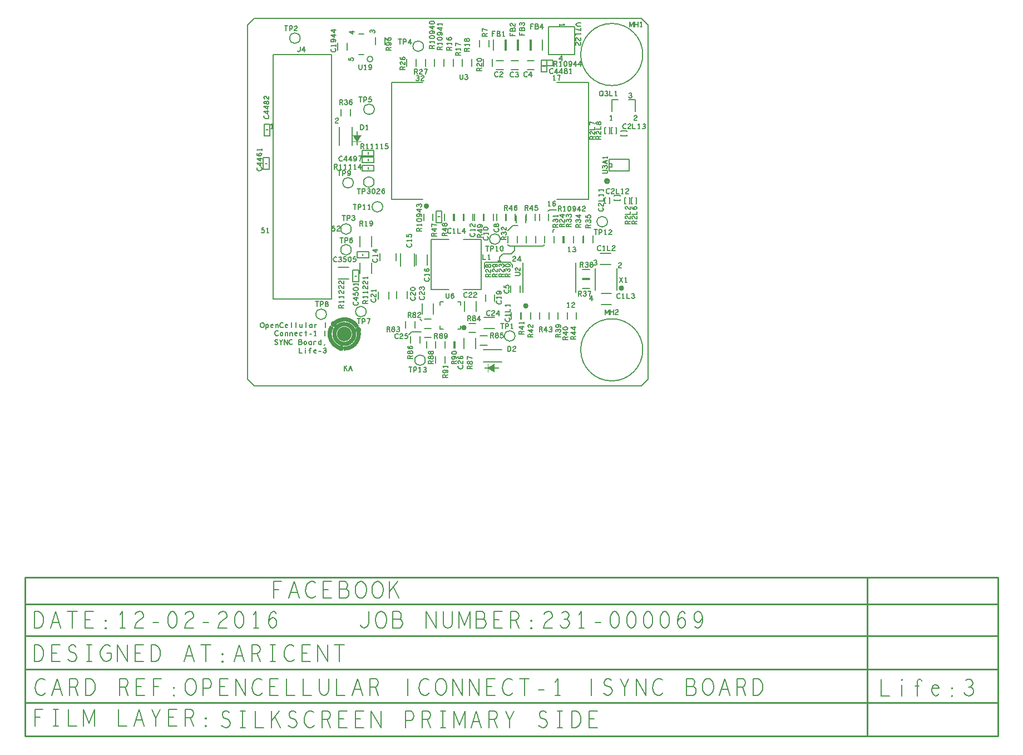
<source format=gbr>
G04 ================== begin FILE IDENTIFICATION RECORD ==================*
G04 Layout Name:  Fb_Connect1_SYNC_Life-3.brd*
G04 Film Name:    slpr.gbr*
G04 File Format:  Gerber RS274X*
G04 File Origin:  Cadence Allegro 16.6-2015-S065*
G04 Origin Date:  Fri Dec 02 18:28:17 2016*
G04 *
G04 Layer:  MANUFACTURING/DETAILS*
G04 Layer:  REF DES/SILKSCREEN_TOP*
G04 Layer:  PACKAGE GEOMETRY/SILKSCREEN_TOP*
G04 Layer:  DRAWING FORMAT/SLPR*
G04 Layer:  DRAWING FORMAT/FILM_LABEL_OUTLINE*
G04 Layer:  COMPONENT VALUE/SILKSCREEN_TOP*
G04 Layer:  BOARD GEOMETRY/OUTLINE*
G04 Layer:  BOARD GEOMETRY/SILKSCREEN_TOP*
G04 *
G04 Offset:    (0.000 0.000)*
G04 Mirror:    No*
G04 Mode:      Positive*
G04 Rotation:  0*
G04 FullContactRelief:  No*
G04 UndefLineWidth:     6.000*
G04 ================== end FILE IDENTIFICATION RECORD ====================*
%FSLAX25Y25*MOIN*%
%IR0*IPPOS*OFA0.00000B0.00000*MIA0B0*SFA1.00000B1.00000*%
%ADD10C,.005*%
%ADD11C,.006*%
%ADD12C,.008*%
%ADD13C,.0083*%
%ADD14C,.003375*%
%ADD15C,.005906*%
%ADD16C,.008268*%
%ADD17C,.01*%
%ADD18C,.01575*%
%ADD19C,.015748*%
G75*
%LPD*%
G75*
G36*
G01X66156Y143890D02*
X65656D01*
Y145890D01*
X63156D01*
Y146390D01*
X65656D01*
X63156Y149934D01*
X65656D01*
Y152434D01*
X66156D01*
Y149934D01*
X68656D01*
X66156Y146390D01*
X68656D01*
Y145890D01*
X66156D01*
Y143890D01*
G37*
G36*
G01X142142Y10440D02*
Y10940D01*
X144142D01*
Y13440D01*
X144642D01*
Y10940D01*
X148187Y13440D01*
Y10940D01*
X150687D01*
Y10440D01*
X148187D01*
Y7940D01*
X144642Y10440D01*
Y7940D01*
X144142D01*
Y10440D01*
X142142D01*
G37*
G54D10*
G01X5918Y130767D02*
X5768Y130517D01*
X5669Y130225D01*
Y129892D01*
X5819Y129517D01*
X6068Y129225D01*
X6369Y129017D01*
X6869Y128850D01*
X7318Y128808D01*
X7768Y128892D01*
X8069Y129017D01*
X8369Y129267D01*
X8568Y129558D01*
X8668Y129850D01*
Y130142D01*
X8568Y130433D01*
X8419Y130683D01*
X8219Y130892D01*
G01X8668Y133250D02*
X5669D01*
X7818Y131708D01*
Y133792D01*
G01X8668Y136150D02*
X5669D01*
X7818Y134608D01*
Y136692D01*
G01X7419Y137758D02*
X7068Y138050D01*
X6869Y138300D01*
X6769Y138633D01*
X6869Y138925D01*
X7068Y139133D01*
X7368Y139300D01*
X7718Y139342D01*
X8019Y139300D01*
X8319Y139133D01*
X8568Y138883D01*
X8668Y138592D01*
X8568Y138258D01*
X8269Y137967D01*
X7818Y137800D01*
X7318Y137758D01*
X6669Y137842D01*
X6319Y137967D01*
X5968Y138175D01*
X5719Y138467D01*
X5669Y138758D01*
X5768Y139050D01*
X6018Y139258D01*
G01X8668Y141450D02*
X5669D01*
X6269Y140950D01*
G01X8668D02*
Y141950D01*
G01X16444Y25200D02*
X16777Y24950D01*
X17152Y24800D01*
X17485D01*
X17818Y24950D01*
X18068Y25200D01*
X18194Y25550D01*
X18110Y25900D01*
X17902Y26200D01*
X17527Y26400D01*
X17027Y26500D01*
X16735Y26700D01*
X16610Y27050D01*
X16694Y27400D01*
X16902Y27650D01*
X17194Y27800D01*
X17485D01*
X17777Y27700D01*
X18027Y27450D01*
G01X20218Y24800D02*
Y26150D01*
X19385Y27800D01*
G01X21052D02*
X20218Y26150D01*
G01X22160Y24800D02*
Y27800D01*
X24077Y24800D01*
Y27800D01*
G01X26935Y27550D02*
X26685Y27700D01*
X26394Y27800D01*
X26060D01*
X25685Y27650D01*
X25394Y27400D01*
X25185Y27100D01*
X25018Y26600D01*
X24977Y26150D01*
X25060Y25700D01*
X25185Y25400D01*
X25435Y25100D01*
X25727Y24900D01*
X26018Y24800D01*
X26310D01*
X26602Y24900D01*
X26852Y25050D01*
X27060Y25250D01*
G01X32152Y26400D02*
X32318Y26550D01*
X32444Y26800D01*
X32527Y27150D01*
X32444Y27450D01*
X32277Y27650D01*
X31985Y27800D01*
X30860D01*
Y24800D01*
X32235D01*
X32527Y25000D01*
X32694Y25300D01*
X32777Y25650D01*
X32694Y26000D01*
X32444Y26300D01*
X32152Y26400D01*
X30860D01*
G01X34718Y24800D02*
X34468Y24850D01*
X34218Y25050D01*
X34052Y25400D01*
X33968Y25800D01*
X34052Y26200D01*
X34218Y26550D01*
X34468Y26750D01*
X34718Y26800D01*
X34968Y26750D01*
X35218Y26550D01*
X35385Y26200D01*
X35427Y25800D01*
X35385Y25400D01*
X35218Y25050D01*
X34968Y24850D01*
X34718Y24800D01*
G01X38368D02*
Y26800D01*
G01Y26450D02*
X38202Y26650D01*
X37952Y26750D01*
X37660Y26800D01*
X37368Y26700D01*
X37118Y26500D01*
X36952Y26200D01*
X36868Y25800D01*
X36952Y25400D01*
X37118Y25100D01*
X37368Y24900D01*
X37660Y24800D01*
X37952Y24850D01*
X38202Y25000D01*
X38368Y25200D01*
G01X39935Y24800D02*
Y26800D01*
G01Y26400D02*
X40144Y26600D01*
X40352Y26750D01*
X40644Y26800D01*
X40852Y26750D01*
X41102Y26600D01*
G01X44168Y27800D02*
Y24800D01*
G01Y25250D02*
X44002Y25000D01*
X43752Y24850D01*
X43460Y24800D01*
X43127Y24900D01*
X42877Y25150D01*
X42710Y25450D01*
X42669Y25800D01*
X42710Y26150D01*
X42877Y26450D01*
X43127Y26700D01*
X43460Y26800D01*
X43752Y26750D01*
X43960Y26650D01*
X44168Y26450D01*
G01X46235Y24250D02*
X46402Y24900D01*
G01X18535Y32850D02*
X18285Y33000D01*
X17994Y33100D01*
X17660D01*
X17285Y32950D01*
X16994Y32700D01*
X16785Y32400D01*
X16618Y31900D01*
X16577Y31450D01*
X16660Y31000D01*
X16785Y30700D01*
X17035Y30400D01*
X17327Y30200D01*
X17618Y30100D01*
X17910D01*
X18202Y30200D01*
X18452Y30350D01*
X18660Y30550D01*
G01X20518Y30100D02*
X20268Y30150D01*
X20018Y30350D01*
X19852Y30700D01*
X19768Y31100D01*
X19852Y31500D01*
X20018Y31850D01*
X20268Y32050D01*
X20518Y32100D01*
X20768Y32050D01*
X21018Y31850D01*
X21185Y31500D01*
X21227Y31100D01*
X21185Y30700D01*
X21018Y30350D01*
X20768Y30150D01*
X20518Y30100D01*
G01X22710D02*
Y32100D01*
G01Y31600D02*
X22877Y31850D01*
X23127Y32050D01*
X23460Y32100D01*
X23752Y32050D01*
X24002Y31850D01*
X24127Y31500D01*
Y30100D01*
G01X25610D02*
Y32100D01*
G01Y31600D02*
X25777Y31850D01*
X26027Y32050D01*
X26360Y32100D01*
X26652Y32050D01*
X26902Y31850D01*
X27027Y31500D01*
Y30100D01*
G01X28594Y31450D02*
X29927D01*
X29802Y31800D01*
X29594Y32000D01*
X29302Y32100D01*
X29010Y32050D01*
X28760Y31900D01*
X28594Y31550D01*
X28510Y31250D01*
Y30950D01*
X28594Y30650D01*
X28802Y30350D01*
X29052Y30150D01*
X29344Y30100D01*
X29635Y30200D01*
X29927Y30500D01*
G01X32785Y31850D02*
X32494Y32050D01*
X32244Y32100D01*
X31910Y32000D01*
X31660Y31800D01*
X31494Y31450D01*
X31452Y31100D01*
X31494Y30750D01*
X31660Y30450D01*
X31910Y30200D01*
X32244Y30100D01*
X32535Y30200D01*
X32785Y30400D01*
G01X35018Y33100D02*
Y30100D01*
G01X34435Y32100D02*
X35602D01*
G01X37377Y31100D02*
X38460D01*
G01X40818Y30100D02*
Y33100D01*
X40318Y32500D01*
G01Y30100D02*
X41318D01*
G01X46618D02*
Y33100D01*
G01X9018Y34900D02*
X8685Y34950D01*
X8394Y35150D01*
X8144Y35450D01*
X7977Y35800D01*
X7894Y36200D01*
Y36600D01*
X7977Y37000D01*
X8144Y37350D01*
X8394Y37650D01*
X8685Y37850D01*
X9018Y37900D01*
X9352Y37850D01*
X9644Y37650D01*
X9894Y37350D01*
X10060Y37000D01*
X10144Y36600D01*
Y36200D01*
X10060Y35800D01*
X9894Y35450D01*
X9644Y35150D01*
X9352Y34950D01*
X9018Y34900D01*
G01X11168Y33900D02*
Y36900D01*
G01Y36450D02*
X11377Y36700D01*
X11585Y36850D01*
X11918Y36900D01*
X12210Y36850D01*
X12502Y36600D01*
X12627Y36250D01*
X12668Y35900D01*
X12627Y35550D01*
X12502Y35200D01*
X12252Y35000D01*
X11918Y34900D01*
X11627Y34950D01*
X11335Y35100D01*
X11168Y35300D01*
G01X14194Y36250D02*
X15527D01*
X15402Y36600D01*
X15194Y36800D01*
X14902Y36900D01*
X14610Y36850D01*
X14360Y36700D01*
X14194Y36350D01*
X14110Y36050D01*
Y35750D01*
X14194Y35450D01*
X14402Y35150D01*
X14652Y34950D01*
X14944Y34900D01*
X15235Y35000D01*
X15527Y35300D01*
G01X17010Y34900D02*
Y36900D01*
G01Y36400D02*
X17177Y36650D01*
X17427Y36850D01*
X17760Y36900D01*
X18052Y36850D01*
X18302Y36650D01*
X18427Y36300D01*
Y34900D01*
G01X21535Y37650D02*
X21285Y37800D01*
X20994Y37900D01*
X20660D01*
X20285Y37750D01*
X19994Y37500D01*
X19785Y37200D01*
X19618Y36700D01*
X19577Y36250D01*
X19660Y35800D01*
X19785Y35500D01*
X20035Y35200D01*
X20327Y35000D01*
X20618Y34900D01*
X20910D01*
X21202Y35000D01*
X21452Y35150D01*
X21660Y35350D01*
G01X22894Y36250D02*
X24227D01*
X24102Y36600D01*
X23894Y36800D01*
X23602Y36900D01*
X23310Y36850D01*
X23060Y36700D01*
X22894Y36350D01*
X22810Y36050D01*
Y35750D01*
X22894Y35450D01*
X23102Y35150D01*
X23352Y34950D01*
X23644Y34900D01*
X23935Y35000D01*
X24227Y35300D01*
G01X26418Y34900D02*
Y37900D01*
G01X29319Y34900D02*
Y37900D01*
G01X31510Y36900D02*
Y35500D01*
X31677Y35150D01*
X31927Y34950D01*
X32218Y34900D01*
X32510Y34950D01*
X32760Y35150D01*
X32927Y35500D01*
G01Y34900D02*
Y36900D01*
G01X35118Y34900D02*
Y37900D01*
G01X38768Y34900D02*
Y36900D01*
G01Y36550D02*
X38602Y36750D01*
X38352Y36850D01*
X38060Y36900D01*
X37768Y36800D01*
X37518Y36600D01*
X37352Y36300D01*
X37268Y35900D01*
X37352Y35500D01*
X37518Y35200D01*
X37768Y35000D01*
X38060Y34900D01*
X38352Y34950D01*
X38602Y35100D01*
X38768Y35300D01*
G01X40335Y34900D02*
Y36900D01*
G01Y36500D02*
X40544Y36700D01*
X40752Y36850D01*
X41044Y36900D01*
X41252Y36850D01*
X41502Y36700D01*
G01X46718Y34900D02*
Y37900D01*
G01X8433Y92168D02*
X8683Y91918D01*
X8975Y91768D01*
X9350Y91718D01*
X9725Y91818D01*
X10017Y92018D01*
X10225Y92368D01*
X10267Y92768D01*
X10183Y93168D01*
X9975Y93418D01*
X9683Y93618D01*
X9392Y93668D01*
X9100Y93618D01*
X8725Y93418D01*
X8850Y94718D01*
X9975D01*
G01X12250Y91718D02*
Y94718D01*
X11750Y94118D01*
G01Y91718D02*
X12750D01*
G01X14800Y153918D02*
Y156918D01*
X14300Y156318D01*
G01Y153918D02*
X15300D01*
G01X10218Y161867D02*
X10069Y161617D01*
X9969Y161325D01*
Y160992D01*
X10119Y160617D01*
X10368Y160325D01*
X10668Y160117D01*
X11168Y159950D01*
X11619Y159908D01*
X12068Y159992D01*
X12368Y160117D01*
X12669Y160367D01*
X12868Y160658D01*
X12968Y160950D01*
Y161242D01*
X12868Y161533D01*
X12719Y161783D01*
X12519Y161992D01*
G01X12968Y164350D02*
X9969D01*
X12118Y162808D01*
Y164892D01*
G01X12968Y167250D02*
X9969D01*
X12118Y165708D01*
Y167792D01*
G01X12968Y169650D02*
X12918Y169942D01*
X12768Y170275D01*
X12519Y170483D01*
X12168Y170567D01*
X11819Y170483D01*
X11519Y170233D01*
X11368Y169858D01*
Y169442D01*
X11268Y169192D01*
X11019Y168983D01*
X10668Y168900D01*
X10318Y169025D01*
X10069Y169317D01*
X9969Y169650D01*
X10069Y169983D01*
X10318Y170275D01*
X10668Y170400D01*
X11019Y170317D01*
X11268Y170108D01*
X11368Y169858D01*
Y169442D01*
X11519Y169067D01*
X11819Y168817D01*
X12168Y168733D01*
X12519Y168817D01*
X12768Y169025D01*
X12918Y169358D01*
X12968Y169650D01*
G01X10468Y171758D02*
X10168Y172008D01*
X10019Y172300D01*
X9969Y172633D01*
X10069Y173050D01*
X10318Y173342D01*
X10618Y173425D01*
X10919Y173383D01*
X11168Y173217D01*
X11669Y172383D01*
X12018Y172008D01*
X12519Y171758D01*
X12968Y171675D01*
Y173425D01*
G01X23318Y215535D02*
Y212535D01*
G01X22360Y215535D02*
X24277D01*
G01X25385Y212535D02*
Y215535D01*
X26385D01*
X26718Y215384D01*
X26968Y215035D01*
X27052Y214635D01*
X26968Y214235D01*
X26760Y213935D01*
X26385Y213784D01*
X25385D01*
G01X28327Y215035D02*
X28577Y215335D01*
X28869Y215485D01*
X29202Y215535D01*
X29619Y215435D01*
X29910Y215185D01*
X29994Y214885D01*
X29952Y214584D01*
X29785Y214335D01*
X28952Y213835D01*
X28577Y213485D01*
X28327Y212984D01*
X28244Y212535D01*
X29994D01*
G01X31067Y22700D02*
Y19700D01*
X32733D01*
G01X34800Y21700D02*
Y19700D01*
G01Y22500D02*
X34717Y22550D01*
Y22650D01*
X34800Y22700D01*
X34883Y22650D01*
Y22550D01*
X34800Y22500D01*
G01X37450Y19700D02*
Y22250D01*
X37533Y22500D01*
X37700Y22650D01*
X37950Y22700D01*
X38200Y22600D01*
X38325Y22350D01*
G01X37825Y21500D02*
X36992D01*
G01X39975Y21050D02*
X41308D01*
X41183Y21400D01*
X40975Y21600D01*
X40683Y21700D01*
X40392Y21650D01*
X40142Y21500D01*
X39975Y21150D01*
X39892Y20850D01*
Y20550D01*
X39975Y20250D01*
X40183Y19950D01*
X40433Y19750D01*
X40725Y19700D01*
X41017Y19800D01*
X41308Y20100D01*
G01X42958Y20700D02*
X44042D01*
G01X45483Y20300D02*
X45733Y19950D01*
X46067Y19750D01*
X46442Y19700D01*
X46775Y19750D01*
X47108Y20000D01*
X47317Y20300D01*
X47358Y20600D01*
X47275Y20950D01*
X46983Y21200D01*
X46692Y21300D01*
X46317D01*
G01X46692D02*
X46942Y21450D01*
X47150Y21700D01*
X47233Y22000D01*
X47150Y22300D01*
X46942Y22550D01*
X46567Y22700D01*
X46192Y22650D01*
X45817Y22450D01*
G01X41818Y50535D02*
Y47535D01*
G01X40860Y50535D02*
X42777D01*
G01X43885Y47535D02*
Y50535D01*
X44885D01*
X45218Y50384D01*
X45468Y50035D01*
X45552Y49635D01*
X45468Y49235D01*
X45260Y48935D01*
X44885Y48784D01*
X43885D01*
G01X47618Y47535D02*
X47910Y47585D01*
X48244Y47735D01*
X48452Y47984D01*
X48535Y48335D01*
X48452Y48684D01*
X48202Y48985D01*
X47827Y49135D01*
X47410D01*
X47160Y49235D01*
X46952Y49484D01*
X46868Y49835D01*
X46994Y50185D01*
X47285Y50435D01*
X47618Y50535D01*
X47952Y50435D01*
X48244Y50185D01*
X48368Y49835D01*
X48285Y49484D01*
X48077Y49235D01*
X47827Y49135D01*
X47410D01*
X47035Y48985D01*
X46785Y48684D01*
X46702Y48335D01*
X46785Y47984D01*
X46994Y47735D01*
X47327Y47585D01*
X47618Y47535D01*
G01X30017Y200768D02*
X30225Y200468D01*
X30475Y200268D01*
X30767Y200169D01*
X31100Y200268D01*
X31350Y200468D01*
X31600Y200768D01*
X31683Y201168D01*
Y203168D01*
G01X34250Y200169D02*
Y203168D01*
X32708Y201018D01*
X34792D01*
G01X57812Y46667D02*
X54812D01*
Y47708D01*
X54963Y48042D01*
X55162Y48250D01*
X55562Y48333D01*
X55963Y48250D01*
X56212Y48000D01*
X56363Y47708D01*
Y46667D01*
G01Y47708D02*
X57812Y48333D01*
G01Y50400D02*
X54812D01*
X55412Y49900D01*
G01X57812D02*
Y50900D01*
G01Y53300D02*
X54812D01*
X55412Y52800D01*
G01X57812D02*
Y53800D01*
G01X55312Y55408D02*
X55012Y55658D01*
X54862Y55950D01*
X54812Y56283D01*
X54912Y56700D01*
X55162Y56992D01*
X55462Y57075D01*
X55763Y57033D01*
X56012Y56867D01*
X56512Y56033D01*
X56863Y55658D01*
X57363Y55408D01*
X57812Y55325D01*
Y57075D01*
G01X55312Y58308D02*
X55012Y58558D01*
X54862Y58850D01*
X54812Y59183D01*
X54912Y59600D01*
X55162Y59892D01*
X55462Y59975D01*
X55763Y59933D01*
X56012Y59767D01*
X56512Y58933D01*
X56863Y58558D01*
X57363Y58308D01*
X57812Y58225D01*
Y59975D01*
G01X55312Y61208D02*
X55012Y61458D01*
X54862Y61750D01*
X54812Y62083D01*
X54912Y62500D01*
X55162Y62792D01*
X55462Y62875D01*
X55763Y62833D01*
X56012Y62667D01*
X56512Y61833D01*
X56863Y61458D01*
X57363Y61208D01*
X57812Y61125D01*
Y62875D01*
G01X53567Y77000D02*
X53317Y77150D01*
X53025Y77250D01*
X52692D01*
X52317Y77100D01*
X52025Y76850D01*
X51817Y76550D01*
X51650Y76050D01*
X51608Y75600D01*
X51692Y75150D01*
X51817Y74850D01*
X52067Y74550D01*
X52358Y74350D01*
X52650Y74250D01*
X52942D01*
X53233Y74350D01*
X53483Y74500D01*
X53692Y74700D01*
G01X54633Y74850D02*
X54883Y74500D01*
X55217Y74300D01*
X55592Y74250D01*
X55925Y74300D01*
X56258Y74550D01*
X56467Y74850D01*
X56508Y75150D01*
X56425Y75500D01*
X56133Y75750D01*
X55842Y75850D01*
X55467D01*
G01X55842D02*
X56092Y76000D01*
X56300Y76250D01*
X56383Y76550D01*
X56300Y76850D01*
X56092Y77100D01*
X55717Y77250D01*
X55342Y77200D01*
X54967Y77000D01*
G01X57533Y74700D02*
X57783Y74450D01*
X58075Y74300D01*
X58450Y74250D01*
X58825Y74350D01*
X59117Y74550D01*
X59325Y74900D01*
X59367Y75300D01*
X59283Y75700D01*
X59075Y75950D01*
X58783Y76150D01*
X58492Y76200D01*
X58200Y76150D01*
X57825Y75950D01*
X57950Y77250D01*
X59075D01*
G01X61350D02*
X61017Y77150D01*
X60767Y76900D01*
X60600Y76600D01*
X60475Y76200D01*
X60433Y75750D01*
X60475Y75300D01*
X60600Y74900D01*
X60767Y74600D01*
X61017Y74350D01*
X61350Y74250D01*
X61683Y74350D01*
X61933Y74600D01*
X62100Y74900D01*
X62225Y75300D01*
X62267Y75750D01*
X62225Y76200D01*
X62100Y76600D01*
X61933Y76900D01*
X61683Y77150D01*
X61350Y77250D01*
G01X63333Y74700D02*
X63583Y74450D01*
X63875Y74300D01*
X64250Y74250D01*
X64625Y74350D01*
X64917Y74550D01*
X65125Y74900D01*
X65167Y75300D01*
X65083Y75700D01*
X64875Y75950D01*
X64583Y76150D01*
X64292Y76200D01*
X64000Y76150D01*
X63625Y75950D01*
X63750Y77250D01*
X64875D01*
G01X50733Y93168D02*
X50983Y92918D01*
X51275Y92768D01*
X51650Y92718D01*
X52025Y92818D01*
X52317Y93018D01*
X52525Y93368D01*
X52567Y93768D01*
X52483Y94168D01*
X52275Y94418D01*
X51983Y94618D01*
X51692Y94668D01*
X51400Y94618D01*
X51025Y94418D01*
X51150Y95718D01*
X52275D01*
G01X53758Y95218D02*
X54008Y95518D01*
X54300Y95668D01*
X54633Y95718D01*
X55050Y95618D01*
X55342Y95368D01*
X55425Y95068D01*
X55383Y94768D01*
X55217Y94518D01*
X54383Y94018D01*
X54008Y93668D01*
X53758Y93168D01*
X53675Y92718D01*
X55425D01*
G01X56418Y88735D02*
Y85735D01*
G01X55460Y88735D02*
X57377D01*
G01X58485Y85735D02*
Y88735D01*
X59485D01*
X59818Y88584D01*
X60068Y88235D01*
X60152Y87835D01*
X60068Y87435D01*
X59860Y87135D01*
X59485Y86985D01*
X58485D01*
G01X61427D02*
X61718Y87335D01*
X61968Y87535D01*
X62302Y87635D01*
X62593Y87535D01*
X62802Y87335D01*
X62968Y87035D01*
X63010Y86685D01*
X62968Y86385D01*
X62802Y86085D01*
X62552Y85835D01*
X62260Y85735D01*
X61927Y85835D01*
X61635Y86134D01*
X61468Y86585D01*
X61427Y87085D01*
X61510Y87734D01*
X61635Y88085D01*
X61843Y88435D01*
X62135Y88685D01*
X62427Y88735D01*
X62718Y88635D01*
X62927Y88385D01*
G01X57718Y102085D02*
Y99085D01*
G01X56760Y102085D02*
X58677D01*
G01X59785Y99085D02*
Y102085D01*
X60785D01*
X61118Y101934D01*
X61368Y101585D01*
X61452Y101185D01*
X61368Y100785D01*
X61160Y100485D01*
X60785Y100335D01*
X59785D01*
G01X62602Y99685D02*
X62852Y99334D01*
X63185Y99135D01*
X63560Y99085D01*
X63893Y99135D01*
X64227Y99385D01*
X64435Y99685D01*
X64477Y99985D01*
X64393Y100335D01*
X64102Y100585D01*
X63810Y100685D01*
X63435D01*
G01X63810D02*
X64060Y100835D01*
X64268Y101084D01*
X64352Y101385D01*
X64268Y101685D01*
X64060Y101934D01*
X63685Y102085D01*
X63310Y102035D01*
X62935Y101835D01*
G01X52148Y129750D02*
Y132750D01*
X53190D01*
X53523Y132600D01*
X53732Y132400D01*
X53815Y132000D01*
X53732Y131600D01*
X53482Y131350D01*
X53190Y131200D01*
X52148D01*
G01X53190D02*
X53815Y129750D01*
G01X55882D02*
Y132750D01*
X55382Y132150D01*
G01Y129750D02*
X56381D01*
G01X58782D02*
Y132750D01*
X58282Y132150D01*
G01Y129750D02*
X59281D01*
G01X61682D02*
Y132750D01*
X61182Y132150D01*
G01Y129750D02*
X62181D01*
G01X64582D02*
Y132750D01*
X64082Y132150D01*
G01Y129750D02*
X65081D01*
G01X67982D02*
Y132750D01*
X66440Y130600D01*
X68523D01*
G01X55118Y128935D02*
Y125935D01*
G01X54160Y128935D02*
X56077D01*
G01X57185Y125935D02*
Y128935D01*
X58185D01*
X58518Y128785D01*
X58768Y128435D01*
X58852Y128035D01*
X58768Y127635D01*
X58560Y127335D01*
X58185Y127185D01*
X57185D01*
G01X60210Y126284D02*
X60502Y126035D01*
X60835Y125935D01*
X61168Y126035D01*
X61460Y126335D01*
X61668Y126785D01*
X61752Y127235D01*
Y127785D01*
X61668Y128235D01*
X61460Y128635D01*
X61210Y128835D01*
X60918Y128935D01*
X60585Y128835D01*
X60335Y128635D01*
X60168Y128335D01*
X60085Y127934D01*
X60168Y127585D01*
X60377Y127235D01*
X60627Y127034D01*
X60918Y126985D01*
X61252Y127084D01*
X61502Y127335D01*
X61752Y127785D01*
G01X56874Y137300D02*
X56624Y137450D01*
X56333Y137550D01*
X55999D01*
X55624Y137400D01*
X55333Y137150D01*
X55124Y136850D01*
X54958Y136350D01*
X54916Y135900D01*
X54999Y135450D01*
X55124Y135150D01*
X55374Y134850D01*
X55666Y134650D01*
X55958Y134550D01*
X56249D01*
X56541Y134650D01*
X56791Y134800D01*
X56999Y135000D01*
G01X59358Y134550D02*
Y137550D01*
X57816Y135400D01*
X59899D01*
G01X62258Y134550D02*
Y137550D01*
X60716Y135400D01*
X62799D01*
G01X63949Y134900D02*
X64241Y134650D01*
X64574Y134550D01*
X64908Y134650D01*
X65199Y134950D01*
X65408Y135400D01*
X65491Y135850D01*
Y136400D01*
X65408Y136850D01*
X65199Y137250D01*
X64949Y137450D01*
X64658Y137550D01*
X64324Y137450D01*
X64074Y137250D01*
X63908Y136950D01*
X63824Y136550D01*
X63908Y136200D01*
X64116Y135850D01*
X64366Y135650D01*
X64658Y135600D01*
X64991Y135700D01*
X65241Y135950D01*
X65491Y136400D01*
G01X67474Y134550D02*
X67558Y135200D01*
X67683Y135750D01*
X67849Y136250D01*
X68058Y136800D01*
X68391Y137550D01*
X66724D01*
G01X52808Y159818D02*
X53058Y160118D01*
X53350Y160268D01*
X53683Y160318D01*
X54100Y160218D01*
X54392Y159968D01*
X54475Y159668D01*
X54433Y159368D01*
X54267Y159118D01*
X53433Y158618D01*
X53058Y158268D01*
X52808Y157768D01*
X52725Y157318D01*
X54475D01*
G01X55385Y168324D02*
Y171324D01*
X56427D01*
X56760Y171174D01*
X56968Y170974D01*
X57052Y170574D01*
X56968Y170174D01*
X56718Y169924D01*
X56427Y169774D01*
X55385D01*
G01X56427D02*
X57052Y168324D01*
G01X58202Y168924D02*
X58452Y168574D01*
X58785Y168374D01*
X59160Y168324D01*
X59494Y168374D01*
X59827Y168624D01*
X60035Y168924D01*
X60077Y169224D01*
X59994Y169574D01*
X59702Y169824D01*
X59410Y169924D01*
X59035D01*
G01X59410D02*
X59660Y170074D01*
X59868Y170324D01*
X59952Y170624D01*
X59868Y170924D01*
X59660Y171174D01*
X59285Y171324D01*
X58910Y171274D01*
X58535Y171074D01*
G01X61227Y169574D02*
X61518Y169924D01*
X61768Y170124D01*
X62102Y170224D01*
X62393Y170124D01*
X62602Y169924D01*
X62768Y169624D01*
X62810Y169274D01*
X62768Y168974D01*
X62602Y168674D01*
X62352Y168424D01*
X62060Y168324D01*
X61727Y168424D01*
X61435Y168724D01*
X61268Y169174D01*
X61227Y169674D01*
X61310Y170324D01*
X61435Y170674D01*
X61643Y171024D01*
X61935Y171274D01*
X62227Y171324D01*
X62518Y171224D01*
X62727Y170974D01*
G01X50267Y201851D02*
X50117Y201601D01*
X50017Y201310D01*
Y200976D01*
X50167Y200601D01*
X50417Y200310D01*
X50717Y200101D01*
X51217Y199934D01*
X51667Y199893D01*
X52117Y199976D01*
X52417Y200101D01*
X52717Y200351D01*
X52917Y200643D01*
X53017Y200935D01*
Y201226D01*
X52917Y201518D01*
X52767Y201768D01*
X52567Y201976D01*
G01X53017Y203834D02*
X50017D01*
X50617Y203335D01*
G01X53017D02*
Y204334D01*
G01X52667Y206026D02*
X52917Y206318D01*
X53017Y206651D01*
X52917Y206984D01*
X52617Y207276D01*
X52167Y207484D01*
X51717Y207568D01*
X51167D01*
X50717Y207484D01*
X50317Y207276D01*
X50117Y207026D01*
X50017Y206734D01*
X50117Y206401D01*
X50317Y206151D01*
X50617Y205984D01*
X51017Y205901D01*
X51367Y205984D01*
X51717Y206193D01*
X51917Y206443D01*
X51967Y206734D01*
X51867Y207068D01*
X51617Y207318D01*
X51167Y207568D01*
G01X53017Y210134D02*
X50017D01*
X52167Y208593D01*
Y210676D01*
G01X53017Y213034D02*
X50017D01*
X52167Y211493D01*
Y213576D01*
G01X58033Y9200D02*
Y12200D01*
G01X59617D02*
X58033Y10350D01*
G01X59867Y9200D02*
X58742Y11200D01*
G01X60808Y9200D02*
X61850Y12200D01*
X62892Y9200D01*
G01X62517Y10250D02*
X61183D01*
G01X66918Y40235D02*
Y37235D01*
G01X65960Y40235D02*
X67877D01*
G01X68985Y37235D02*
Y40235D01*
X69985D01*
X70318Y40085D01*
X70568Y39735D01*
X70652Y39335D01*
X70568Y38935D01*
X70360Y38635D01*
X69985Y38485D01*
X68985D01*
G01X72635Y37235D02*
X72718Y37885D01*
X72844Y38435D01*
X73010Y38935D01*
X73218Y39485D01*
X73552Y40235D01*
X71885D01*
G01X74327Y52157D02*
X74177Y51906D01*
X74077Y51615D01*
Y51282D01*
X74227Y50906D01*
X74477Y50615D01*
X74777Y50406D01*
X75277Y50240D01*
X75727Y50198D01*
X76177Y50282D01*
X76477Y50406D01*
X76777Y50657D01*
X76977Y50948D01*
X77077Y51240D01*
Y51531D01*
X76977Y51823D01*
X76827Y52073D01*
X76627Y52282D01*
G01X74577Y53348D02*
X74277Y53598D01*
X74127Y53890D01*
X74077Y54223D01*
X74177Y54640D01*
X74427Y54932D01*
X74727Y55015D01*
X75027Y54973D01*
X75277Y54806D01*
X75777Y53973D01*
X76127Y53598D01*
X76627Y53348D01*
X77077Y53265D01*
Y55015D01*
G01Y57040D02*
X74077D01*
X74677Y56540D01*
G01X77077D02*
Y57540D01*
G01X63700Y50224D02*
X63550Y49974D01*
X63450Y49682D01*
Y49349D01*
X63600Y48974D01*
X63850Y48682D01*
X64150Y48474D01*
X64650Y48307D01*
X65100Y48266D01*
X65550Y48349D01*
X65850Y48474D01*
X66150Y48724D01*
X66350Y49016D01*
X66450Y49308D01*
Y49599D01*
X66350Y49891D01*
X66200Y50141D01*
X66000Y50349D01*
G01X66450Y52708D02*
X63450D01*
X65600Y51166D01*
Y53249D01*
G01X66000Y54191D02*
X66250Y54441D01*
X66400Y54733D01*
X66450Y55108D01*
X66350Y55482D01*
X66150Y55774D01*
X65800Y55982D01*
X65400Y56024D01*
X65000Y55941D01*
X64750Y55733D01*
X64550Y55441D01*
X64500Y55149D01*
X64550Y54858D01*
X64750Y54482D01*
X63450Y54608D01*
Y55733D01*
G01Y58008D02*
X63550Y57674D01*
X63800Y57424D01*
X64100Y57258D01*
X64500Y57133D01*
X64950Y57091D01*
X65400Y57133D01*
X65800Y57258D01*
X66100Y57424D01*
X66350Y57674D01*
X66450Y58008D01*
X66350Y58341D01*
X66100Y58591D01*
X65800Y58758D01*
X65400Y58883D01*
X64950Y58924D01*
X64500Y58883D01*
X64100Y58758D01*
X63800Y58591D01*
X63550Y58341D01*
X63450Y58008D01*
G01X66450Y60908D02*
X63450D01*
X64050Y60408D01*
G01X66450D02*
Y61407D01*
G01X72270Y49474D02*
X69270D01*
Y50516D01*
X69420Y50849D01*
X69620Y51058D01*
X70020Y51141D01*
X70420Y51058D01*
X70670Y50808D01*
X70820Y50516D01*
Y49474D01*
G01Y50516D02*
X72270Y51141D01*
G01Y53208D02*
X69270D01*
X69870Y52708D01*
G01X72270D02*
Y53707D01*
G01Y56108D02*
X69270D01*
X69870Y55608D01*
G01X72270D02*
Y56607D01*
G01X69770Y58216D02*
X69470Y58466D01*
X69320Y58758D01*
X69270Y59091D01*
X69370Y59508D01*
X69620Y59799D01*
X69920Y59883D01*
X70220Y59841D01*
X70470Y59674D01*
X70970Y58841D01*
X71320Y58466D01*
X71820Y58216D01*
X72270Y58133D01*
Y59883D01*
G01X69770Y61116D02*
X69470Y61366D01*
X69320Y61658D01*
X69270Y61991D01*
X69370Y62408D01*
X69620Y62699D01*
X69920Y62783D01*
X70220Y62741D01*
X70470Y62574D01*
X70970Y61741D01*
X71320Y61366D01*
X71820Y61116D01*
X72270Y61032D01*
Y62783D01*
G01Y64808D02*
X69270D01*
X69870Y64308D01*
G01X72270D02*
Y65307D01*
G01X67567Y95830D02*
Y98830D01*
X68608D01*
X68942Y98680D01*
X69150Y98480D01*
X69233Y98080D01*
X69150Y97680D01*
X68900Y97430D01*
X68608Y97280D01*
X67567D01*
G01X68608D02*
X69233Y95830D01*
G01X71300D02*
Y98830D01*
X70800Y98230D01*
G01Y95830D02*
X71800D01*
G01X73492Y96180D02*
X73783Y95930D01*
X74117Y95830D01*
X74450Y95930D01*
X74742Y96230D01*
X74950Y96680D01*
X75033Y97130D01*
Y97680D01*
X74950Y98130D01*
X74742Y98530D01*
X74492Y98730D01*
X74200Y98830D01*
X73867Y98730D01*
X73617Y98530D01*
X73450Y98230D01*
X73367Y97830D01*
X73450Y97480D01*
X73658Y97130D01*
X73908Y96930D01*
X74200Y96880D01*
X74533Y96980D01*
X74783Y97230D01*
X75033Y97680D01*
G01X66918Y118184D02*
Y115184D01*
G01X65960Y118184D02*
X67877D01*
G01X68985Y115184D02*
Y118184D01*
X69985D01*
X70318Y118034D01*
X70568Y117684D01*
X70652Y117284D01*
X70568Y116884D01*
X70360Y116584D01*
X69985Y116434D01*
X68985D01*
G01X71802Y115784D02*
X72052Y115434D01*
X72385Y115234D01*
X72760Y115184D01*
X73094Y115234D01*
X73427Y115484D01*
X73635Y115784D01*
X73677Y116084D01*
X73594Y116434D01*
X73302Y116684D01*
X73010Y116784D01*
X72635D01*
G01X73010D02*
X73260Y116934D01*
X73468Y117184D01*
X73552Y117484D01*
X73468Y117784D01*
X73260Y118034D01*
X72885Y118184D01*
X72510Y118134D01*
X72135Y117934D01*
G01X75618Y118184D02*
X75285Y118084D01*
X75035Y117834D01*
X74868Y117534D01*
X74744Y117134D01*
X74702Y116684D01*
X74744Y116234D01*
X74868Y115834D01*
X75035Y115534D01*
X75285Y115284D01*
X75618Y115184D01*
X75952Y115284D01*
X76202Y115534D01*
X76368Y115834D01*
X76493Y116234D01*
X76535Y116684D01*
X76493Y117134D01*
X76368Y117534D01*
X76202Y117834D01*
X75952Y118084D01*
X75618Y118184D01*
G01X77727Y117684D02*
X77977Y117984D01*
X78268Y118134D01*
X78602Y118184D01*
X79018Y118084D01*
X79310Y117834D01*
X79394Y117534D01*
X79352Y117234D01*
X79185Y116984D01*
X78352Y116484D01*
X77977Y116134D01*
X77727Y115634D01*
X77644Y115184D01*
X79394D01*
G01X80627Y116434D02*
X80918Y116784D01*
X81168Y116984D01*
X81502Y117084D01*
X81794Y116984D01*
X82002Y116784D01*
X82168Y116484D01*
X82210Y116134D01*
X82168Y115834D01*
X82002Y115534D01*
X81752Y115284D01*
X81460Y115184D01*
X81127Y115284D01*
X80835Y115584D01*
X80668Y116034D01*
X80627Y116534D01*
X80710Y117184D01*
X80835Y117534D01*
X81044Y117884D01*
X81335Y118134D01*
X81627Y118184D01*
X81918Y118084D01*
X82127Y117834D01*
G01X64335Y108764D02*
Y105764D01*
G01X63376Y108764D02*
X65293D01*
G01X66401Y105764D02*
Y108764D01*
X67401D01*
X67735Y108614D01*
X67984Y108264D01*
X68068Y107864D01*
X67984Y107464D01*
X67776Y107164D01*
X67401Y107014D01*
X66401D01*
G01X70134Y105764D02*
Y108764D01*
X69634Y108164D01*
G01Y105764D02*
X70634D01*
G01X73034D02*
Y108764D01*
X72534Y108164D01*
G01Y105764D02*
X73534D01*
G01X68148Y141950D02*
Y144950D01*
X69190D01*
X69523Y144800D01*
X69732Y144600D01*
X69815Y144200D01*
X69732Y143800D01*
X69482Y143550D01*
X69190Y143400D01*
X68148D01*
G01X69190D02*
X69815Y141950D01*
G01X71882D02*
Y144950D01*
X71382Y144350D01*
G01Y141950D02*
X72381D01*
G01X74782D02*
Y144950D01*
X74282Y144350D01*
G01Y141950D02*
X75281D01*
G01X77682D02*
Y144950D01*
X77182Y144350D01*
G01Y141950D02*
X78181D01*
G01X80582D02*
Y144950D01*
X80082Y144350D01*
G01Y141950D02*
X81081D01*
G01X82565Y142400D02*
X82815Y142150D01*
X83106Y142000D01*
X83482Y141950D01*
X83857Y142050D01*
X84148Y142250D01*
X84357Y142600D01*
X84398Y143000D01*
X84315Y143400D01*
X84106Y143650D01*
X83815Y143850D01*
X83523Y143900D01*
X83232Y143850D01*
X82857Y143650D01*
X82982Y144950D01*
X84106D01*
G01X67895Y153394D02*
Y156394D01*
X68728D01*
X69062Y156244D01*
X69312Y156044D01*
X69520Y155744D01*
X69687Y155394D01*
X69728Y154894D01*
X69687Y154394D01*
X69520Y154044D01*
X69312Y153744D01*
X69062Y153544D01*
X68728Y153394D01*
X67895D01*
G01X71712D02*
Y156394D01*
X71212Y155794D01*
G01Y153394D02*
X72212D01*
G01X67718Y172935D02*
Y169935D01*
G01X66760Y172935D02*
X68677D01*
G01X69785Y169935D02*
Y172935D01*
X70785D01*
X71118Y172784D01*
X71368Y172435D01*
X71452Y172035D01*
X71368Y171635D01*
X71160Y171335D01*
X70785Y171184D01*
X69785D01*
G01X72602Y170384D02*
X72852Y170135D01*
X73144Y169985D01*
X73518Y169935D01*
X73894Y170035D01*
X74185Y170234D01*
X74394Y170585D01*
X74435Y170985D01*
X74352Y171385D01*
X74144Y171635D01*
X73852Y171835D01*
X73560Y171884D01*
X73268Y171835D01*
X72894Y171635D01*
X73018Y172935D01*
X74144D01*
G01X63261Y194669D02*
X63511Y194919D01*
X63661Y195210D01*
X63711Y195586D01*
X63611Y195960D01*
X63411Y196252D01*
X63061Y196461D01*
X62661Y196502D01*
X62261Y196419D01*
X62011Y196210D01*
X61811Y195919D01*
X61761Y195627D01*
X61811Y195336D01*
X62011Y194960D01*
X60711Y195086D01*
Y196210D01*
G01X66934Y192434D02*
Y190284D01*
X67100Y189833D01*
X67434Y189534D01*
X67850Y189434D01*
X68267Y189534D01*
X68600Y189833D01*
X68767Y190284D01*
Y192434D01*
G01X70750Y189434D02*
Y192434D01*
X70250Y191834D01*
G01Y189434D02*
X71250D01*
G01X72942Y189783D02*
X73234Y189534D01*
X73567Y189434D01*
X73900Y189534D01*
X74192Y189833D01*
X74400Y190284D01*
X74484Y190734D01*
Y191284D01*
X74400Y191734D01*
X74192Y192134D01*
X73942Y192334D01*
X73650Y192434D01*
X73317Y192334D01*
X73067Y192134D01*
X72900Y191834D01*
X72817Y191433D01*
X72900Y191084D01*
X73109Y190734D01*
X73359Y190533D01*
X73650Y190484D01*
X73984Y190583D01*
X74234Y190834D01*
X74484Y191284D01*
G01X75862Y211226D02*
X76212Y211476D01*
X76412Y211810D01*
X76462Y212185D01*
X76412Y212518D01*
X76162Y212851D01*
X75862Y213060D01*
X75562Y213101D01*
X75212Y213018D01*
X74962Y212726D01*
X74862Y212435D01*
Y212060D01*
G01Y212435D02*
X74712Y212685D01*
X74462Y212893D01*
X74162Y212976D01*
X73862Y212893D01*
X73612Y212685D01*
X73462Y212310D01*
X73512Y211935D01*
X73712Y211560D01*
G01X64011Y212114D02*
X61011D01*
X63161Y210572D01*
Y212655D01*
G01X90381Y31040D02*
X90131Y31190D01*
X89840Y31290D01*
X89506D01*
X89131Y31140D01*
X88840Y30890D01*
X88631Y30590D01*
X88464Y30090D01*
X88423Y29640D01*
X88506Y29190D01*
X88631Y28890D01*
X88881Y28590D01*
X89173Y28390D01*
X89464Y28290D01*
X89756D01*
X90048Y28390D01*
X90298Y28540D01*
X90506Y28740D01*
G01X91573Y30790D02*
X91823Y31090D01*
X92114Y31240D01*
X92448Y31290D01*
X92864Y31190D01*
X93156Y30940D01*
X93240Y30640D01*
X93198Y30340D01*
X93031Y30090D01*
X92198Y29590D01*
X91823Y29240D01*
X91573Y28740D01*
X91490Y28290D01*
X93240D01*
G01X94348Y28740D02*
X94598Y28490D01*
X94890Y28340D01*
X95264Y28290D01*
X95640Y28390D01*
X95931Y28590D01*
X96140Y28940D01*
X96181Y29340D01*
X96098Y29740D01*
X95890Y29990D01*
X95598Y30190D01*
X95306Y30240D01*
X95014Y30190D01*
X94640Y29990D01*
X94764Y31290D01*
X95890D01*
G01X83693Y32490D02*
Y35490D01*
X84735D01*
X85068Y35340D01*
X85277Y35140D01*
X85360Y34740D01*
X85277Y34340D01*
X85027Y34090D01*
X84735Y33940D01*
X83693D01*
G01X84735D02*
X85360Y32490D01*
G01X87427D02*
X87718Y32540D01*
X88052Y32690D01*
X88260Y32940D01*
X88343Y33290D01*
X88260Y33640D01*
X88010Y33940D01*
X87635Y34090D01*
X87218D01*
X86968Y34190D01*
X86760Y34440D01*
X86677Y34790D01*
X86802Y35140D01*
X87093Y35390D01*
X87427Y35490D01*
X87760Y35390D01*
X88052Y35140D01*
X88177Y34790D01*
X88093Y34440D01*
X87885Y34190D01*
X87635Y34090D01*
X87218D01*
X86843Y33940D01*
X86593Y33640D01*
X86510Y33290D01*
X86593Y32940D01*
X86802Y32690D01*
X87135Y32540D01*
X87427Y32490D01*
G01X89410Y33090D02*
X89660Y32740D01*
X89993Y32540D01*
X90368Y32490D01*
X90702Y32540D01*
X91035Y32790D01*
X91243Y33090D01*
X91285Y33390D01*
X91202Y33740D01*
X90910Y33990D01*
X90618Y34090D01*
X90243D01*
G01X90618D02*
X90868Y34240D01*
X91077Y34490D01*
X91160Y34790D01*
X91077Y35090D01*
X90868Y35340D01*
X90493Y35490D01*
X90118Y35440D01*
X89743Y35240D01*
G01X75264Y76056D02*
X75114Y75806D01*
X75014Y75515D01*
Y75182D01*
X75165Y74806D01*
X75414Y74515D01*
X75714Y74307D01*
X76214Y74140D01*
X76664Y74098D01*
X77114Y74182D01*
X77414Y74307D01*
X77715Y74556D01*
X77914Y74848D01*
X78014Y75140D01*
Y75431D01*
X77914Y75723D01*
X77765Y75973D01*
X77565Y76182D01*
G01X78014Y78040D02*
X75014D01*
X75614Y77540D01*
G01X78014D02*
Y78540D01*
G01Y81440D02*
X75014D01*
X77164Y79898D01*
Y81982D01*
G01X86217Y200988D02*
X83217D01*
Y202029D01*
X83367Y202363D01*
X83567Y202571D01*
X83967Y202654D01*
X84367Y202571D01*
X84617Y202321D01*
X84767Y202029D01*
Y200988D01*
G01Y202029D02*
X86217Y202654D01*
G01X85867Y204013D02*
X86117Y204304D01*
X86217Y204637D01*
X86117Y204971D01*
X85817Y205263D01*
X85367Y205471D01*
X84917Y205554D01*
X84367D01*
X83917Y205471D01*
X83517Y205263D01*
X83317Y205012D01*
X83217Y204721D01*
X83317Y204388D01*
X83517Y204138D01*
X83817Y203971D01*
X84217Y203888D01*
X84567Y203971D01*
X84917Y204179D01*
X85117Y204429D01*
X85167Y204721D01*
X85067Y205054D01*
X84817Y205304D01*
X84367Y205554D01*
G01X84967Y206829D02*
X84617Y207121D01*
X84417Y207371D01*
X84317Y207704D01*
X84417Y207996D01*
X84617Y208204D01*
X84917Y208371D01*
X85267Y208413D01*
X85567Y208371D01*
X85867Y208204D01*
X86117Y207954D01*
X86217Y207663D01*
X86117Y207329D01*
X85817Y207038D01*
X85367Y206871D01*
X84867Y206829D01*
X84217Y206912D01*
X83867Y207038D01*
X83517Y207246D01*
X83267Y207538D01*
X83217Y207829D01*
X83317Y208121D01*
X83567Y208329D01*
G01X91581Y207635D02*
Y204635D01*
G01X90622Y207635D02*
X92539D01*
G01X93647Y204635D02*
Y207635D01*
X94647D01*
X94981Y207484D01*
X95231Y207135D01*
X95314Y206735D01*
X95231Y206335D01*
X95022Y206035D01*
X94647Y205884D01*
X93647D01*
G01X97881Y204635D02*
Y207635D01*
X96339Y205485D01*
X98422D01*
G01X97664Y11224D02*
Y8224D01*
G01X96706Y11224D02*
X98623D01*
G01X99731Y8224D02*
Y11224D01*
X100731D01*
X101064Y11074D01*
X101314Y10724D01*
X101398Y10324D01*
X101314Y9924D01*
X101106Y9624D01*
X100731Y9474D01*
X99731D01*
G01X103464Y8224D02*
Y11224D01*
X102964Y10624D01*
G01Y8224D02*
X103964D01*
G01X105448Y8824D02*
X105698Y8474D01*
X106031Y8274D01*
X106406Y8224D01*
X106740Y8274D01*
X107073Y8524D01*
X107281Y8824D01*
X107323Y9124D01*
X107240Y9474D01*
X106948Y9724D01*
X106656Y9824D01*
X106281D01*
G01X106656D02*
X106906Y9974D01*
X107114Y10224D01*
X107198Y10524D01*
X107114Y10824D01*
X106906Y11074D01*
X106531Y11224D01*
X106156Y11174D01*
X105781Y10974D01*
G01X99077Y16406D02*
X96077D01*
Y17448D01*
X96227Y17782D01*
X96427Y17990D01*
X96827Y18073D01*
X97227Y17990D01*
X97477Y17740D01*
X97627Y17448D01*
Y16406D01*
G01Y17448D02*
X99077Y18073D01*
G01Y20140D02*
X99027Y20431D01*
X98877Y20765D01*
X98627Y20973D01*
X98277Y21056D01*
X97927Y20973D01*
X97627Y20723D01*
X97477Y20348D01*
Y19932D01*
X97377Y19682D01*
X97127Y19473D01*
X96777Y19390D01*
X96427Y19515D01*
X96177Y19806D01*
X96077Y20140D01*
X96177Y20473D01*
X96427Y20765D01*
X96777Y20890D01*
X97127Y20806D01*
X97377Y20598D01*
X97477Y20348D01*
Y19932D01*
X97627Y19556D01*
X97927Y19306D01*
X98277Y19223D01*
X98627Y19306D01*
X98877Y19515D01*
X99027Y19848D01*
X99077Y20140D01*
G01X97827Y22248D02*
X97477Y22540D01*
X97277Y22790D01*
X97177Y23123D01*
X97277Y23415D01*
X97477Y23623D01*
X97777Y23790D01*
X98127Y23832D01*
X98427Y23790D01*
X98727Y23623D01*
X98977Y23373D01*
X99077Y23082D01*
X98977Y22748D01*
X98677Y22456D01*
X98227Y22290D01*
X97727Y22248D01*
X97077Y22331D01*
X96727Y22456D01*
X96377Y22665D01*
X96127Y22956D01*
X96077Y23248D01*
X96177Y23540D01*
X96427Y23748D01*
G01X96331Y40990D02*
Y43990D01*
X97373D01*
X97706Y43840D01*
X97914Y43640D01*
X97998Y43240D01*
X97914Y42840D01*
X97664Y42590D01*
X97373Y42440D01*
X96331D01*
G01X97373D02*
X97998Y40990D01*
G01X100064D02*
X100356Y41040D01*
X100690Y41190D01*
X100898Y41440D01*
X100981Y41790D01*
X100898Y42140D01*
X100648Y42440D01*
X100273Y42590D01*
X99856D01*
X99606Y42690D01*
X99398Y42940D01*
X99314Y43290D01*
X99440Y43640D01*
X99731Y43890D01*
X100064Y43990D01*
X100398Y43890D01*
X100690Y43640D01*
X100814Y43290D01*
X100731Y42940D01*
X100523Y42690D01*
X100273Y42590D01*
X99856D01*
X99481Y42440D01*
X99231Y42140D01*
X99148Y41790D01*
X99231Y41440D01*
X99440Y41190D01*
X99773Y41040D01*
X100064Y40990D01*
G01X102173Y43490D02*
X102423Y43790D01*
X102714Y43940D01*
X103048Y43990D01*
X103464Y43890D01*
X103756Y43640D01*
X103840Y43340D01*
X103798Y43040D01*
X103631Y42790D01*
X102798Y42290D01*
X102423Y41940D01*
X102173Y41440D01*
X102090Y40990D01*
X103840D01*
G01X106264Y64557D02*
X106114Y64306D01*
X106014Y64015D01*
Y63682D01*
X106165Y63306D01*
X106414Y63015D01*
X106714Y62807D01*
X107214Y62640D01*
X107665Y62598D01*
X108114Y62682D01*
X108414Y62807D01*
X108715Y63057D01*
X108914Y63348D01*
X109014Y63640D01*
Y63931D01*
X108914Y64223D01*
X108765Y64473D01*
X108565Y64682D01*
G01X109014Y66540D02*
X106014D01*
X106614Y66040D01*
G01X109014D02*
Y67040D01*
G01X107765Y68648D02*
X107414Y68940D01*
X107214Y69190D01*
X107114Y69523D01*
X107214Y69815D01*
X107414Y70023D01*
X107714Y70190D01*
X108065Y70232D01*
X108364Y70190D01*
X108665Y70023D01*
X108914Y69773D01*
X109014Y69482D01*
X108914Y69148D01*
X108615Y68857D01*
X108164Y68690D01*
X107665Y68648D01*
X107015Y68731D01*
X106664Y68857D01*
X106314Y69065D01*
X106064Y69356D01*
X106014Y69648D01*
X106114Y69940D01*
X106364Y70148D01*
G01X103364Y53557D02*
X103215Y53306D01*
X103114Y53015D01*
Y52682D01*
X103265Y52306D01*
X103514Y52015D01*
X103815Y51807D01*
X104314Y51640D01*
X104764Y51598D01*
X105215Y51682D01*
X105514Y51807D01*
X105815Y52057D01*
X106014Y52348D01*
X106114Y52640D01*
Y52931D01*
X106014Y53223D01*
X105865Y53473D01*
X105665Y53682D01*
G01X103615Y54748D02*
X103314Y54998D01*
X103164Y55290D01*
X103114Y55623D01*
X103215Y56040D01*
X103464Y56332D01*
X103764Y56415D01*
X104065Y56373D01*
X104314Y56206D01*
X104815Y55373D01*
X105164Y54998D01*
X105665Y54748D01*
X106114Y54665D01*
Y56415D01*
G01X105514Y57523D02*
X105865Y57773D01*
X106064Y58106D01*
X106114Y58482D01*
X106064Y58815D01*
X105815Y59148D01*
X105514Y59357D01*
X105215Y59398D01*
X104865Y59315D01*
X104615Y59023D01*
X104514Y58731D01*
Y58356D01*
G01Y58731D02*
X104364Y58982D01*
X104115Y59190D01*
X103815Y59273D01*
X103514Y59190D01*
X103265Y58982D01*
X103114Y58607D01*
X103164Y58232D01*
X103364Y57857D01*
G01X97927Y53157D02*
X97777Y52906D01*
X97677Y52615D01*
Y52282D01*
X97827Y51906D01*
X98077Y51615D01*
X98377Y51407D01*
X98877Y51240D01*
X99327Y51198D01*
X99777Y51282D01*
X100077Y51407D01*
X100377Y51657D01*
X100577Y51948D01*
X100677Y52240D01*
Y52531D01*
X100577Y52823D01*
X100427Y53073D01*
X100227Y53282D01*
G01X98177Y54348D02*
X97877Y54598D01*
X97727Y54890D01*
X97677Y55223D01*
X97777Y55640D01*
X98027Y55932D01*
X98327Y56015D01*
X98627Y55973D01*
X98877Y55806D01*
X99377Y54973D01*
X99727Y54598D01*
X100227Y54348D01*
X100677Y54265D01*
Y56015D01*
G01X97677Y58040D02*
X97777Y57706D01*
X98027Y57457D01*
X98327Y57290D01*
X98727Y57165D01*
X99177Y57123D01*
X99627Y57165D01*
X100027Y57290D01*
X100327Y57457D01*
X100577Y57706D01*
X100677Y58040D01*
X100577Y58373D01*
X100327Y58623D01*
X100027Y58790D01*
X99627Y58915D01*
X99177Y58957D01*
X98727Y58915D01*
X98327Y58790D01*
X98027Y58623D01*
X97777Y58373D01*
X97677Y58040D01*
G01X104485Y92659D02*
X101485D01*
Y93701D01*
X101636Y94034D01*
X101835Y94242D01*
X102235Y94326D01*
X102635Y94242D01*
X102885Y93992D01*
X103035Y93701D01*
Y92659D01*
G01Y93701D02*
X104485Y94326D01*
G01Y96392D02*
X101485D01*
X102085Y95892D01*
G01X104485D02*
Y96892D01*
G01X101485Y99292D02*
X101585Y98959D01*
X101835Y98709D01*
X102135Y98542D01*
X102536Y98418D01*
X102985Y98376D01*
X103435Y98418D01*
X103835Y98542D01*
X104136Y98709D01*
X104385Y98959D01*
X104485Y99292D01*
X104385Y99626D01*
X104136Y99876D01*
X103835Y100042D01*
X103435Y100167D01*
X102985Y100209D01*
X102536Y100167D01*
X102135Y100042D01*
X101835Y99876D01*
X101585Y99626D01*
X101485Y99292D01*
G01X104136Y101484D02*
X104385Y101776D01*
X104485Y102109D01*
X104385Y102442D01*
X104086Y102734D01*
X103635Y102942D01*
X103185Y103026D01*
X102635D01*
X102185Y102942D01*
X101785Y102734D01*
X101585Y102484D01*
X101485Y102192D01*
X101585Y101859D01*
X101785Y101609D01*
X102085Y101442D01*
X102486Y101359D01*
X102835Y101442D01*
X103185Y101651D01*
X103386Y101901D01*
X103435Y102192D01*
X103336Y102526D01*
X103085Y102776D01*
X102635Y103026D01*
G01X104485Y105592D02*
X101485D01*
X103635Y104051D01*
Y106134D01*
G01X103885Y107076D02*
X104236Y107326D01*
X104435Y107659D01*
X104485Y108034D01*
X104435Y108368D01*
X104186Y108701D01*
X103885Y108909D01*
X103585Y108951D01*
X103236Y108868D01*
X102985Y108576D01*
X102885Y108284D01*
Y107909D01*
G01Y108284D02*
X102735Y108534D01*
X102486Y108743D01*
X102185Y108826D01*
X101885Y108743D01*
X101636Y108534D01*
X101485Y108159D01*
X101535Y107784D01*
X101735Y107409D01*
G01X95764Y85057D02*
X95614Y84806D01*
X95514Y84515D01*
Y84182D01*
X95665Y83806D01*
X95914Y83515D01*
X96214Y83306D01*
X96714Y83140D01*
X97164Y83098D01*
X97614Y83182D01*
X97914Y83306D01*
X98215Y83557D01*
X98414Y83848D01*
X98514Y84140D01*
Y84431D01*
X98414Y84723D01*
X98265Y84973D01*
X98065Y85182D01*
G01X98514Y87040D02*
X95514D01*
X96114Y86540D01*
G01X98514D02*
Y87540D01*
G01X98065Y89023D02*
X98314Y89273D01*
X98464Y89565D01*
X98514Y89940D01*
X98414Y90315D01*
X98215Y90606D01*
X97864Y90815D01*
X97464Y90856D01*
X97064Y90773D01*
X96814Y90565D01*
X96614Y90273D01*
X96565Y89982D01*
X96614Y89690D01*
X96814Y89315D01*
X95514Y89440D01*
Y90565D01*
G01X101064Y183400D02*
X101314Y183050D01*
X101647Y182850D01*
X102022Y182800D01*
X102356Y182850D01*
X102689Y183100D01*
X102897Y183400D01*
X102939Y183700D01*
X102856Y184050D01*
X102564Y184300D01*
X102272Y184400D01*
X101897D01*
G01X102272D02*
X102522Y184550D01*
X102731Y184800D01*
X102814Y185100D01*
X102731Y185400D01*
X102522Y185650D01*
X102147Y185800D01*
X101772Y185750D01*
X101397Y185550D01*
G01X104089Y185300D02*
X104339Y185600D01*
X104631Y185750D01*
X104964Y185800D01*
X105381Y185700D01*
X105672Y185450D01*
X105756Y185150D01*
X105714Y184850D01*
X105547Y184600D01*
X104714Y184100D01*
X104339Y183750D01*
X104089Y183250D01*
X104006Y182800D01*
X105756D01*
G01X94618Y189447D02*
X91618D01*
Y190489D01*
X91769Y190822D01*
X91968Y191031D01*
X92368Y191114D01*
X92768Y191031D01*
X93018Y190781D01*
X93168Y190489D01*
Y189447D01*
G01Y190489D02*
X94618Y191114D01*
G01X92118Y192389D02*
X91818Y192639D01*
X91668Y192931D01*
X91618Y193264D01*
X91718Y193681D01*
X91968Y193972D01*
X92268Y194056D01*
X92569Y194014D01*
X92818Y193847D01*
X93318Y193014D01*
X93668Y192639D01*
X94169Y192389D01*
X94618Y192306D01*
Y194056D01*
G01X93369Y195289D02*
X93018Y195581D01*
X92818Y195831D01*
X92718Y196164D01*
X92818Y196456D01*
X93018Y196664D01*
X93318Y196831D01*
X93668Y196872D01*
X93968Y196831D01*
X94269Y196664D01*
X94518Y196414D01*
X94618Y196122D01*
X94518Y195789D01*
X94219Y195497D01*
X93768Y195331D01*
X93268Y195289D01*
X92619Y195372D01*
X92268Y195497D01*
X91918Y195706D01*
X91668Y195997D01*
X91618Y196289D01*
X91718Y196581D01*
X91968Y196789D01*
G01X100298Y186569D02*
Y189569D01*
X101340D01*
X101673Y189419D01*
X101882Y189219D01*
X101965Y188819D01*
X101882Y188419D01*
X101632Y188169D01*
X101340Y188019D01*
X100298D01*
G01X101340D02*
X101965Y186569D01*
G01X103240Y189069D02*
X103490Y189369D01*
X103782Y189519D01*
X104115Y189569D01*
X104532Y189469D01*
X104823Y189219D01*
X104907Y188919D01*
X104865Y188619D01*
X104698Y188369D01*
X103865Y187869D01*
X103490Y187519D01*
X103240Y187019D01*
X103156Y186569D01*
X104907D01*
G01X106848D02*
X106932Y187219D01*
X107056Y187769D01*
X107223Y188269D01*
X107432Y188819D01*
X107765Y189569D01*
X106098D01*
G01X125377Y13206D02*
X122377D01*
Y14248D01*
X122527Y14582D01*
X122727Y14790D01*
X123127Y14873D01*
X123527Y14790D01*
X123777Y14540D01*
X123927Y14248D01*
Y13206D01*
G01Y14248D02*
X125377Y14873D01*
G01X125027Y16231D02*
X125277Y16523D01*
X125377Y16856D01*
X125277Y17190D01*
X124977Y17482D01*
X124527Y17690D01*
X124077Y17773D01*
X123527D01*
X123077Y17690D01*
X122677Y17482D01*
X122477Y17231D01*
X122377Y16940D01*
X122477Y16606D01*
X122677Y16356D01*
X122977Y16190D01*
X123377Y16107D01*
X123727Y16190D01*
X124077Y16398D01*
X124277Y16648D01*
X124327Y16940D01*
X124227Y17273D01*
X123977Y17523D01*
X123527Y17773D01*
G01X122377Y19840D02*
X122477Y19506D01*
X122727Y19256D01*
X123027Y19090D01*
X123427Y18965D01*
X123877Y18923D01*
X124327Y18965D01*
X124727Y19090D01*
X125027Y19256D01*
X125277Y19506D01*
X125377Y19840D01*
X125277Y20173D01*
X125027Y20423D01*
X124727Y20590D01*
X124327Y20715D01*
X123877Y20756D01*
X123427Y20715D01*
X123027Y20590D01*
X122727Y20423D01*
X122477Y20173D01*
X122377Y19840D01*
G01X111477Y13306D02*
X108477D01*
Y14348D01*
X108627Y14682D01*
X108827Y14890D01*
X109227Y14973D01*
X109627Y14890D01*
X109877Y14640D01*
X110027Y14348D01*
Y13306D01*
G01Y14348D02*
X111477Y14973D01*
G01Y17040D02*
X111427Y17331D01*
X111277Y17665D01*
X111027Y17873D01*
X110677Y17956D01*
X110327Y17873D01*
X110027Y17623D01*
X109877Y17248D01*
Y16832D01*
X109777Y16582D01*
X109527Y16373D01*
X109177Y16290D01*
X108827Y16415D01*
X108577Y16706D01*
X108477Y17040D01*
X108577Y17373D01*
X108827Y17665D01*
X109177Y17790D01*
X109527Y17706D01*
X109777Y17498D01*
X109877Y17248D01*
Y16832D01*
X110027Y16456D01*
X110327Y16207D01*
X110677Y16123D01*
X111027Y16207D01*
X111277Y16415D01*
X111427Y16748D01*
X111477Y17040D01*
G01Y19940D02*
X111427Y20231D01*
X111277Y20565D01*
X111027Y20773D01*
X110677Y20856D01*
X110327Y20773D01*
X110027Y20523D01*
X109877Y20148D01*
Y19732D01*
X109777Y19482D01*
X109527Y19273D01*
X109177Y19190D01*
X108827Y19315D01*
X108577Y19606D01*
X108477Y19940D01*
X108577Y20273D01*
X108827Y20565D01*
X109177Y20690D01*
X109527Y20606D01*
X109777Y20398D01*
X109877Y20148D01*
Y19732D01*
X110027Y19356D01*
X110327Y19106D01*
X110677Y19023D01*
X111027Y19106D01*
X111277Y19315D01*
X111427Y19648D01*
X111477Y19940D01*
G01X120179Y4963D02*
X117179D01*
Y6004D01*
X117329Y6338D01*
X117529Y6546D01*
X117929Y6629D01*
X118329Y6546D01*
X118579Y6296D01*
X118729Y6004D01*
Y4963D01*
G01Y6004D02*
X120179Y6629D01*
G01X119829Y7988D02*
X120079Y8279D01*
X120179Y8613D01*
X120079Y8946D01*
X119779Y9238D01*
X119329Y9446D01*
X118879Y9529D01*
X118329D01*
X117879Y9446D01*
X117479Y9238D01*
X117279Y8988D01*
X117179Y8696D01*
X117279Y8363D01*
X117479Y8113D01*
X117779Y7946D01*
X118179Y7863D01*
X118529Y7946D01*
X118879Y8154D01*
X119079Y8404D01*
X119129Y8696D01*
X119029Y9029D01*
X118779Y9279D01*
X118329Y9529D01*
G01X120179Y11596D02*
X117179D01*
X117779Y11096D01*
G01X120179D02*
Y12096D01*
G01X112306Y28523D02*
Y31523D01*
X113348D01*
X113682Y31373D01*
X113890Y31173D01*
X113973Y30773D01*
X113890Y30373D01*
X113640Y30123D01*
X113348Y29973D01*
X112306D01*
G01X113348D02*
X113973Y28523D01*
G01X116040D02*
X116331Y28573D01*
X116665Y28723D01*
X116873Y28973D01*
X116957Y29323D01*
X116873Y29673D01*
X116623Y29973D01*
X116248Y30123D01*
X115832D01*
X115582Y30223D01*
X115373Y30473D01*
X115290Y30823D01*
X115415Y31173D01*
X115706Y31423D01*
X116040Y31523D01*
X116373Y31423D01*
X116665Y31173D01*
X116790Y30823D01*
X116706Y30473D01*
X116498Y30223D01*
X116248Y30123D01*
X115832D01*
X115456Y29973D01*
X115207Y29673D01*
X115123Y29323D01*
X115207Y28973D01*
X115415Y28723D01*
X115748Y28573D01*
X116040Y28523D01*
G01X118231Y28873D02*
X118523Y28623D01*
X118856Y28523D01*
X119190Y28623D01*
X119482Y28923D01*
X119690Y29373D01*
X119773Y29823D01*
Y30373D01*
X119690Y30823D01*
X119482Y31223D01*
X119231Y31423D01*
X118940Y31523D01*
X118606Y31423D01*
X118356Y31223D01*
X118190Y30923D01*
X118106Y30523D01*
X118190Y30173D01*
X118398Y29823D01*
X118648Y29623D01*
X118940Y29573D01*
X119273Y29673D01*
X119523Y29923D01*
X119773Y30373D01*
G01X119123Y55486D02*
Y53336D01*
X119290Y52885D01*
X119623Y52586D01*
X120040Y52486D01*
X120457Y52586D01*
X120790Y52885D01*
X120956Y53336D01*
Y55486D01*
G01X122148Y53735D02*
X122440Y54086D01*
X122690Y54286D01*
X123023Y54386D01*
X123315Y54286D01*
X123523Y54086D01*
X123690Y53786D01*
X123732Y53436D01*
X123690Y53136D01*
X123523Y52835D01*
X123273Y52586D01*
X122982Y52486D01*
X122648Y52586D01*
X122356Y52885D01*
X122190Y53336D01*
X122148Y53836D01*
X122231Y54485D01*
X122356Y54836D01*
X122565Y55186D01*
X122856Y55436D01*
X123148Y55486D01*
X123440Y55386D01*
X123648Y55136D01*
G01X121997Y94182D02*
X121747Y94332D01*
X121455Y94432D01*
X121122D01*
X120747Y94281D01*
X120455Y94032D01*
X120247Y93732D01*
X120080Y93232D01*
X120039Y92782D01*
X120122Y92332D01*
X120247Y92032D01*
X120497Y91731D01*
X120789Y91532D01*
X121080Y91432D01*
X121372D01*
X121664Y91532D01*
X121914Y91681D01*
X122122Y91881D01*
G01X123980Y91432D02*
Y94432D01*
X123480Y93832D01*
G01Y91432D02*
X124480D01*
G01X126047Y94432D02*
Y91432D01*
X127714D01*
G01X130280D02*
Y94432D01*
X128739Y92282D01*
X130822D01*
G01X119768Y89909D02*
X116768D01*
Y90951D01*
X116919Y91284D01*
X117118Y91492D01*
X117518Y91576D01*
X117918Y91492D01*
X118168Y91242D01*
X118318Y90951D01*
Y89909D01*
G01Y90951D02*
X119768Y91576D01*
G01Y94142D02*
X116768D01*
X118918Y92601D01*
Y94684D01*
G01X119768Y96542D02*
X119718Y96834D01*
X119568Y97168D01*
X119319Y97376D01*
X118968Y97459D01*
X118619Y97376D01*
X118318Y97126D01*
X118168Y96751D01*
Y96334D01*
X118068Y96084D01*
X117819Y95876D01*
X117468Y95792D01*
X117118Y95918D01*
X116868Y96209D01*
X116768Y96542D01*
X116868Y96876D01*
X117118Y97168D01*
X117468Y97292D01*
X117819Y97209D01*
X118068Y97001D01*
X118168Y96751D01*
Y96334D01*
X118318Y95959D01*
X118619Y95709D01*
X118968Y95626D01*
X119319Y95709D01*
X119568Y95918D01*
X119718Y96251D01*
X119768Y96542D01*
G01X113331Y89678D02*
X110331D01*
Y90719D01*
X110481Y91053D01*
X110681Y91261D01*
X111081Y91344D01*
X111481Y91261D01*
X111731Y91011D01*
X111881Y90719D01*
Y89678D01*
G01Y90719D02*
X113331Y91344D01*
G01Y93911D02*
X110331D01*
X112481Y92369D01*
Y94453D01*
G01X113331Y96228D02*
X112681Y96311D01*
X112131Y96436D01*
X111631Y96603D01*
X111081Y96811D01*
X110331Y97144D01*
Y95478D01*
G01X127831Y197898D02*
X124831D01*
Y198940D01*
X124981Y199273D01*
X125181Y199482D01*
X125581Y199565D01*
X125981Y199482D01*
X126231Y199232D01*
X126381Y198940D01*
Y197898D01*
G01Y198940D02*
X127831Y199565D01*
G01Y201632D02*
X124831D01*
X125431Y201132D01*
G01X127831D02*
Y202131D01*
G01Y204448D02*
X127181Y204532D01*
X126631Y204657D01*
X126131Y204823D01*
X125581Y205032D01*
X124831Y205365D01*
Y203698D01*
G01X122531Y201198D02*
X119531D01*
Y202240D01*
X119681Y202573D01*
X119881Y202782D01*
X120281Y202865D01*
X120681Y202782D01*
X120931Y202532D01*
X121081Y202240D01*
Y201198D01*
G01Y202240D02*
X122531Y202865D01*
G01Y204932D02*
X119531D01*
X120131Y204432D01*
G01X122531D02*
Y205431D01*
G01X121281Y207040D02*
X120931Y207332D01*
X120731Y207582D01*
X120631Y207915D01*
X120731Y208206D01*
X120931Y208415D01*
X121231Y208582D01*
X121581Y208623D01*
X121881Y208582D01*
X122181Y208415D01*
X122431Y208165D01*
X122531Y207873D01*
X122431Y207540D01*
X122131Y207248D01*
X121681Y207082D01*
X121181Y207040D01*
X120531Y207123D01*
X120181Y207248D01*
X119831Y207457D01*
X119581Y207748D01*
X119531Y208040D01*
X119631Y208332D01*
X119881Y208540D01*
G01X116848Y201285D02*
X113848D01*
Y202327D01*
X113998Y202660D01*
X114198Y202868D01*
X114598Y202952D01*
X114998Y202868D01*
X115248Y202618D01*
X115398Y202327D01*
Y201285D01*
G01Y202327D02*
X116848Y202952D01*
G01Y205018D02*
X113848D01*
X114448Y204518D01*
G01X116848D02*
Y205518D01*
G01X113848Y207918D02*
X113948Y207585D01*
X114198Y207335D01*
X114498Y207168D01*
X114898Y207043D01*
X115348Y207002D01*
X115798Y207043D01*
X116198Y207168D01*
X116498Y207335D01*
X116748Y207585D01*
X116848Y207918D01*
X116748Y208252D01*
X116498Y208502D01*
X116198Y208668D01*
X115798Y208794D01*
X115348Y208835D01*
X114898Y208794D01*
X114498Y208668D01*
X114198Y208502D01*
X113948Y208252D01*
X113848Y207918D01*
G01X116498Y210110D02*
X116748Y210402D01*
X116848Y210735D01*
X116748Y211068D01*
X116448Y211360D01*
X115998Y211568D01*
X115548Y211652D01*
X114998D01*
X114548Y211568D01*
X114148Y211360D01*
X113948Y211110D01*
X113848Y210819D01*
X113948Y210485D01*
X114148Y210235D01*
X114448Y210068D01*
X114848Y209985D01*
X115198Y210068D01*
X115548Y210277D01*
X115748Y210527D01*
X115798Y210819D01*
X115698Y211152D01*
X115448Y211402D01*
X114998Y211652D01*
G01X116848Y214218D02*
X113848D01*
X115998Y212677D01*
Y214760D01*
G01X116848Y216618D02*
X113848D01*
X114448Y216118D01*
G01X116848D02*
Y217118D01*
G01X112148Y202185D02*
X109148D01*
Y203227D01*
X109298Y203560D01*
X109498Y203769D01*
X109898Y203852D01*
X110298Y203769D01*
X110548Y203518D01*
X110698Y203227D01*
Y202185D01*
G01Y203227D02*
X112148Y203852D01*
G01Y205918D02*
X109148D01*
X109748Y205418D01*
G01X112148D02*
Y206418D01*
G01X109148Y208819D02*
X109248Y208485D01*
X109498Y208235D01*
X109798Y208068D01*
X110198Y207944D01*
X110648Y207902D01*
X111098Y207944D01*
X111498Y208068D01*
X111798Y208235D01*
X112048Y208485D01*
X112148Y208819D01*
X112048Y209152D01*
X111798Y209402D01*
X111498Y209568D01*
X111098Y209693D01*
X110648Y209735D01*
X110198Y209693D01*
X109798Y209568D01*
X109498Y209402D01*
X109248Y209152D01*
X109148Y208819D01*
G01X111798Y211010D02*
X112048Y211302D01*
X112148Y211635D01*
X112048Y211968D01*
X111748Y212260D01*
X111298Y212468D01*
X110848Y212552D01*
X110298D01*
X109848Y212468D01*
X109448Y212260D01*
X109248Y212010D01*
X109148Y211718D01*
X109248Y211385D01*
X109448Y211135D01*
X109748Y210968D01*
X110148Y210885D01*
X110498Y210968D01*
X110848Y211177D01*
X111048Y211427D01*
X111098Y211718D01*
X110998Y212052D01*
X110748Y212302D01*
X110298Y212552D01*
G01X112148Y215118D02*
X109148D01*
X111298Y213577D01*
Y215660D01*
G01X109148Y217518D02*
X109248Y217185D01*
X109498Y216935D01*
X109798Y216768D01*
X110198Y216644D01*
X110648Y216602D01*
X111098Y216644D01*
X111498Y216768D01*
X111798Y216935D01*
X112048Y217185D01*
X112148Y217518D01*
X112048Y217852D01*
X111798Y218102D01*
X111498Y218269D01*
X111098Y218394D01*
X110648Y218435D01*
X110198Y218394D01*
X109798Y218269D01*
X109498Y218102D01*
X109248Y217852D01*
X109148Y217518D01*
G01X126527Y12156D02*
X126377Y11906D01*
X126277Y11615D01*
Y11282D01*
X126427Y10906D01*
X126677Y10615D01*
X126977Y10406D01*
X127477Y10240D01*
X127927Y10198D01*
X128377Y10282D01*
X128677Y10406D01*
X128977Y10656D01*
X129177Y10948D01*
X129277Y11240D01*
Y11531D01*
X129177Y11823D01*
X129027Y12073D01*
X128827Y12282D01*
G01X126777Y13348D02*
X126477Y13598D01*
X126327Y13890D01*
X126277Y14223D01*
X126377Y14640D01*
X126627Y14932D01*
X126927Y15015D01*
X127227Y14973D01*
X127477Y14806D01*
X127977Y13973D01*
X128327Y13598D01*
X128827Y13348D01*
X129277Y13265D01*
Y15015D01*
G01X128027Y16248D02*
X127677Y16540D01*
X127477Y16790D01*
X127377Y17123D01*
X127477Y17415D01*
X127677Y17623D01*
X127977Y17790D01*
X128327Y17832D01*
X128627Y17790D01*
X128927Y17623D01*
X129177Y17373D01*
X129277Y17082D01*
X129177Y16748D01*
X128877Y16456D01*
X128427Y16290D01*
X127927Y16248D01*
X127277Y16331D01*
X126927Y16456D01*
X126577Y16665D01*
X126327Y16956D01*
X126277Y17248D01*
X126377Y17540D01*
X126627Y17748D01*
G01X134877Y10206D02*
X131877D01*
Y11248D01*
X132027Y11582D01*
X132227Y11790D01*
X132627Y11873D01*
X133027Y11790D01*
X133277Y11540D01*
X133427Y11248D01*
Y10206D01*
G01Y11248D02*
X134877Y11873D01*
G01Y13940D02*
X134827Y14231D01*
X134677Y14565D01*
X134427Y14773D01*
X134077Y14856D01*
X133727Y14773D01*
X133427Y14523D01*
X133277Y14148D01*
Y13732D01*
X133177Y13481D01*
X132927Y13273D01*
X132577Y13190D01*
X132227Y13315D01*
X131977Y13606D01*
X131877Y13940D01*
X131977Y14273D01*
X132227Y14565D01*
X132577Y14690D01*
X132927Y14606D01*
X133177Y14398D01*
X133277Y14148D01*
Y13732D01*
X133427Y13356D01*
X133727Y13106D01*
X134077Y13023D01*
X134427Y13106D01*
X134677Y13315D01*
X134827Y13648D01*
X134877Y13940D01*
G01Y16756D02*
X134227Y16840D01*
X133677Y16965D01*
X133177Y17131D01*
X132627Y17340D01*
X131877Y17673D01*
Y16007D01*
G01X132131Y38990D02*
Y41990D01*
X133173D01*
X133506Y41840D01*
X133714Y41640D01*
X133798Y41240D01*
X133714Y40840D01*
X133464Y40590D01*
X133173Y40440D01*
X132131D01*
G01X133173D02*
X133798Y38990D01*
G01X135864D02*
X136156Y39040D01*
X136490Y39190D01*
X136698Y39440D01*
X136781Y39790D01*
X136698Y40140D01*
X136448Y40440D01*
X136073Y40590D01*
X135656D01*
X135406Y40690D01*
X135198Y40940D01*
X135114Y41290D01*
X135240Y41640D01*
X135531Y41890D01*
X135864Y41990D01*
X136198Y41890D01*
X136490Y41640D01*
X136614Y41290D01*
X136531Y40940D01*
X136323Y40690D01*
X136073Y40590D01*
X135656D01*
X135281Y40440D01*
X135031Y40140D01*
X134948Y39790D01*
X135031Y39440D01*
X135240Y39190D01*
X135573Y39040D01*
X135864Y38990D01*
G01X139264D02*
Y41990D01*
X137723Y39840D01*
X139806D01*
G01X131643Y55740D02*
X131393Y55890D01*
X131102Y55990D01*
X130768D01*
X130393Y55840D01*
X130102Y55590D01*
X129893Y55290D01*
X129727Y54790D01*
X129685Y54340D01*
X129768Y53890D01*
X129893Y53590D01*
X130143Y53290D01*
X130435Y53090D01*
X130727Y52990D01*
X131018D01*
X131310Y53090D01*
X131560Y53240D01*
X131768Y53440D01*
G01X132835Y55490D02*
X133085Y55790D01*
X133377Y55940D01*
X133710Y55990D01*
X134127Y55890D01*
X134418Y55640D01*
X134502Y55340D01*
X134460Y55040D01*
X134293Y54790D01*
X133460Y54290D01*
X133085Y53940D01*
X132835Y53440D01*
X132752Y52990D01*
X134502D01*
G01X135735Y55490D02*
X135985Y55790D01*
X136277Y55940D01*
X136610Y55990D01*
X137027Y55890D01*
X137318Y55640D01*
X137402Y55340D01*
X137360Y55040D01*
X137193Y54790D01*
X136360Y54290D01*
X135985Y53940D01*
X135735Y53440D01*
X135652Y52990D01*
X137402D01*
G01X141193Y78690D02*
Y75690D01*
X142860D01*
G01X144927D02*
Y78690D01*
X144427Y78090D01*
G01Y75690D02*
X145427D01*
G01X141582Y89274D02*
X141432Y89024D01*
X141332Y88732D01*
Y88399D01*
X141482Y88024D01*
X141732Y87732D01*
X142032Y87524D01*
X142532Y87357D01*
X142982Y87316D01*
X143432Y87399D01*
X143732Y87524D01*
X144032Y87774D01*
X144232Y88066D01*
X144332Y88358D01*
Y88649D01*
X144232Y88941D01*
X144082Y89191D01*
X143882Y89399D01*
G01X144332Y91258D02*
X141332D01*
X141932Y90758D01*
G01X144332D02*
Y91757D01*
G01X141332Y94158D02*
X141432Y93824D01*
X141682Y93574D01*
X141982Y93408D01*
X142382Y93282D01*
X142832Y93241D01*
X143282Y93282D01*
X143682Y93408D01*
X143982Y93574D01*
X144232Y93824D01*
X144332Y94158D01*
X144232Y94491D01*
X143982Y94741D01*
X143682Y94908D01*
X143282Y95033D01*
X142832Y95074D01*
X142382Y95033D01*
X141982Y94908D01*
X141682Y94741D01*
X141432Y94491D01*
X141332Y94158D01*
G01X133618Y91397D02*
X133468Y91147D01*
X133368Y90855D01*
Y90522D01*
X133519Y90147D01*
X133768Y89855D01*
X134068Y89647D01*
X134568Y89480D01*
X135018Y89439D01*
X135468Y89522D01*
X135768Y89647D01*
X136069Y89897D01*
X136268Y90189D01*
X136368Y90480D01*
Y90772D01*
X136268Y91064D01*
X136119Y91314D01*
X135919Y91522D01*
G01X136368Y93380D02*
X133368D01*
X133968Y92880D01*
G01X136368D02*
Y93880D01*
G01X133868Y95489D02*
X133568Y95739D01*
X133418Y96030D01*
X133368Y96364D01*
X133468Y96780D01*
X133718Y97072D01*
X134018Y97155D01*
X134319Y97114D01*
X134568Y96947D01*
X135068Y96114D01*
X135418Y95739D01*
X135919Y95489D01*
X136368Y95405D01*
Y97155D01*
G01X140868Y89109D02*
X137868D01*
Y90151D01*
X138019Y90484D01*
X138218Y90692D01*
X138618Y90776D01*
X139018Y90692D01*
X139268Y90442D01*
X139418Y90151D01*
Y89109D01*
G01Y90151D02*
X140868Y90776D01*
G01Y93342D02*
X137868D01*
X140018Y91801D01*
Y93884D01*
G01X140519Y95034D02*
X140768Y95326D01*
X140868Y95659D01*
X140768Y95992D01*
X140469Y96284D01*
X140018Y96492D01*
X139568Y96576D01*
X139018D01*
X138568Y96492D01*
X138168Y96284D01*
X137968Y96034D01*
X137868Y95742D01*
X137968Y95409D01*
X138168Y95159D01*
X138468Y94992D01*
X138869Y94909D01*
X139218Y94992D01*
X139568Y95201D01*
X139769Y95451D01*
X139818Y95742D01*
X139719Y96076D01*
X139468Y96326D01*
X139018Y96576D01*
G01X127333Y186469D02*
Y184319D01*
X127500Y183869D01*
X127833Y183569D01*
X128250Y183469D01*
X128667Y183569D01*
X129000Y183869D01*
X129167Y184319D01*
Y186469D01*
G01X130233Y184069D02*
X130483Y183719D01*
X130817Y183519D01*
X131192Y183469D01*
X131525Y183519D01*
X131858Y183769D01*
X132067Y184069D01*
X132108Y184369D01*
X132025Y184719D01*
X131733Y184969D01*
X131442Y185069D01*
X131067D01*
G01X131442D02*
X131692Y185219D01*
X131900Y185469D01*
X131983Y185769D01*
X131900Y186069D01*
X131692Y186319D01*
X131317Y186469D01*
X130942Y186419D01*
X130567Y186219D01*
G01X140568Y188598D02*
X137568D01*
Y189640D01*
X137719Y189973D01*
X137918Y190182D01*
X138318Y190265D01*
X138718Y190182D01*
X138968Y189932D01*
X139118Y189640D01*
Y188598D01*
G01Y189640D02*
X140568Y190265D01*
G01X138068Y191540D02*
X137768Y191790D01*
X137618Y192082D01*
X137568Y192415D01*
X137668Y192832D01*
X137918Y193123D01*
X138218Y193206D01*
X138519Y193165D01*
X138768Y192998D01*
X139268Y192165D01*
X139618Y191790D01*
X140119Y191540D01*
X140568Y191456D01*
Y193206D01*
G01X137568Y195232D02*
X137668Y194898D01*
X137918Y194648D01*
X138218Y194482D01*
X138619Y194356D01*
X139068Y194315D01*
X139518Y194356D01*
X139918Y194482D01*
X140219Y194648D01*
X140468Y194898D01*
X140568Y195232D01*
X140468Y195565D01*
X140219Y195815D01*
X139918Y195982D01*
X139518Y196106D01*
X139068Y196148D01*
X138619Y196106D01*
X138218Y195982D01*
X137918Y195815D01*
X137668Y195565D01*
X137568Y195232D01*
G01X133068Y200498D02*
X130068D01*
Y201540D01*
X130219Y201873D01*
X130418Y202082D01*
X130818Y202165D01*
X131218Y202082D01*
X131468Y201832D01*
X131618Y201540D01*
Y200498D01*
G01Y201540D02*
X133068Y202165D01*
G01Y204232D02*
X130068D01*
X130668Y203732D01*
G01X133068D02*
Y204731D01*
G01Y207132D02*
X133018Y207423D01*
X132868Y207756D01*
X132619Y207965D01*
X132268Y208048D01*
X131919Y207965D01*
X131618Y207715D01*
X131468Y207340D01*
Y206923D01*
X131368Y206673D01*
X131119Y206465D01*
X130768Y206382D01*
X130418Y206507D01*
X130168Y206798D01*
X130068Y207132D01*
X130168Y207465D01*
X130418Y207756D01*
X130768Y207882D01*
X131119Y207798D01*
X131368Y207590D01*
X131468Y207340D01*
Y206923D01*
X131618Y206548D01*
X131919Y206298D01*
X132268Y206215D01*
X132619Y206298D01*
X132868Y206507D01*
X133018Y206840D01*
X133068Y207132D01*
G01X143831Y209417D02*
X140831D01*
Y210458D01*
X140981Y210792D01*
X141181Y211000D01*
X141581Y211083D01*
X141981Y211000D01*
X142231Y210750D01*
X142381Y210458D01*
Y209417D01*
G01Y210458D02*
X143831Y211083D01*
G01Y213067D02*
X143181Y213150D01*
X142631Y213275D01*
X142131Y213442D01*
X141581Y213650D01*
X140831Y213983D01*
Y212317D01*
G01X156148Y20690D02*
Y23690D01*
X156981D01*
X157314Y23540D01*
X157564Y23340D01*
X157773Y23040D01*
X157940Y22690D01*
X157981Y22190D01*
X157940Y21690D01*
X157773Y21340D01*
X157564Y21040D01*
X157314Y20840D01*
X156981Y20690D01*
X156148D01*
G01X159173Y23190D02*
X159423Y23490D01*
X159714Y23640D01*
X160048Y23690D01*
X160464Y23590D01*
X160756Y23340D01*
X160840Y23040D01*
X160798Y22740D01*
X160631Y22490D01*
X159798Y21990D01*
X159423Y21640D01*
X159173Y21140D01*
X159090Y20690D01*
X160840D01*
G01X145831Y28790D02*
Y31790D01*
X146873D01*
X147206Y31640D01*
X147414Y31440D01*
X147498Y31040D01*
X147414Y30640D01*
X147164Y30390D01*
X146873Y30240D01*
X145831D01*
G01X146873D02*
X147498Y28790D01*
G01X149564D02*
X149856Y28840D01*
X150190Y28990D01*
X150398Y29240D01*
X150481Y29590D01*
X150398Y29940D01*
X150148Y30240D01*
X149773Y30390D01*
X149356D01*
X149106Y30490D01*
X148898Y30740D01*
X148814Y31090D01*
X148940Y31440D01*
X149231Y31690D01*
X149564Y31790D01*
X149898Y31690D01*
X150190Y31440D01*
X150314Y31090D01*
X150231Y30740D01*
X150023Y30490D01*
X149773Y30390D01*
X149356D01*
X148981Y30240D01*
X148731Y29940D01*
X148648Y29590D01*
X148731Y29240D01*
X148940Y28990D01*
X149273Y28840D01*
X149564Y28790D01*
G01X151548Y29240D02*
X151798Y28990D01*
X152090Y28840D01*
X152464Y28790D01*
X152840Y28890D01*
X153131Y29090D01*
X153340Y29440D01*
X153381Y29840D01*
X153298Y30240D01*
X153090Y30490D01*
X152798Y30690D01*
X152506Y30740D01*
X152214Y30690D01*
X151840Y30490D01*
X151964Y31790D01*
X153090D01*
G01X154656Y40467D02*
X154506Y40217D01*
X154406Y39925D01*
Y39592D01*
X154556Y39217D01*
X154806Y38925D01*
X155106Y38717D01*
X155606Y38550D01*
X156056Y38508D01*
X156506Y38592D01*
X156806Y38717D01*
X157106Y38967D01*
X157306Y39258D01*
X157406Y39550D01*
Y39842D01*
X157306Y40133D01*
X157156Y40383D01*
X156956Y40592D01*
G01X157406Y42450D02*
X154406D01*
X155006Y41950D01*
G01X157406D02*
Y42950D01*
G01X154406Y44517D02*
X157406D01*
Y46183D01*
G01Y48250D02*
X154406D01*
X155006Y47750D01*
G01X157406D02*
Y48750D01*
G01X145381Y44940D02*
X145131Y45090D01*
X144840Y45190D01*
X144506D01*
X144131Y45040D01*
X143840Y44790D01*
X143631Y44490D01*
X143464Y43990D01*
X143423Y43540D01*
X143506Y43090D01*
X143631Y42790D01*
X143881Y42490D01*
X144173Y42290D01*
X144464Y42190D01*
X144756D01*
X145048Y42290D01*
X145298Y42440D01*
X145506Y42640D01*
G01X146573Y44690D02*
X146823Y44990D01*
X147114Y45140D01*
X147448Y45190D01*
X147864Y45090D01*
X148156Y44840D01*
X148240Y44540D01*
X148198Y44240D01*
X148031Y43990D01*
X147198Y43490D01*
X146823Y43140D01*
X146573Y42640D01*
X146490Y42190D01*
X148240D01*
G01X150764D02*
Y45190D01*
X149223Y43040D01*
X151306D01*
G01X152718Y37335D02*
Y34335D01*
G01X151760Y37335D02*
X153677D01*
G01X154785Y34335D02*
Y37335D01*
X155785D01*
X156118Y37185D01*
X156368Y36835D01*
X156452Y36435D01*
X156368Y36035D01*
X156160Y35735D01*
X155785Y35584D01*
X154785D01*
G01X158518Y34335D02*
Y37335D01*
X158018Y36735D01*
G01Y34335D02*
X159018D01*
G01X154119Y57467D02*
X153969Y57217D01*
X153869Y56925D01*
Y56592D01*
X154019Y56217D01*
X154269Y55925D01*
X154569Y55717D01*
X155069Y55550D01*
X155519Y55508D01*
X155969Y55592D01*
X156269Y55717D01*
X156569Y55967D01*
X156769Y56258D01*
X156869Y56550D01*
Y56842D01*
X156769Y57133D01*
X156619Y57383D01*
X156419Y57592D01*
G01Y58533D02*
X156669Y58783D01*
X156819Y59075D01*
X156869Y59450D01*
X156769Y59825D01*
X156569Y60117D01*
X156219Y60325D01*
X155819Y60367D01*
X155419Y60283D01*
X155169Y60075D01*
X154969Y59783D01*
X154919Y59492D01*
X154969Y59200D01*
X155169Y58825D01*
X153869Y58950D01*
Y60075D01*
G01X149564Y50957D02*
X149414Y50706D01*
X149314Y50415D01*
Y50082D01*
X149465Y49706D01*
X149714Y49415D01*
X150014Y49206D01*
X150514Y49040D01*
X150964Y48998D01*
X151414Y49082D01*
X151714Y49206D01*
X152015Y49456D01*
X152214Y49748D01*
X152314Y50040D01*
Y50331D01*
X152214Y50623D01*
X152065Y50873D01*
X151865Y51082D01*
G01X152314Y52940D02*
X149314D01*
X149914Y52440D01*
G01X152314D02*
Y53440D01*
G01X151965Y55131D02*
X152214Y55423D01*
X152314Y55756D01*
X152214Y56090D01*
X151915Y56382D01*
X151464Y56590D01*
X151014Y56673D01*
X150464D01*
X150014Y56590D01*
X149614Y56382D01*
X149414Y56131D01*
X149314Y55840D01*
X149414Y55506D01*
X149614Y55257D01*
X149914Y55090D01*
X150315Y55006D01*
X150664Y55090D01*
X151014Y55298D01*
X151215Y55548D01*
X151264Y55840D01*
X151165Y56173D01*
X150914Y56423D01*
X150464Y56673D01*
G01X157500Y65485D02*
X154500D01*
Y66527D01*
X154650Y66860D01*
X154850Y67068D01*
X155250Y67152D01*
X155650Y67068D01*
X155900Y66818D01*
X156050Y66527D01*
Y65485D01*
G01Y66527D02*
X157500Y67152D01*
G01X156900Y68302D02*
X157250Y68552D01*
X157450Y68885D01*
X157500Y69260D01*
X157450Y69594D01*
X157200Y69927D01*
X156900Y70135D01*
X156600Y70177D01*
X156250Y70094D01*
X156000Y69802D01*
X155900Y69510D01*
Y69135D01*
G01Y69510D02*
X155750Y69760D01*
X155500Y69968D01*
X155200Y70052D01*
X154900Y69968D01*
X154650Y69760D01*
X154500Y69385D01*
X154550Y69010D01*
X154750Y68635D01*
G01X154500Y72118D02*
X154600Y71785D01*
X154850Y71535D01*
X155150Y71368D01*
X155550Y71244D01*
X156000Y71202D01*
X156450Y71244D01*
X156850Y71368D01*
X157150Y71535D01*
X157400Y71785D01*
X157500Y72118D01*
X157400Y72452D01*
X157150Y72702D01*
X156850Y72868D01*
X156450Y72994D01*
X156000Y73035D01*
X155550Y72994D01*
X155150Y72868D01*
X154850Y72702D01*
X154600Y72452D01*
X154500Y72118D01*
G01X149900Y65385D02*
X146900D01*
Y66427D01*
X147050Y66760D01*
X147250Y66968D01*
X147650Y67052D01*
X148050Y66968D01*
X148300Y66718D01*
X148450Y66427D01*
Y65385D01*
G01Y66427D02*
X149900Y67052D01*
G01X147400Y68327D02*
X147100Y68577D01*
X146950Y68868D01*
X146900Y69202D01*
X147000Y69618D01*
X147250Y69910D01*
X147550Y69994D01*
X147850Y69952D01*
X148100Y69785D01*
X148600Y68952D01*
X148950Y68577D01*
X149450Y68327D01*
X149900Y68244D01*
Y69994D01*
G01X149550Y71310D02*
X149800Y71602D01*
X149900Y71935D01*
X149800Y72268D01*
X149500Y72560D01*
X149050Y72768D01*
X148600Y72852D01*
X148050D01*
X147600Y72768D01*
X147200Y72560D01*
X147000Y72310D01*
X146900Y72018D01*
X147000Y71685D01*
X147200Y71435D01*
X147500Y71268D01*
X147900Y71185D01*
X148250Y71268D01*
X148600Y71477D01*
X148800Y71727D01*
X148850Y72018D01*
X148750Y72352D01*
X148500Y72602D01*
X148050Y72852D01*
G01X153768Y65417D02*
X150768D01*
Y66458D01*
X150919Y66792D01*
X151118Y67000D01*
X151518Y67083D01*
X151918Y67000D01*
X152168Y66750D01*
X152318Y66458D01*
Y65417D01*
G01Y66458D02*
X153768Y67083D01*
G01X151268Y68358D02*
X150968Y68608D01*
X150818Y68900D01*
X150768Y69233D01*
X150868Y69650D01*
X151118Y69942D01*
X151418Y70025D01*
X151719Y69983D01*
X151968Y69817D01*
X152468Y68983D01*
X152818Y68608D01*
X153319Y68358D01*
X153768Y68275D01*
Y70025D01*
G01X153168Y71133D02*
X153519Y71383D01*
X153718Y71717D01*
X153768Y72092D01*
X153718Y72425D01*
X153469Y72758D01*
X153168Y72967D01*
X152868Y73008D01*
X152519Y72925D01*
X152268Y72633D01*
X152168Y72342D01*
Y71967D01*
G01Y72342D02*
X152018Y72592D01*
X151769Y72800D01*
X151468Y72883D01*
X151168Y72800D01*
X150919Y72592D01*
X150768Y72217D01*
X150818Y71842D01*
X151018Y71467D01*
G01X145868Y65217D02*
X142868D01*
Y66258D01*
X143019Y66592D01*
X143218Y66800D01*
X143618Y66883D01*
X144018Y66800D01*
X144268Y66550D01*
X144418Y66258D01*
Y65217D01*
G01Y66258D02*
X145868Y66883D01*
G01X143368Y68158D02*
X143068Y68408D01*
X142918Y68700D01*
X142868Y69033D01*
X142968Y69450D01*
X143218Y69742D01*
X143518Y69825D01*
X143819Y69783D01*
X144068Y69617D01*
X144568Y68783D01*
X144918Y68408D01*
X145419Y68158D01*
X145868Y68075D01*
Y69825D01*
G01Y71850D02*
X145818Y72142D01*
X145668Y72475D01*
X145419Y72683D01*
X145068Y72767D01*
X144719Y72683D01*
X144418Y72433D01*
X144268Y72058D01*
Y71642D01*
X144168Y71392D01*
X143919Y71183D01*
X143568Y71100D01*
X143218Y71225D01*
X142968Y71517D01*
X142868Y71850D01*
X142968Y72183D01*
X143218Y72475D01*
X143568Y72600D01*
X143919Y72517D01*
X144168Y72308D01*
X144268Y72058D01*
Y71642D01*
X144418Y71267D01*
X144719Y71017D01*
X145068Y70933D01*
X145419Y71017D01*
X145668Y71225D01*
X145818Y71558D01*
X145868Y71850D01*
G01X159278Y77129D02*
X159528Y77429D01*
X159820Y77579D01*
X160153Y77629D01*
X160570Y77529D01*
X160861Y77279D01*
X160944Y76979D01*
X160903Y76679D01*
X160736Y76429D01*
X159903Y75929D01*
X159528Y75579D01*
X159278Y75079D01*
X159194Y74629D01*
X160944D01*
G01X163470D02*
Y77629D01*
X161928Y75479D01*
X164011D01*
G01X143718Y83835D02*
Y80835D01*
G01X142760Y83835D02*
X144677D01*
G01X145785Y80835D02*
Y83835D01*
X146785D01*
X147118Y83684D01*
X147368Y83335D01*
X147452Y82935D01*
X147368Y82535D01*
X147160Y82235D01*
X146785Y82084D01*
X145785D01*
G01X149518Y80835D02*
Y83835D01*
X149018Y83235D01*
G01Y80835D02*
X150018D01*
G01X152418Y83835D02*
X152085Y83735D01*
X151835Y83485D01*
X151668Y83185D01*
X151544Y82784D01*
X151502Y82335D01*
X151544Y81885D01*
X151668Y81485D01*
X151835Y81184D01*
X152085Y80935D01*
X152418Y80835D01*
X152752Y80935D01*
X153002Y81184D01*
X153168Y81485D01*
X153294Y81885D01*
X153335Y82335D01*
X153294Y82784D01*
X153168Y83185D01*
X153002Y83485D01*
X152752Y83735D01*
X152418Y83835D01*
G01X147918Y94159D02*
X147768Y93909D01*
X147668Y93618D01*
Y93284D01*
X147819Y92909D01*
X148068Y92618D01*
X148368Y92409D01*
X148868Y92242D01*
X149318Y92201D01*
X149768Y92284D01*
X150068Y92409D01*
X150369Y92659D01*
X150568Y92951D01*
X150668Y93242D01*
Y93534D01*
X150568Y93826D01*
X150419Y94076D01*
X150219Y94284D01*
G01X150668Y96142D02*
X150618Y96434D01*
X150468Y96768D01*
X150219Y96976D01*
X149868Y97059D01*
X149519Y96976D01*
X149218Y96726D01*
X149068Y96351D01*
Y95934D01*
X148968Y95684D01*
X148719Y95476D01*
X148368Y95392D01*
X148018Y95518D01*
X147768Y95809D01*
X147668Y96142D01*
X147768Y96476D01*
X148018Y96768D01*
X148368Y96892D01*
X148719Y96809D01*
X148968Y96601D01*
X149068Y96351D01*
Y95934D01*
X149218Y95559D01*
X149519Y95309D01*
X149868Y95226D01*
X150219Y95309D01*
X150468Y95518D01*
X150618Y95851D01*
X150668Y96142D01*
G01X155294Y87585D02*
X152294D01*
Y88627D01*
X152444Y88960D01*
X152644Y89168D01*
X153044Y89252D01*
X153444Y89168D01*
X153694Y88918D01*
X153844Y88627D01*
Y87585D01*
G01Y88627D02*
X155294Y89252D01*
G01X154694Y90402D02*
X155044Y90652D01*
X155244Y90985D01*
X155294Y91360D01*
X155244Y91694D01*
X154994Y92027D01*
X154694Y92235D01*
X154394Y92277D01*
X154044Y92194D01*
X153794Y91902D01*
X153694Y91610D01*
Y91235D01*
G01Y91610D02*
X153544Y91860D01*
X153294Y92068D01*
X152994Y92152D01*
X152694Y92068D01*
X152444Y91860D01*
X152294Y91485D01*
X152344Y91110D01*
X152544Y90735D01*
G01X152794Y93427D02*
X152494Y93677D01*
X152344Y93968D01*
X152294Y94302D01*
X152394Y94718D01*
X152644Y95010D01*
X152944Y95094D01*
X153244Y95052D01*
X153494Y94885D01*
X153994Y94052D01*
X154344Y93677D01*
X154844Y93427D01*
X155294Y93344D01*
Y95094D01*
G01X154209Y105132D02*
Y108132D01*
X155251D01*
X155584Y107981D01*
X155792Y107782D01*
X155876Y107382D01*
X155792Y106982D01*
X155542Y106732D01*
X155251Y106582D01*
X154209D01*
G01X155251D02*
X155876Y105132D01*
G01X158442D02*
Y108132D01*
X156901Y105982D01*
X158984D01*
G01X160051Y106381D02*
X160342Y106732D01*
X160592Y106932D01*
X160926Y107032D01*
X161218Y106932D01*
X161426Y106732D01*
X161592Y106432D01*
X161634Y106082D01*
X161592Y105782D01*
X161426Y105481D01*
X161176Y105232D01*
X160884Y105132D01*
X160551Y105232D01*
X160259Y105531D01*
X160092Y105982D01*
X160051Y106482D01*
X160134Y107131D01*
X160259Y107482D01*
X160468Y107832D01*
X160759Y108082D01*
X161051Y108132D01*
X161342Y108032D01*
X161551Y107782D01*
G01X150197Y187850D02*
X149947Y188000D01*
X149656Y188100D01*
X149322D01*
X148947Y187950D01*
X148656Y187700D01*
X148447Y187400D01*
X148281Y186900D01*
X148239Y186450D01*
X148322Y186000D01*
X148447Y185700D01*
X148697Y185400D01*
X148989Y185200D01*
X149281Y185100D01*
X149572D01*
X149864Y185200D01*
X150114Y185350D01*
X150322Y185550D01*
G01X151389Y187600D02*
X151639Y187900D01*
X151931Y188050D01*
X152264Y188100D01*
X152681Y188000D01*
X152972Y187750D01*
X153056Y187450D01*
X153014Y187150D01*
X152847Y186900D01*
X152014Y186400D01*
X151639Y186050D01*
X151389Y185550D01*
X151306Y185100D01*
X153056D01*
G01X159497Y187650D02*
X159247Y187800D01*
X158956Y187900D01*
X158622D01*
X158247Y187750D01*
X157956Y187500D01*
X157747Y187200D01*
X157581Y186700D01*
X157539Y186250D01*
X157622Y185800D01*
X157747Y185500D01*
X157997Y185200D01*
X158289Y185000D01*
X158581Y184900D01*
X158872D01*
X159164Y185000D01*
X159414Y185150D01*
X159622Y185350D01*
G01X160564Y185500D02*
X160814Y185150D01*
X161147Y184950D01*
X161522Y184900D01*
X161856Y184950D01*
X162189Y185200D01*
X162397Y185500D01*
X162439Y185800D01*
X162356Y186150D01*
X162064Y186400D01*
X161772Y186500D01*
X161397D01*
G01X161772D02*
X162022Y186650D01*
X162231Y186900D01*
X162314Y187200D01*
X162231Y187500D01*
X162022Y187750D01*
X161647Y187900D01*
X161272Y187850D01*
X160897Y187650D01*
G01X146958Y209332D02*
Y212332D01*
X148542D01*
G01X147958Y210882D02*
X146958D01*
G01X150983Y210932D02*
X151150Y211082D01*
X151275Y211331D01*
X151358Y211682D01*
X151275Y211982D01*
X151108Y212181D01*
X150817Y212332D01*
X149692D01*
Y209332D01*
X151067D01*
X151358Y209532D01*
X151525Y209832D01*
X151608Y210182D01*
X151525Y210531D01*
X151275Y210832D01*
X150983Y210932D01*
X149692D01*
G01X153550Y209332D02*
Y212332D01*
X153050Y211732D01*
G01Y209332D02*
X154050D01*
G01X160531Y209658D02*
X157531D01*
Y211242D01*
G01X158981Y210658D02*
Y209658D01*
G01X158931Y213683D02*
X158781Y213850D01*
X158531Y213975D01*
X158181Y214058D01*
X157881Y213975D01*
X157681Y213808D01*
X157531Y213517D01*
Y212392D01*
X160531D01*
Y213767D01*
X160331Y214058D01*
X160031Y214225D01*
X159681Y214308D01*
X159331Y214225D01*
X159031Y213975D01*
X158931Y213683D01*
Y212392D01*
G01X158031Y215458D02*
X157731Y215708D01*
X157581Y216000D01*
X157531Y216333D01*
X157631Y216750D01*
X157881Y217042D01*
X158181Y217125D01*
X158481Y217083D01*
X158731Y216917D01*
X159231Y216083D01*
X159581Y215708D01*
X160081Y215458D01*
X160531Y215375D01*
Y217125D01*
G01X165668Y31117D02*
X162668D01*
Y32158D01*
X162819Y32492D01*
X163018Y32700D01*
X163418Y32783D01*
X163818Y32700D01*
X164068Y32450D01*
X164218Y32158D01*
Y31117D01*
G01Y32158D02*
X165668Y32783D01*
G01Y35350D02*
X162668D01*
X164818Y33808D01*
Y35892D01*
G01X165668Y37750D02*
X162668D01*
X163268Y37250D01*
G01X165668D02*
Y38250D01*
G01X171268Y29217D02*
X168268D01*
Y30258D01*
X168419Y30592D01*
X168618Y30800D01*
X169018Y30883D01*
X169418Y30800D01*
X169668Y30550D01*
X169818Y30258D01*
Y29217D01*
G01Y30258D02*
X171268Y30883D01*
G01Y33450D02*
X168268D01*
X170418Y31908D01*
Y33992D01*
G01X168768Y35058D02*
X168468Y35308D01*
X168318Y35600D01*
X168268Y35933D01*
X168368Y36350D01*
X168618Y36642D01*
X168918Y36725D01*
X169219Y36683D01*
X169468Y36517D01*
X169968Y35683D01*
X170318Y35308D01*
X170819Y35058D01*
X171268Y34975D01*
Y36725D01*
G01X175017Y32432D02*
Y35432D01*
X176058D01*
X176392Y35281D01*
X176600Y35082D01*
X176683Y34682D01*
X176600Y34282D01*
X176350Y34032D01*
X176058Y33882D01*
X175017D01*
G01X176058D02*
X176683Y32432D01*
G01X179250D02*
Y35432D01*
X177708Y33282D01*
X179792D01*
G01X180733Y33032D02*
X180983Y32681D01*
X181317Y32482D01*
X181692Y32432D01*
X182025Y32482D01*
X182358Y32731D01*
X182567Y33032D01*
X182608Y33332D01*
X182525Y33681D01*
X182233Y33932D01*
X181942Y34032D01*
X181567D01*
G01X181942D02*
X182192Y34182D01*
X182400Y34431D01*
X182483Y34732D01*
X182400Y35032D01*
X182192Y35281D01*
X181817Y35432D01*
X181442Y35382D01*
X181067Y35182D01*
G01X160620Y66162D02*
X162770D01*
X163220Y66329D01*
X163520Y66662D01*
X163620Y67079D01*
X163520Y67496D01*
X163220Y67829D01*
X162770Y67996D01*
X160620D01*
G01X161120Y69187D02*
X160820Y69437D01*
X160670Y69729D01*
X160620Y70062D01*
X160720Y70479D01*
X160970Y70771D01*
X161270Y70854D01*
X161570Y70812D01*
X161820Y70646D01*
X162320Y69812D01*
X162670Y69437D01*
X163170Y69187D01*
X163620Y69104D01*
Y70854D01*
G01X166509Y105132D02*
Y108132D01*
X167551D01*
X167884Y107981D01*
X168092Y107782D01*
X168176Y107382D01*
X168092Y106982D01*
X167842Y106732D01*
X167551Y106582D01*
X166509D01*
G01X167551D02*
X168176Y105132D01*
G01X170742D02*
Y108132D01*
X169201Y105982D01*
X171284D01*
G01X172226Y105581D02*
X172476Y105332D01*
X172768Y105182D01*
X173142Y105132D01*
X173518Y105232D01*
X173809Y105431D01*
X174018Y105782D01*
X174059Y106182D01*
X173976Y106582D01*
X173768Y106832D01*
X173476Y107032D01*
X173184Y107081D01*
X172892Y107032D01*
X172518Y106832D01*
X172642Y108132D01*
X173768D01*
G01X167697Y187850D02*
X167447Y188000D01*
X167156Y188100D01*
X166822D01*
X166447Y187950D01*
X166156Y187700D01*
X165947Y187400D01*
X165781Y186900D01*
X165739Y186450D01*
X165822Y186000D01*
X165947Y185700D01*
X166197Y185400D01*
X166489Y185200D01*
X166781Y185100D01*
X167072D01*
X167364Y185200D01*
X167614Y185350D01*
X167822Y185550D01*
G01X170181Y185100D02*
Y188100D01*
X168639Y185950D01*
X170722D01*
G01X169889Y213800D02*
Y216800D01*
X171472D01*
G01X170889Y215350D02*
X169889D01*
G01X173914Y215400D02*
X174081Y215550D01*
X174206Y215800D01*
X174289Y216150D01*
X174206Y216450D01*
X174039Y216650D01*
X173747Y216800D01*
X172622D01*
Y213800D01*
X173997D01*
X174289Y214000D01*
X174456Y214300D01*
X174539Y214650D01*
X174456Y215000D01*
X174206Y215300D01*
X173914Y215400D01*
X172622D01*
G01X176981Y213800D02*
Y216800D01*
X175439Y214650D01*
X177522D01*
G01X166131Y209958D02*
X163131D01*
Y211542D01*
G01X164581Y210958D02*
Y209958D01*
G01X164531Y213983D02*
X164381Y214150D01*
X164131Y214275D01*
X163781Y214358D01*
X163481Y214275D01*
X163281Y214108D01*
X163131Y213817D01*
Y212692D01*
X166131D01*
Y214067D01*
X165931Y214358D01*
X165631Y214525D01*
X165281Y214608D01*
X164931Y214525D01*
X164631Y214275D01*
X164531Y213983D01*
Y212692D01*
G01X165531Y215633D02*
X165881Y215883D01*
X166081Y216217D01*
X166131Y216592D01*
X166081Y216925D01*
X165831Y217258D01*
X165531Y217467D01*
X165231Y217508D01*
X164881Y217425D01*
X164631Y217133D01*
X164531Y216842D01*
Y216467D01*
G01Y216842D02*
X164381Y217092D01*
X164131Y217300D01*
X163831Y217383D01*
X163531Y217300D01*
X163281Y217092D01*
X163131Y216717D01*
X163181Y216342D01*
X163381Y215967D01*
G01X187768Y29217D02*
X184768D01*
Y30258D01*
X184919Y30592D01*
X185118Y30800D01*
X185518Y30883D01*
X185918Y30800D01*
X186168Y30550D01*
X186318Y30258D01*
Y29217D01*
G01Y30258D02*
X187768Y30883D01*
G01X187168Y32033D02*
X187519Y32283D01*
X187718Y32617D01*
X187768Y32992D01*
X187718Y33325D01*
X187469Y33658D01*
X187168Y33867D01*
X186868Y33908D01*
X186519Y33825D01*
X186268Y33533D01*
X186168Y33242D01*
Y32867D01*
G01Y33242D02*
X186018Y33492D01*
X185769Y33700D01*
X185468Y33783D01*
X185168Y33700D01*
X184919Y33492D01*
X184768Y33117D01*
X184818Y32742D01*
X185018Y32367D01*
G01X187419Y35142D02*
X187668Y35433D01*
X187768Y35767D01*
X187668Y36100D01*
X187369Y36392D01*
X186918Y36600D01*
X186468Y36683D01*
X185918D01*
X185468Y36600D01*
X185068Y36392D01*
X184868Y36142D01*
X184768Y35850D01*
X184868Y35517D01*
X185068Y35267D01*
X185368Y35100D01*
X185769Y35017D01*
X186118Y35100D01*
X186468Y35308D01*
X186669Y35558D01*
X186718Y35850D01*
X186619Y36183D01*
X186368Y36433D01*
X185918Y36683D01*
G01X192068Y27817D02*
X189068D01*
Y28858D01*
X189219Y29192D01*
X189418Y29400D01*
X189818Y29483D01*
X190218Y29400D01*
X190468Y29150D01*
X190618Y28858D01*
Y27817D01*
G01Y28858D02*
X192068Y29483D01*
G01Y32050D02*
X189068D01*
X191218Y30508D01*
Y32592D01*
G01X189068Y34450D02*
X189168Y34117D01*
X189418Y33867D01*
X189718Y33700D01*
X190119Y33575D01*
X190568Y33533D01*
X191018Y33575D01*
X191418Y33700D01*
X191719Y33867D01*
X191968Y34117D01*
X192068Y34450D01*
X191968Y34783D01*
X191719Y35033D01*
X191418Y35200D01*
X191018Y35325D01*
X190568Y35367D01*
X190119Y35325D01*
X189718Y35200D01*
X189418Y35033D01*
X189168Y34783D01*
X189068Y34450D01*
G01X192370Y46929D02*
Y49929D01*
X191870Y49329D01*
G01Y46929D02*
X192869D01*
G01X194478Y49429D02*
X194728Y49729D01*
X195020Y49879D01*
X195353Y49929D01*
X195770Y49829D01*
X196061Y49579D01*
X196144Y49279D01*
X196103Y48979D01*
X195936Y48729D01*
X195103Y48229D01*
X194728Y47879D01*
X194478Y47379D01*
X194394Y46929D01*
X196144D01*
G01X192907Y80229D02*
Y83229D01*
X192407Y82629D01*
G01Y80229D02*
X193407D01*
G01X194891Y80829D02*
X195141Y80479D01*
X195474Y80279D01*
X195849Y80229D01*
X196182Y80279D01*
X196516Y80529D01*
X196724Y80829D01*
X196766Y81129D01*
X196682Y81479D01*
X196391Y81729D01*
X196099Y81829D01*
X195724D01*
G01X196099D02*
X196349Y81979D01*
X196557Y82229D01*
X196641Y82529D01*
X196557Y82829D01*
X196349Y83079D01*
X195974Y83229D01*
X195599Y83179D01*
X195224Y82979D01*
G01X194068Y95217D02*
X191068D01*
Y96258D01*
X191219Y96592D01*
X191418Y96800D01*
X191818Y96883D01*
X192218Y96800D01*
X192468Y96550D01*
X192618Y96258D01*
Y95217D01*
G01Y96258D02*
X194068Y96883D01*
G01X193468Y98033D02*
X193819Y98283D01*
X194018Y98617D01*
X194068Y98992D01*
X194018Y99325D01*
X193769Y99658D01*
X193468Y99867D01*
X193168Y99908D01*
X192819Y99825D01*
X192568Y99533D01*
X192468Y99242D01*
Y98867D01*
G01Y99242D02*
X192318Y99492D01*
X192069Y99700D01*
X191768Y99783D01*
X191468Y99700D01*
X191219Y99492D01*
X191068Y99117D01*
X191118Y98742D01*
X191318Y98367D01*
G01X193468Y100933D02*
X193819Y101183D01*
X194018Y101517D01*
X194068Y101892D01*
X194018Y102225D01*
X193769Y102558D01*
X193468Y102767D01*
X193168Y102808D01*
X192819Y102725D01*
X192568Y102433D01*
X192468Y102142D01*
Y101767D01*
G01Y102142D02*
X192318Y102392D01*
X192069Y102600D01*
X191768Y102683D01*
X191468Y102600D01*
X191219Y102392D01*
X191068Y102017D01*
X191118Y101642D01*
X191318Y101267D01*
G01X186200Y95185D02*
X183200D01*
Y96227D01*
X183350Y96560D01*
X183550Y96768D01*
X183950Y96852D01*
X184350Y96768D01*
X184600Y96518D01*
X184750Y96227D01*
Y95185D01*
G01Y96227D02*
X186200Y96852D01*
G01X185600Y98002D02*
X185950Y98252D01*
X186150Y98585D01*
X186200Y98960D01*
X186150Y99294D01*
X185900Y99627D01*
X185600Y99835D01*
X185300Y99877D01*
X184950Y99794D01*
X184700Y99502D01*
X184600Y99210D01*
Y98835D01*
G01Y99210D02*
X184450Y99460D01*
X184200Y99668D01*
X183900Y99752D01*
X183600Y99668D01*
X183350Y99460D01*
X183200Y99085D01*
X183250Y98710D01*
X183450Y98335D01*
G01X186200Y101818D02*
X183200D01*
X183800Y101318D01*
G01X186200D02*
Y102318D01*
G01X190068Y95217D02*
X187068D01*
Y96258D01*
X187219Y96592D01*
X187418Y96800D01*
X187818Y96883D01*
X188218Y96800D01*
X188468Y96550D01*
X188618Y96258D01*
Y95217D01*
G01Y96258D02*
X190068Y96883D01*
G01X187568Y98158D02*
X187268Y98408D01*
X187118Y98700D01*
X187068Y99033D01*
X187168Y99450D01*
X187418Y99742D01*
X187718Y99825D01*
X188019Y99783D01*
X188268Y99617D01*
X188768Y98783D01*
X189118Y98408D01*
X189619Y98158D01*
X190068Y98075D01*
Y99825D01*
G01Y102350D02*
X187068D01*
X189218Y100808D01*
Y102892D01*
G01X186359Y104615D02*
Y107615D01*
X187401D01*
X187734Y107464D01*
X187942Y107265D01*
X188026Y106865D01*
X187942Y106465D01*
X187692Y106215D01*
X187401Y106065D01*
X186359D01*
G01X187401D02*
X188026Y104615D01*
G01X190092D02*
Y107615D01*
X189592Y107015D01*
G01Y104615D02*
X190592D01*
G01X192992Y107615D02*
X192659Y107515D01*
X192409Y107265D01*
X192242Y106965D01*
X192118Y106564D01*
X192076Y106115D01*
X192118Y105665D01*
X192242Y105265D01*
X192409Y104964D01*
X192659Y104715D01*
X192992Y104615D01*
X193326Y104715D01*
X193576Y104964D01*
X193742Y105265D01*
X193868Y105665D01*
X193909Y106115D01*
X193868Y106564D01*
X193742Y106965D01*
X193576Y107265D01*
X193326Y107515D01*
X192992Y107615D01*
G01X195184Y104964D02*
X195476Y104715D01*
X195809Y104615D01*
X196142Y104715D01*
X196434Y105015D01*
X196642Y105465D01*
X196726Y105915D01*
Y106465D01*
X196642Y106915D01*
X196434Y107315D01*
X196184Y107515D01*
X195892Y107615D01*
X195559Y107515D01*
X195309Y107315D01*
X195142Y107015D01*
X195059Y106614D01*
X195142Y106265D01*
X195351Y105915D01*
X195601Y105714D01*
X195892Y105665D01*
X196226Y105764D01*
X196476Y106015D01*
X196726Y106465D01*
G01X199292Y104615D02*
Y107615D01*
X197751Y105465D01*
X199834D01*
G01X200901Y107115D02*
X201151Y107415D01*
X201442Y107565D01*
X201776Y107615D01*
X202192Y107515D01*
X202484Y107265D01*
X202568Y106965D01*
X202526Y106664D01*
X202359Y106415D01*
X201526Y105915D01*
X201151Y105565D01*
X200901Y105064D01*
X200818Y104615D01*
X202568D01*
G01X180981Y107600D02*
Y110600D01*
X180481Y110000D01*
G01Y107600D02*
X181481D01*
G01X183089Y108850D02*
X183381Y109200D01*
X183631Y109400D01*
X183964Y109500D01*
X184256Y109400D01*
X184464Y109200D01*
X184631Y108900D01*
X184672Y108550D01*
X184631Y108250D01*
X184464Y107950D01*
X184214Y107700D01*
X183922Y107600D01*
X183589Y107700D01*
X183297Y108000D01*
X183131Y108450D01*
X183089Y108950D01*
X183172Y109600D01*
X183297Y109950D01*
X183506Y110300D01*
X183797Y110550D01*
X184089Y110600D01*
X184381Y110500D01*
X184589Y110250D01*
G01X183918Y183000D02*
Y186000D01*
X183418Y185400D01*
G01Y183000D02*
X184418D01*
G01X186735D02*
X186818Y183650D01*
X186944Y184200D01*
X187110Y184700D01*
X187318Y185250D01*
X187652Y186000D01*
X185985D01*
G01X188392Y194700D02*
Y197700D01*
X186851Y195550D01*
X188934D01*
G01X196174Y214968D02*
Y198432D01*
X180426D01*
Y214968D01*
X196174D01*
G01X183067Y189719D02*
X182817Y189869D01*
X182525Y189969D01*
X182192D01*
X181817Y189819D01*
X181525Y189569D01*
X181317Y189269D01*
X181150Y188769D01*
X181108Y188319D01*
X181192Y187869D01*
X181317Y187569D01*
X181567Y187269D01*
X181858Y187069D01*
X182150Y186969D01*
X182442D01*
X182733Y187069D01*
X182983Y187219D01*
X183192Y187419D01*
G01X185550Y186969D02*
Y189969D01*
X184008Y187819D01*
X186092D01*
G01X188450Y186969D02*
Y189969D01*
X186908Y187819D01*
X188992D01*
G01X190850Y186969D02*
X191142Y187019D01*
X191475Y187169D01*
X191683Y187419D01*
X191767Y187769D01*
X191683Y188119D01*
X191433Y188419D01*
X191058Y188569D01*
X190642D01*
X190392Y188669D01*
X190183Y188919D01*
X190100Y189269D01*
X190225Y189619D01*
X190517Y189869D01*
X190850Y189969D01*
X191183Y189869D01*
X191475Y189619D01*
X191600Y189269D01*
X191517Y188919D01*
X191308Y188669D01*
X191058Y188569D01*
X190642D01*
X190267Y188419D01*
X190017Y188119D01*
X189933Y187769D01*
X190017Y187419D01*
X190225Y187169D01*
X190558Y187019D01*
X190850Y186969D01*
G01X193750D02*
Y189969D01*
X193250Y189369D01*
G01Y186969D02*
X194250D01*
G01X183986Y191400D02*
Y194400D01*
X185028D01*
X185361Y194250D01*
X185569Y194050D01*
X185653Y193650D01*
X185569Y193250D01*
X185319Y193000D01*
X185028Y192850D01*
X183986D01*
G01X185028D02*
X185653Y191400D01*
G01X187719D02*
Y194400D01*
X187219Y193800D01*
G01Y191400D02*
X188219D01*
G01X190619Y194400D02*
X190286Y194300D01*
X190036Y194050D01*
X189869Y193750D01*
X189744Y193350D01*
X189703Y192900D01*
X189744Y192450D01*
X189869Y192050D01*
X190036Y191750D01*
X190286Y191500D01*
X190619Y191400D01*
X190953Y191500D01*
X191203Y191750D01*
X191369Y192050D01*
X191494Y192450D01*
X191536Y192900D01*
X191494Y193350D01*
X191369Y193750D01*
X191203Y194050D01*
X190953Y194300D01*
X190619Y194400D01*
G01X192811Y191750D02*
X193103Y191500D01*
X193436Y191400D01*
X193769Y191500D01*
X194061Y191800D01*
X194269Y192250D01*
X194353Y192700D01*
Y193250D01*
X194269Y193700D01*
X194061Y194100D01*
X193811Y194300D01*
X193519Y194400D01*
X193186Y194300D01*
X192936Y194100D01*
X192769Y193800D01*
X192686Y193400D01*
X192769Y193050D01*
X192978Y192700D01*
X193228Y192500D01*
X193519Y192450D01*
X193853Y192550D01*
X194103Y192800D01*
X194353Y193250D01*
G01X196919Y191400D02*
Y194400D01*
X195378Y192250D01*
X197461D01*
G01X199819Y191400D02*
Y194400D01*
X198278Y192250D01*
X200361D01*
G01X187106Y216192D02*
X190106D01*
X189506Y216693D01*
G01X187106D02*
Y215693D01*
G01X196868Y27917D02*
X193868D01*
Y28958D01*
X194019Y29292D01*
X194218Y29500D01*
X194618Y29583D01*
X195018Y29500D01*
X195268Y29250D01*
X195418Y28958D01*
Y27917D01*
G01Y28958D02*
X196868Y29583D01*
G01Y32150D02*
X193868D01*
X196018Y30608D01*
Y32692D01*
G01X196868Y35050D02*
X193868D01*
X196018Y33508D01*
Y35592D01*
G01X206550Y51069D02*
Y54068D01*
X205008Y51918D01*
X207092D01*
G01X198485Y53700D02*
Y56700D01*
X199527D01*
X199860Y56550D01*
X200068Y56350D01*
X200152Y55950D01*
X200068Y55550D01*
X199818Y55300D01*
X199527Y55150D01*
X198485D01*
G01X199527D02*
X200152Y53700D01*
G01X201302Y54300D02*
X201552Y53950D01*
X201885Y53750D01*
X202260Y53700D01*
X202594Y53750D01*
X202927Y54000D01*
X203135Y54300D01*
X203177Y54600D01*
X203094Y54950D01*
X202802Y55200D01*
X202510Y55300D01*
X202135D01*
G01X202510D02*
X202760Y55450D01*
X202969Y55700D01*
X203052Y56000D01*
X202969Y56300D01*
X202760Y56550D01*
X202385Y56700D01*
X202010Y56650D01*
X201635Y56450D01*
G01X205035Y53700D02*
X205118Y54350D01*
X205244Y54900D01*
X205410Y55400D01*
X205619Y55950D01*
X205952Y56700D01*
X204285D01*
G01X207583Y72868D02*
X207833Y72518D01*
X208167Y72318D01*
X208542Y72268D01*
X208875Y72318D01*
X209208Y72568D01*
X209417Y72868D01*
X209458Y73168D01*
X209375Y73518D01*
X209083Y73768D01*
X208792Y73868D01*
X208417D01*
G01X208792D02*
X209042Y74018D01*
X209250Y74268D01*
X209333Y74568D01*
X209250Y74868D01*
X209042Y75118D01*
X208667Y75268D01*
X208292Y75218D01*
X207917Y75018D01*
G01X199585Y71100D02*
Y74100D01*
X200627D01*
X200960Y73950D01*
X201168Y73750D01*
X201252Y73350D01*
X201168Y72950D01*
X200918Y72700D01*
X200627Y72550D01*
X199585D01*
G01X200627D02*
X201252Y71100D01*
G01X202402Y71700D02*
X202652Y71350D01*
X202985Y71150D01*
X203360Y71100D01*
X203694Y71150D01*
X204027Y71400D01*
X204235Y71700D01*
X204277Y72000D01*
X204194Y72350D01*
X203902Y72600D01*
X203610Y72700D01*
X203235D01*
G01X203610D02*
X203860Y72850D01*
X204068Y73100D01*
X204152Y73400D01*
X204068Y73700D01*
X203860Y73950D01*
X203485Y74100D01*
X203110Y74050D01*
X202735Y73850D01*
G01X206218Y71100D02*
X206510Y71150D01*
X206844Y71300D01*
X207052Y71550D01*
X207135Y71900D01*
X207052Y72250D01*
X206802Y72550D01*
X206427Y72700D01*
X206010D01*
X205760Y72800D01*
X205552Y73050D01*
X205468Y73400D01*
X205593Y73750D01*
X205885Y74000D01*
X206218Y74100D01*
X206552Y74000D01*
X206844Y73750D01*
X206968Y73400D01*
X206885Y73050D01*
X206677Y72800D01*
X206427Y72700D01*
X206010D01*
X205635Y72550D01*
X205385Y72250D01*
X205302Y71900D01*
X205385Y71550D01*
X205593Y71300D01*
X205927Y71150D01*
X206218Y71100D01*
G01X211698Y83750D02*
X211448Y83900D01*
X211156Y84000D01*
X210823D01*
X210448Y83850D01*
X210156Y83600D01*
X209948Y83300D01*
X209781Y82800D01*
X209739Y82350D01*
X209823Y81900D01*
X209948Y81600D01*
X210198Y81300D01*
X210490Y81100D01*
X210781Y81000D01*
X211073D01*
X211364Y81100D01*
X211614Y81250D01*
X211823Y81450D01*
G01X213681Y81000D02*
Y84000D01*
X213181Y83400D01*
G01Y81000D02*
X214181D01*
G01X215748Y84000D02*
Y81000D01*
X217414D01*
G01X218689Y83500D02*
X218939Y83800D01*
X219231Y83950D01*
X219564Y84000D01*
X219981Y83900D01*
X220273Y83650D01*
X220356Y83350D01*
X220314Y83050D01*
X220148Y82800D01*
X219314Y82300D01*
X218939Y81950D01*
X218689Y81450D01*
X218606Y81000D01*
X220356D01*
G01X205769Y94779D02*
X202768D01*
Y95821D01*
X202919Y96154D01*
X203118Y96362D01*
X203518Y96446D01*
X203918Y96362D01*
X204169Y96112D01*
X204318Y95821D01*
Y94779D01*
G01Y95821D02*
X205769Y96446D01*
G01X205168Y97596D02*
X205519Y97846D01*
X205718Y98179D01*
X205769Y98554D01*
X205718Y98887D01*
X205469Y99221D01*
X205168Y99429D01*
X204868Y99470D01*
X204519Y99387D01*
X204268Y99096D01*
X204169Y98804D01*
Y98429D01*
G01Y98804D02*
X204018Y99054D01*
X203769Y99262D01*
X203468Y99346D01*
X203168Y99262D01*
X202919Y99054D01*
X202768Y98679D01*
X202818Y98304D01*
X203018Y97929D01*
G01X205319Y100496D02*
X205568Y100746D01*
X205718Y101037D01*
X205769Y101412D01*
X205668Y101787D01*
X205469Y102079D01*
X205118Y102287D01*
X204718Y102329D01*
X204318Y102246D01*
X204068Y102037D01*
X203868Y101746D01*
X203819Y101454D01*
X203868Y101162D01*
X204068Y100787D01*
X202768Y100912D01*
Y102037D01*
G01X199868Y95017D02*
X196868D01*
Y96058D01*
X197019Y96392D01*
X197218Y96600D01*
X197618Y96683D01*
X198018Y96600D01*
X198268Y96350D01*
X198418Y96058D01*
Y95017D01*
G01Y96058D02*
X199868Y96683D01*
G01X199268Y97833D02*
X199619Y98083D01*
X199818Y98417D01*
X199868Y98792D01*
X199818Y99125D01*
X199569Y99458D01*
X199268Y99667D01*
X198968Y99708D01*
X198619Y99625D01*
X198368Y99333D01*
X198268Y99042D01*
Y98667D01*
G01Y99042D02*
X198118Y99292D01*
X197869Y99500D01*
X197568Y99583D01*
X197268Y99500D01*
X197019Y99292D01*
X196868Y98917D01*
X196918Y98542D01*
X197118Y98167D01*
G01X199868Y102150D02*
X196868D01*
X199018Y100608D01*
Y102692D01*
G01X208819Y93535D02*
Y90535D01*
G01X207860Y93535D02*
X209777D01*
G01X210885Y90535D02*
Y93535D01*
X211885D01*
X212218Y93384D01*
X212468Y93035D01*
X212552Y92635D01*
X212468Y92235D01*
X212260Y91935D01*
X211885Y91784D01*
X210885D01*
G01X214618Y90535D02*
Y93535D01*
X214118Y92935D01*
G01Y90535D02*
X215118D01*
G01X216727Y93035D02*
X216977Y93335D01*
X217268Y93485D01*
X217602Y93535D01*
X218018Y93435D01*
X218310Y93185D01*
X218394Y92885D01*
X218352Y92584D01*
X218185Y92335D01*
X217352Y91835D01*
X216977Y91485D01*
X216727Y90984D01*
X216644Y90535D01*
X218394D01*
G01X211989Y147829D02*
X208989D01*
Y148870D01*
X209139Y149204D01*
X209339Y149412D01*
X209739Y149496D01*
X210139Y149412D01*
X210389Y149162D01*
X210539Y148870D01*
Y147829D01*
G01Y148870D02*
X211989Y149496D01*
G01X209489Y150770D02*
X209189Y151020D01*
X209039Y151312D01*
X208989Y151646D01*
X209089Y152062D01*
X209339Y152354D01*
X209639Y152437D01*
X209939Y152396D01*
X210189Y152229D01*
X210689Y151396D01*
X211039Y151020D01*
X211539Y150770D01*
X211989Y150687D01*
Y152437D01*
G01X208989Y153629D02*
X211989D01*
Y155296D01*
G01Y157362D02*
X211939Y157654D01*
X211789Y157987D01*
X211539Y158196D01*
X211189Y158279D01*
X210839Y158196D01*
X210539Y157946D01*
X210389Y157570D01*
Y157154D01*
X210289Y156904D01*
X210039Y156696D01*
X209689Y156612D01*
X209339Y156737D01*
X209089Y157029D01*
X208989Y157362D01*
X209089Y157696D01*
X209339Y157987D01*
X209689Y158112D01*
X210039Y158029D01*
X210289Y157820D01*
X210389Y157570D01*
Y157154D01*
X210539Y156779D01*
X210839Y156529D01*
X211189Y156446D01*
X211539Y156529D01*
X211789Y156737D01*
X211939Y157071D01*
X211989Y157362D01*
G01X208289Y147729D02*
X205289D01*
Y148770D01*
X205439Y149104D01*
X205639Y149312D01*
X206039Y149396D01*
X206439Y149312D01*
X206689Y149062D01*
X206839Y148770D01*
Y147729D01*
G01Y148770D02*
X208289Y149396D01*
G01X205789Y150670D02*
X205489Y150920D01*
X205339Y151212D01*
X205289Y151546D01*
X205389Y151962D01*
X205639Y152254D01*
X205939Y152337D01*
X206239Y152296D01*
X206489Y152129D01*
X206989Y151296D01*
X207339Y150920D01*
X207839Y150670D01*
X208289Y150587D01*
Y152337D01*
G01X205289Y153529D02*
X208289D01*
Y155196D01*
G01Y157179D02*
X207639Y157262D01*
X207089Y157387D01*
X206589Y157554D01*
X206039Y157762D01*
X205289Y158096D01*
Y156429D01*
G01X199955Y217273D02*
X197805D01*
X197355Y217106D01*
X197055Y216773D01*
X196955Y216356D01*
X197055Y215940D01*
X197355Y215606D01*
X197805Y215440D01*
X199955D01*
G01X196955Y213540D02*
X197605Y213456D01*
X198155Y213331D01*
X198655Y213165D01*
X199205Y212956D01*
X199955Y212623D01*
Y214290D01*
G01X196955Y210556D02*
X199955D01*
X199355Y211056D01*
G01X196955D02*
Y210056D01*
G01X199455Y208448D02*
X199755Y208198D01*
X199905Y207906D01*
X199955Y207573D01*
X199855Y207156D01*
X199605Y206865D01*
X199305Y206781D01*
X199005Y206823D01*
X198755Y206990D01*
X198255Y207823D01*
X197905Y208198D01*
X197405Y208448D01*
X196955Y208531D01*
Y206781D01*
G01X199455Y205548D02*
X199755Y205298D01*
X199905Y205006D01*
X199955Y204673D01*
X199855Y204256D01*
X199605Y203965D01*
X199305Y203881D01*
X199005Y203923D01*
X198755Y204090D01*
X198255Y204923D01*
X197905Y205298D01*
X197405Y205548D01*
X196955Y205631D01*
Y203881D01*
G01X214502Y42719D02*
Y45718D01*
X215585Y43218D01*
X216668Y45718D01*
Y42719D01*
G01X217610D02*
Y45718D01*
G01X219360D02*
Y42719D01*
G01Y44218D02*
X217610D01*
G01X220593Y45218D02*
X220843Y45518D01*
X221135Y45668D01*
X221468Y45718D01*
X221885Y45618D01*
X222177Y45368D01*
X222260Y45068D01*
X222218Y44768D01*
X222052Y44518D01*
X221218Y44018D01*
X220843Y43668D01*
X220593Y43168D01*
X220510Y42719D01*
X222260D01*
G01X223075Y62068D02*
X224825Y65068D01*
G01X223075D02*
X224825Y62068D01*
G01X226850D02*
Y65068D01*
X226350Y64468D01*
G01Y62068D02*
X227350D01*
G01X223299Y55050D02*
X223049Y55200D01*
X222757Y55300D01*
X222424D01*
X222048Y55150D01*
X221757Y54900D01*
X221549Y54600D01*
X221382Y54100D01*
X221340Y53650D01*
X221424Y53200D01*
X221549Y52900D01*
X221799Y52600D01*
X222090Y52400D01*
X222382Y52300D01*
X222674D01*
X222965Y52400D01*
X223215Y52550D01*
X223424Y52750D01*
G01X225282Y52300D02*
Y55300D01*
X224782Y54700D01*
G01Y52300D02*
X225782D01*
G01X227349Y55300D02*
Y52300D01*
X229015D01*
G01X230165Y52900D02*
X230415Y52550D01*
X230749Y52350D01*
X231124Y52300D01*
X231457Y52350D01*
X231790Y52600D01*
X231999Y52900D01*
X232040Y53200D01*
X231957Y53550D01*
X231665Y53800D01*
X231374Y53900D01*
X230999D01*
G01X231374D02*
X231624Y54050D01*
X231832Y54300D01*
X231915Y54600D01*
X231832Y54900D01*
X231624Y55150D01*
X231249Y55300D01*
X230874Y55250D01*
X230499Y55050D01*
G01X222658Y73268D02*
X222908Y73568D01*
X223200Y73718D01*
X223533Y73768D01*
X223950Y73668D01*
X224242Y73418D01*
X224325Y73118D01*
X224283Y72818D01*
X224117Y72568D01*
X223283Y72068D01*
X222908Y71718D01*
X222658Y71218D01*
X222575Y70768D01*
X224325D01*
G01X229500Y97029D02*
X226500D01*
Y98070D01*
X226650Y98404D01*
X226850Y98612D01*
X227250Y98696D01*
X227650Y98612D01*
X227900Y98362D01*
X228050Y98070D01*
Y97029D01*
G01Y98070D02*
X229500Y98696D01*
G01X227000Y99970D02*
X226700Y100220D01*
X226550Y100512D01*
X226500Y100846D01*
X226600Y101262D01*
X226850Y101554D01*
X227150Y101637D01*
X227450Y101596D01*
X227700Y101429D01*
X228200Y100596D01*
X228550Y100220D01*
X229050Y99970D01*
X229500Y99887D01*
Y101637D01*
G01X226500Y102829D02*
X229500D01*
Y104495D01*
G01X227000Y105770D02*
X226700Y106020D01*
X226550Y106312D01*
X226500Y106646D01*
X226600Y107062D01*
X226850Y107354D01*
X227150Y107437D01*
X227450Y107396D01*
X227700Y107229D01*
X228200Y106396D01*
X228550Y106020D01*
X229050Y105770D01*
X229500Y105687D01*
Y107437D01*
G01X210639Y106529D02*
X210489Y106279D01*
X210389Y105987D01*
Y105654D01*
X210539Y105279D01*
X210789Y104987D01*
X211089Y104779D01*
X211589Y104612D01*
X212039Y104570D01*
X212489Y104654D01*
X212789Y104779D01*
X213089Y105029D01*
X213289Y105321D01*
X213389Y105612D01*
Y105904D01*
X213289Y106196D01*
X213139Y106446D01*
X212939Y106654D01*
G01X210889Y107720D02*
X210589Y107970D01*
X210439Y108262D01*
X210389Y108596D01*
X210489Y109012D01*
X210739Y109304D01*
X211039Y109387D01*
X211339Y109345D01*
X211589Y109179D01*
X212089Y108346D01*
X212439Y107970D01*
X212939Y107720D01*
X213389Y107637D01*
Y109387D01*
G01X210389Y110579D02*
X213389D01*
Y112246D01*
G01Y114312D02*
X210389D01*
X210989Y113812D01*
G01X213389D02*
Y114812D01*
G01Y117212D02*
X210389D01*
X210989Y116712D01*
G01X213389D02*
Y117712D01*
G01X217029Y117950D02*
X216779Y118100D01*
X216487Y118200D01*
X216154D01*
X215779Y118050D01*
X215487Y117800D01*
X215279Y117500D01*
X215112Y117000D01*
X215070Y116550D01*
X215154Y116100D01*
X215279Y115800D01*
X215529Y115500D01*
X215821Y115300D01*
X216112Y115200D01*
X216404D01*
X216696Y115300D01*
X216946Y115450D01*
X217154Y115650D01*
G01X218221Y117700D02*
X218470Y118000D01*
X218762Y118150D01*
X219096Y118200D01*
X219512Y118100D01*
X219804Y117850D01*
X219887Y117550D01*
X219846Y117250D01*
X219679Y117000D01*
X218845Y116500D01*
X218470Y116150D01*
X218221Y115650D01*
X218137Y115200D01*
X219887D01*
G01X221079Y118200D02*
Y115200D01*
X222746D01*
G01X224812D02*
Y118200D01*
X224312Y117600D01*
G01Y115200D02*
X225312D01*
G01X226920Y117700D02*
X227170Y118000D01*
X227462Y118150D01*
X227796Y118200D01*
X228212Y118100D01*
X228504Y117850D01*
X228587Y117550D01*
X228545Y117250D01*
X228379Y117000D01*
X227546Y116500D01*
X227170Y116150D01*
X226920Y115650D01*
X226837Y115200D01*
X228587D01*
G01X212872Y127233D02*
X215022D01*
X215472Y127400D01*
X215772Y127733D01*
X215872Y128150D01*
X215772Y128567D01*
X215472Y128900D01*
X215022Y129067D01*
X212872D01*
G01X215272Y130133D02*
X215622Y130383D01*
X215822Y130717D01*
X215872Y131092D01*
X215822Y131425D01*
X215572Y131758D01*
X215272Y131967D01*
X214972Y132008D01*
X214622Y131925D01*
X214372Y131633D01*
X214272Y131342D01*
Y130967D01*
G01Y131342D02*
X214122Y131592D01*
X213872Y131800D01*
X213572Y131883D01*
X213272Y131800D01*
X213022Y131592D01*
X212872Y131217D01*
X212922Y130842D01*
X213122Y130467D01*
G01X215872Y132908D02*
X212872Y133950D01*
X215872Y134992D01*
G01X214822Y134617D02*
Y133283D01*
G01X215872Y136850D02*
X212872D01*
X213472Y136350D01*
G01X215872D02*
Y137350D01*
G01X218000Y158950D02*
Y161950D01*
X217500Y161350D01*
G01Y158950D02*
X218500D01*
G01X226929Y156656D02*
X226679Y156806D01*
X226387Y156906D01*
X226054D01*
X225679Y156756D01*
X225387Y156506D01*
X225179Y156206D01*
X225012Y155706D01*
X224970Y155256D01*
X225054Y154806D01*
X225179Y154506D01*
X225429Y154206D01*
X225721Y154006D01*
X226012Y153906D01*
X226304D01*
X226596Y154006D01*
X226846Y154156D01*
X227054Y154356D01*
G01X228120Y156406D02*
X228370Y156706D01*
X228662Y156856D01*
X228996Y156906D01*
X229412Y156806D01*
X229704Y156556D01*
X229787Y156256D01*
X229745Y155956D01*
X229579Y155706D01*
X228746Y155206D01*
X228370Y154856D01*
X228120Y154356D01*
X228037Y153906D01*
X229787D01*
G01X230979Y156906D02*
Y153906D01*
X232646D01*
G01X234712D02*
Y156906D01*
X234212Y156306D01*
G01Y153906D02*
X235212D01*
G01X236696Y154506D02*
X236946Y154156D01*
X237279Y153956D01*
X237654Y153906D01*
X237987Y153956D01*
X238321Y154206D01*
X238529Y154506D01*
X238571Y154806D01*
X238487Y155156D01*
X238196Y155406D01*
X237904Y155506D01*
X237529D01*
G01X237904D02*
X238154Y155656D01*
X238362Y155906D01*
X238446Y156206D01*
X238362Y156506D01*
X238154Y156756D01*
X237779Y156906D01*
X237404Y156856D01*
X237029Y156656D01*
G01X212200Y173550D02*
X211867Y173600D01*
X211575Y173800D01*
X211325Y174100D01*
X211158Y174450D01*
X211075Y174850D01*
Y175250D01*
X211158Y175650D01*
X211325Y176000D01*
X211575Y176300D01*
X211867Y176500D01*
X212200Y176550D01*
X212533Y176500D01*
X212825Y176300D01*
X213075Y176000D01*
X213242Y175650D01*
X213325Y175250D01*
Y174850D01*
X213242Y174450D01*
X213075Y174100D01*
X212825Y173800D01*
X212533Y173600D01*
X212200Y173550D01*
G01X212533Y174350D02*
X213033Y173550D01*
G01X214183Y174150D02*
X214433Y173800D01*
X214767Y173600D01*
X215142Y173550D01*
X215475Y173600D01*
X215808Y173850D01*
X216017Y174150D01*
X216058Y174450D01*
X215975Y174800D01*
X215683Y175050D01*
X215392Y175150D01*
X215017D01*
G01X215392D02*
X215642Y175300D01*
X215850Y175550D01*
X215933Y175850D01*
X215850Y176150D01*
X215642Y176400D01*
X215267Y176550D01*
X214892Y176500D01*
X214517Y176300D01*
G01X217167Y176550D02*
Y173550D01*
X218833D01*
G01X220900D02*
Y176550D01*
X220400Y175950D01*
G01Y173550D02*
X221400D01*
G01X233489Y97029D02*
X230489D01*
Y98070D01*
X230639Y98404D01*
X230839Y98612D01*
X231239Y98696D01*
X231639Y98612D01*
X231889Y98362D01*
X232039Y98070D01*
Y97029D01*
G01Y98070D02*
X233489Y98696D01*
G01X230989Y99970D02*
X230689Y100220D01*
X230539Y100512D01*
X230489Y100846D01*
X230589Y101262D01*
X230839Y101554D01*
X231139Y101637D01*
X231439Y101596D01*
X231689Y101429D01*
X232189Y100596D01*
X232539Y100220D01*
X233039Y99970D01*
X233489Y99887D01*
Y101637D01*
G01X230489Y102829D02*
X233489D01*
Y104495D01*
G01X232239Y105770D02*
X231889Y106062D01*
X231689Y106312D01*
X231589Y106646D01*
X231689Y106937D01*
X231889Y107146D01*
X232189Y107312D01*
X232539Y107354D01*
X232839Y107312D01*
X233139Y107146D01*
X233389Y106895D01*
X233489Y106604D01*
X233389Y106271D01*
X233089Y105979D01*
X232639Y105812D01*
X232139Y105770D01*
X231489Y105854D01*
X231139Y105979D01*
X230789Y106187D01*
X230539Y106479D01*
X230489Y106770D01*
X230589Y107062D01*
X230839Y107271D01*
G01X231908Y161450D02*
X232158Y161750D01*
X232450Y161900D01*
X232783Y161950D01*
X233200Y161850D01*
X233492Y161600D01*
X233575Y161300D01*
X233533Y161000D01*
X233367Y160750D01*
X232533Y160250D01*
X232158Y159900D01*
X231908Y159400D01*
X231825Y158950D01*
X233575D01*
G01X228533Y173050D02*
X228783Y172700D01*
X229117Y172500D01*
X229492Y172450D01*
X229825Y172500D01*
X230158Y172750D01*
X230367Y173050D01*
X230408Y173350D01*
X230325Y173700D01*
X230033Y173950D01*
X229742Y174050D01*
X229367D01*
G01X229742D02*
X229992Y174200D01*
X230200Y174450D01*
X230283Y174750D01*
X230200Y175050D01*
X229992Y175300D01*
X229617Y175450D01*
X229242Y175400D01*
X228867Y175200D01*
G01X229202Y215018D02*
Y218018D01*
X230285Y215518D01*
X231368Y218018D01*
Y215018D01*
G01X232310D02*
Y218018D01*
G01X234060D02*
Y215018D01*
G01Y216518D02*
X232310D01*
G01X236085Y215018D02*
Y218018D01*
X235585Y217418D01*
G01Y215018D02*
X236585D01*
G54D11*
G01X9618Y129600D02*
Y136600D01*
X13118D01*
Y129600D01*
X9618D01*
G01X10119Y149800D02*
Y156800D01*
X13618D01*
Y149800D01*
X10119D01*
G01X66800Y69242D02*
Y62242D01*
X63300D01*
Y69242D01*
X66800D01*
G01X72700Y76800D02*
X65700D01*
Y80300D01*
X72700D01*
Y76800D01*
G01X68932Y132100D02*
X75932D01*
Y128600D01*
X68932D01*
Y132100D01*
G01X75892Y133600D02*
X68892D01*
Y137100D01*
X75892D01*
Y133600D01*
G01X68932Y141100D02*
X75932D01*
Y137600D01*
X68932D01*
Y141100D01*
G01X105131Y111600D02*
X86331D01*
G01D02*
Y181600D01*
X105131D01*
G01X104200Y32500D02*
X98500D01*
X96700Y30700D01*
G01X104500Y39000D02*
X103400Y40100D01*
G01X113081Y97761D02*
Y104761D01*
X116581D01*
Y97761D01*
X113081D01*
G01X142200Y70300D02*
Y73500D01*
X142600Y73900D01*
X157500D01*
X158900Y72500D01*
Y71200D01*
G01X160200Y83600D02*
Y81100D01*
X158200Y79100D01*
X153200D01*
X151000Y76900D01*
Y74100D01*
X151200D01*
X152200Y75100D01*
G01X151000Y74100D02*
X150800D01*
X150000Y74900D01*
G01X162000Y96000D02*
X159200D01*
X156200Y93000D01*
G01X177700Y84700D02*
Y84000D01*
X177300Y83600D01*
X157100D01*
X156200Y84500D01*
Y84700D01*
G01X183000Y92000D02*
Y92900D01*
X184300Y94200D01*
G01X185000Y105400D02*
X181000D01*
X180200Y104600D01*
G01X185531Y181600D02*
X204331D01*
Y111600D01*
X185531D01*
G01X176081Y188000D02*
Y195000D01*
X179581D01*
Y188000D01*
X176081D01*
G01X183131Y191550D02*
X176131D01*
Y195050D01*
X183131D01*
Y191550D01*
G01X-127194Y-203500D02*
Y-193500D01*
X-122444D01*
G01X-124194Y-198333D02*
X-127194D01*
G01X-116319Y-193500D02*
X-113320D01*
G01X-114819D02*
Y-203500D01*
G01X-116319D02*
X-113320D01*
G01X-107319Y-193500D02*
Y-203500D01*
X-102319D01*
G01X-98069D02*
Y-193500D01*
X-94819Y-201833D01*
X-91569Y-193500D01*
Y-203500D01*
G01X-77319Y-193500D02*
Y-203500D01*
X-72319D01*
G01X-67944D02*
X-64819Y-193500D01*
X-61694Y-203500D01*
G01X-62819Y-200000D02*
X-66819D01*
G01X-54819Y-203500D02*
Y-199000D01*
X-57319Y-193500D01*
G01X-52319D02*
X-54819Y-199000D01*
G01X-42319Y-203500D02*
X-47319D01*
Y-193500D01*
X-42319D01*
G01X-44319Y-198333D02*
X-47319D01*
G01X-37319Y-203500D02*
Y-193500D01*
X-34194D01*
X-33194Y-194000D01*
X-32569Y-194667D01*
X-32319Y-196000D01*
X-32569Y-197333D01*
X-33319Y-198167D01*
X-34194Y-198667D01*
X-37319D01*
G01X-34194D02*
X-32319Y-203500D01*
G01X-24819Y-203833D02*
X-25069Y-203667D01*
Y-203333D01*
X-24819Y-203167D01*
X-24569Y-203333D01*
Y-203667D01*
X-24819Y-203833D01*
G01Y-199334D02*
X-25069Y-199167D01*
Y-198833D01*
X-24819Y-198667D01*
X-24569Y-198833D01*
Y-199167D01*
X-24819Y-199334D01*
G01X-127569Y-165000D02*
Y-155000D01*
X-125069D01*
X-124069Y-155500D01*
X-123319Y-156167D01*
X-122694Y-157166D01*
X-122194Y-158334D01*
X-122069Y-160000D01*
X-122194Y-161667D01*
X-122694Y-162834D01*
X-123319Y-163834D01*
X-124069Y-164500D01*
X-125069Y-165000D01*
X-127569D01*
G01X-112319D02*
X-117319D01*
Y-155000D01*
X-112319D01*
G01X-114319Y-159833D02*
X-117319D01*
G01X-107444Y-163667D02*
X-106444Y-164500D01*
X-105319Y-165000D01*
X-104319D01*
X-103319Y-164500D01*
X-102569Y-163667D01*
X-102194Y-162500D01*
X-102444Y-161334D01*
X-103069Y-160333D01*
X-104194Y-159667D01*
X-105694Y-159333D01*
X-106569Y-158667D01*
X-106944Y-157500D01*
X-106694Y-156333D01*
X-106069Y-155500D01*
X-105194Y-155000D01*
X-104319D01*
X-103444Y-155333D01*
X-102694Y-156167D01*
G01X-96319Y-155000D02*
X-93320D01*
G01X-94819D02*
Y-165000D01*
G01X-96319D02*
X-93320D01*
G01X-84069Y-160000D02*
X-81569D01*
Y-163000D01*
X-82319Y-164000D01*
X-83194Y-164667D01*
X-84444Y-165000D01*
X-85694Y-164667D01*
X-86569Y-164000D01*
X-87319Y-163000D01*
X-87820Y-161833D01*
X-88069Y-160500D01*
Y-159333D01*
X-87820Y-158334D01*
X-87319Y-157166D01*
X-86569Y-156167D01*
X-85819Y-155500D01*
X-84819Y-155000D01*
X-83944D01*
X-82944Y-155333D01*
X-82194Y-156000D01*
G01X-77694Y-165000D02*
Y-155000D01*
X-71944Y-165000D01*
Y-155000D01*
G01X-62319Y-165000D02*
X-67319D01*
Y-155000D01*
X-62319D01*
G01X-64319Y-159833D02*
X-67319D01*
G01X-57569Y-165000D02*
Y-155000D01*
X-55069D01*
X-54069Y-155500D01*
X-53319Y-156167D01*
X-52694Y-157166D01*
X-52194Y-158334D01*
X-52069Y-160000D01*
X-52194Y-161667D01*
X-52694Y-162834D01*
X-53319Y-163834D01*
X-54069Y-164500D01*
X-55069Y-165000D01*
X-57569D01*
G01X-37944D02*
X-34819Y-155000D01*
X-31694Y-165000D01*
G01X-32819Y-161500D02*
X-36819D01*
G01X-24819Y-155000D02*
Y-165000D01*
G01X-27694Y-155000D02*
X-21944D01*
G01X-14819Y-165333D02*
X-15069Y-165167D01*
Y-164833D01*
X-14819Y-164667D01*
X-14569Y-164833D01*
Y-165167D01*
X-14819Y-165333D01*
G01Y-160834D02*
X-15069Y-160667D01*
Y-160333D01*
X-14819Y-160167D01*
X-14569Y-160333D01*
Y-160667D01*
X-14819Y-160834D01*
G01X-7944Y-165000D02*
X-4819Y-155000D01*
X-1694Y-165000D01*
G01X-2819Y-161500D02*
X-6819D01*
G01X2681Y-165000D02*
Y-155000D01*
X5806D01*
X6806Y-155500D01*
X7431Y-156167D01*
X7681Y-157500D01*
X7431Y-158833D01*
X6681Y-159667D01*
X5806Y-160167D01*
X2681D01*
G01X5806D02*
X7681Y-165000D01*
G01X13681Y-155000D02*
X16680D01*
G01X15181D02*
Y-165000D01*
G01X13681D02*
X16680D01*
G01X27931Y-155834D02*
X27181Y-155333D01*
X26306Y-155000D01*
X25306D01*
X24181Y-155500D01*
X23306Y-156333D01*
X22681Y-157333D01*
X22180Y-159000D01*
X22056Y-160500D01*
X22306Y-162000D01*
X22681Y-163000D01*
X23431Y-164000D01*
X24306Y-164667D01*
X25181Y-165000D01*
X26056D01*
X26931Y-164667D01*
X27681Y-164167D01*
X28306Y-163500D01*
G01X37681Y-165000D02*
X32681D01*
Y-155000D01*
X37681D01*
G01X35681Y-159833D02*
X32681D01*
G01X42306Y-165000D02*
Y-155000D01*
X48056Y-165000D01*
Y-155000D01*
G01X55181D02*
Y-165000D01*
G01X52306Y-155000D02*
X58056D01*
G01X-127569Y-145000D02*
Y-135000D01*
X-125069D01*
X-124069Y-135500D01*
X-123319Y-136167D01*
X-122694Y-137166D01*
X-122194Y-138334D01*
X-122069Y-140000D01*
X-122194Y-141667D01*
X-122694Y-142834D01*
X-123319Y-143834D01*
X-124069Y-144500D01*
X-125069Y-145000D01*
X-127569D01*
G01X-117944D02*
X-114819Y-135000D01*
X-111694Y-145000D01*
G01X-112819Y-141500D02*
X-116819D01*
G01X-104819Y-135000D02*
Y-145000D01*
G01X-107694Y-135000D02*
X-101944D01*
G01X-92319Y-145000D02*
X-97319D01*
Y-135000D01*
X-92319D01*
G01X-94319Y-139833D02*
X-97319D01*
G01X-84819Y-145333D02*
X-85069Y-145167D01*
Y-144833D01*
X-84819Y-144667D01*
X-84569Y-144833D01*
Y-145167D01*
X-84819Y-145333D01*
G01Y-140834D02*
X-85069Y-140667D01*
Y-140333D01*
X-84819Y-140167D01*
X-84569Y-140333D01*
Y-140667D01*
X-84819Y-140834D01*
G01X-74819Y-145000D02*
Y-135000D01*
X-76319Y-137000D01*
G01Y-145000D02*
X-73320D01*
G01X-67194Y-136667D02*
X-66444Y-135667D01*
X-65569Y-135167D01*
X-64569Y-135000D01*
X-63319Y-135333D01*
X-62444Y-136167D01*
X-62194Y-137166D01*
X-62319Y-138167D01*
X-62819Y-139000D01*
X-65319Y-140667D01*
X-66444Y-141833D01*
X-67194Y-143500D01*
X-67444Y-145000D01*
X-62194D01*
G01X-56444Y-141667D02*
X-53194D01*
G01X-44819Y-135000D02*
X-45819Y-135333D01*
X-46569Y-136167D01*
X-47069Y-137166D01*
X-47444Y-138500D01*
X-47569Y-140000D01*
X-47444Y-141500D01*
X-47069Y-142834D01*
X-46569Y-143834D01*
X-45819Y-144667D01*
X-44819Y-145000D01*
X-43819Y-144667D01*
X-43069Y-143834D01*
X-42569Y-142834D01*
X-42194Y-141500D01*
X-42069Y-140000D01*
X-42194Y-138500D01*
X-42569Y-137166D01*
X-43069Y-136167D01*
X-43819Y-135333D01*
X-44819Y-135000D01*
G01X-37194Y-136667D02*
X-36444Y-135667D01*
X-35569Y-135167D01*
X-34569Y-135000D01*
X-33319Y-135333D01*
X-32444Y-136167D01*
X-32194Y-137166D01*
X-32319Y-138167D01*
X-32819Y-139000D01*
X-35319Y-140667D01*
X-36444Y-141833D01*
X-37194Y-143500D01*
X-37444Y-145000D01*
X-32194D01*
G01X-26444Y-141667D02*
X-23194D01*
G01X-17194Y-136667D02*
X-16444Y-135667D01*
X-15569Y-135167D01*
X-14569Y-135000D01*
X-13319Y-135333D01*
X-12444Y-136167D01*
X-12194Y-137166D01*
X-12319Y-138167D01*
X-12819Y-139000D01*
X-15319Y-140667D01*
X-16444Y-141833D01*
X-17194Y-143500D01*
X-17444Y-145000D01*
X-12194D01*
G01X-4819Y-135000D02*
X-5819Y-135333D01*
X-6569Y-136167D01*
X-7069Y-137166D01*
X-7444Y-138500D01*
X-7569Y-140000D01*
X-7444Y-141500D01*
X-7069Y-142834D01*
X-6569Y-143834D01*
X-5819Y-144667D01*
X-4819Y-145000D01*
X-3819Y-144667D01*
X-3069Y-143834D01*
X-2569Y-142834D01*
X-2194Y-141500D01*
X-2069Y-140000D01*
X-2194Y-138500D01*
X-2569Y-137166D01*
X-3069Y-136167D01*
X-3819Y-135333D01*
X-4819Y-135000D01*
G01X5181Y-145000D02*
Y-135000D01*
X3681Y-137000D01*
G01Y-145000D02*
X6680D01*
G01X12806Y-140834D02*
X13681Y-139667D01*
X14431Y-139000D01*
X15431Y-138667D01*
X16306Y-139000D01*
X16931Y-139667D01*
X17431Y-140667D01*
X17556Y-141833D01*
X17431Y-142834D01*
X16931Y-143834D01*
X16181Y-144667D01*
X15306Y-145000D01*
X14306Y-144667D01*
X13431Y-143667D01*
X12931Y-142167D01*
X12806Y-140500D01*
X13056Y-138334D01*
X13431Y-137166D01*
X14056Y-136000D01*
X14931Y-135167D01*
X15806Y-135000D01*
X16681Y-135333D01*
X17306Y-136167D01*
G01X-121200Y-176034D02*
X-121950Y-175533D01*
X-122825Y-175200D01*
X-123825D01*
X-124950Y-175700D01*
X-125825Y-176533D01*
X-126450Y-177533D01*
X-126950Y-179200D01*
X-127075Y-180700D01*
X-126825Y-182200D01*
X-126450Y-183200D01*
X-125700Y-184200D01*
X-124825Y-184867D01*
X-123950Y-185200D01*
X-123075D01*
X-122200Y-184867D01*
X-121450Y-184367D01*
X-120825Y-183700D01*
G01X-117075Y-185200D02*
X-113950Y-175200D01*
X-110825Y-185200D01*
G01X-111950Y-181700D02*
X-115950D01*
G01X-106450Y-185200D02*
Y-175200D01*
X-103325D01*
X-102325Y-175700D01*
X-101700Y-176367D01*
X-101450Y-177700D01*
X-101700Y-179033D01*
X-102450Y-179867D01*
X-103325Y-180367D01*
X-106450D01*
G01X-103325D02*
X-101450Y-185200D01*
G01X-96700D02*
Y-175200D01*
X-94200D01*
X-93200Y-175700D01*
X-92450Y-176367D01*
X-91825Y-177366D01*
X-91325Y-178534D01*
X-91200Y-180200D01*
X-91325Y-181867D01*
X-91825Y-183034D01*
X-92450Y-184034D01*
X-93200Y-184700D01*
X-94200Y-185200D01*
X-96700D01*
G01X-76450D02*
Y-175200D01*
X-73325D01*
X-72325Y-175700D01*
X-71700Y-176367D01*
X-71450Y-177700D01*
X-71700Y-179033D01*
X-72450Y-179867D01*
X-73325Y-180367D01*
X-76450D01*
G01X-73325D02*
X-71450Y-185200D01*
G01X-61450D02*
X-66450D01*
Y-175200D01*
X-61450D01*
G01X-63450Y-180033D02*
X-66450D01*
G01X-56325Y-185200D02*
Y-175200D01*
X-51575D01*
G01X-53325Y-180033D02*
X-56325D01*
G01X-43950Y-185533D02*
X-44200Y-185367D01*
Y-185033D01*
X-43950Y-184867D01*
X-43700Y-185033D01*
Y-185367D01*
X-43950Y-185533D01*
G01Y-181034D02*
X-44200Y-180867D01*
Y-180533D01*
X-43950Y-180367D01*
X-43700Y-180533D01*
Y-180867D01*
X-43950Y-181034D01*
G01X-33950Y-185200D02*
X-34950Y-185033D01*
X-35825Y-184367D01*
X-36575Y-183367D01*
X-37075Y-182200D01*
X-37325Y-180867D01*
Y-179533D01*
X-37075Y-178200D01*
X-36575Y-177033D01*
X-35825Y-176034D01*
X-34950Y-175367D01*
X-33950Y-175200D01*
X-32950Y-175367D01*
X-32075Y-176034D01*
X-31325Y-177033D01*
X-30825Y-178200D01*
X-30575Y-179533D01*
Y-180867D01*
X-30825Y-182200D01*
X-31325Y-183367D01*
X-32075Y-184367D01*
X-32950Y-185033D01*
X-33950Y-185200D01*
G01X-26450D02*
Y-175200D01*
X-23450D01*
X-22450Y-175700D01*
X-21700Y-176867D01*
X-21450Y-178200D01*
X-21700Y-179533D01*
X-22325Y-180533D01*
X-23450Y-181034D01*
X-26450D01*
G01X-11450Y-185200D02*
X-16450D01*
Y-175200D01*
X-11450D01*
G01X-13450Y-180033D02*
X-16450D01*
G01X-6825Y-185200D02*
Y-175200D01*
X-1075Y-185200D01*
Y-175200D01*
G01X8800Y-176034D02*
X8050Y-175533D01*
X7175Y-175200D01*
X6175D01*
X5050Y-175700D01*
X4175Y-176533D01*
X3550Y-177533D01*
X3050Y-179200D01*
X2925Y-180700D01*
X3175Y-182200D01*
X3550Y-183200D01*
X4300Y-184200D01*
X5175Y-184867D01*
X6050Y-185200D01*
X6925D01*
X7800Y-184867D01*
X8550Y-184367D01*
X9175Y-183700D01*
G01X18550Y-185200D02*
X13550D01*
Y-175200D01*
X18550D01*
G01X16550Y-180033D02*
X13550D01*
G01X23550Y-175200D02*
Y-185200D01*
X28550D01*
G01X33550Y-175200D02*
Y-185200D01*
X38550D01*
G01X43300Y-175200D02*
Y-182367D01*
X43800Y-183867D01*
X44800Y-184867D01*
X46050Y-185200D01*
X47300Y-184867D01*
X48300Y-183867D01*
X48800Y-182367D01*
Y-175200D01*
G01X53550D02*
Y-185200D01*
X58550D01*
G01X62925D02*
X66050Y-175200D01*
X69175Y-185200D01*
G01X68050Y-181700D02*
X64050D01*
G01X73550Y-185200D02*
Y-175200D01*
X76675D01*
X77675Y-175700D01*
X78300Y-176367D01*
X78550Y-177700D01*
X78300Y-179033D01*
X77550Y-179867D01*
X76675Y-180367D01*
X73550D01*
G01X76675D02*
X78550Y-185200D01*
G01X96050D02*
Y-175200D01*
G01X108800Y-176034D02*
X108050Y-175533D01*
X107175Y-175200D01*
X106175D01*
X105050Y-175700D01*
X104175Y-176533D01*
X103550Y-177533D01*
X103050Y-179200D01*
X102925Y-180700D01*
X103175Y-182200D01*
X103550Y-183200D01*
X104300Y-184200D01*
X105175Y-184867D01*
X106050Y-185200D01*
X106925D01*
X107800Y-184867D01*
X108550Y-184367D01*
X109175Y-183700D01*
G01X116050Y-185200D02*
X115050Y-185033D01*
X114175Y-184367D01*
X113425Y-183367D01*
X112925Y-182200D01*
X112675Y-180867D01*
Y-179533D01*
X112925Y-178200D01*
X113425Y-177033D01*
X114175Y-176034D01*
X115050Y-175367D01*
X116050Y-175200D01*
X117050Y-175367D01*
X117925Y-176034D01*
X118675Y-177033D01*
X119175Y-178200D01*
X119425Y-179533D01*
Y-180867D01*
X119175Y-182200D01*
X118675Y-183367D01*
X117925Y-184367D01*
X117050Y-185033D01*
X116050Y-185200D01*
G01X123175D02*
Y-175200D01*
X128925Y-185200D01*
Y-175200D01*
G01X133175Y-185200D02*
Y-175200D01*
X138925Y-185200D01*
Y-175200D01*
G01X148550Y-185200D02*
X143550D01*
Y-175200D01*
X148550D01*
G01X146550Y-180033D02*
X143550D01*
G01X158800Y-176034D02*
X158050Y-175533D01*
X157175Y-175200D01*
X156175D01*
X155050Y-175700D01*
X154175Y-176533D01*
X153550Y-177533D01*
X153050Y-179200D01*
X152925Y-180700D01*
X153175Y-182200D01*
X153550Y-183200D01*
X154300Y-184200D01*
X155175Y-184867D01*
X156050Y-185200D01*
X156925D01*
X157800Y-184867D01*
X158550Y-184367D01*
X159175Y-183700D01*
G01X166050Y-175200D02*
Y-185200D01*
G01X163175Y-175200D02*
X168925D01*
G01X174425Y-181867D02*
X177675D01*
G01X186050Y-185200D02*
Y-175200D01*
X184550Y-177200D01*
G01Y-185200D02*
X187550D01*
G01X206050D02*
Y-175200D01*
G01X213425Y-183867D02*
X214425Y-184700D01*
X215550Y-185200D01*
X216550D01*
X217550Y-184700D01*
X218300Y-183867D01*
X218675Y-182700D01*
X218425Y-181534D01*
X217800Y-180533D01*
X216675Y-179867D01*
X215175Y-179533D01*
X214300Y-178867D01*
X213925Y-177700D01*
X214175Y-176533D01*
X214800Y-175700D01*
X215675Y-175200D01*
X216550D01*
X217425Y-175533D01*
X218175Y-176367D01*
G01X226050Y-185200D02*
Y-180700D01*
X223550Y-175200D01*
G01X228550D02*
X226050Y-180700D01*
G01X233175Y-185200D02*
Y-175200D01*
X238925Y-185200D01*
Y-175200D01*
G01X248800Y-176034D02*
X248050Y-175533D01*
X247175Y-175200D01*
X246175D01*
X245050Y-175700D01*
X244175Y-176533D01*
X243550Y-177533D01*
X243050Y-179200D01*
X242925Y-180700D01*
X243175Y-182200D01*
X243550Y-183200D01*
X244300Y-184200D01*
X245175Y-184867D01*
X246050Y-185200D01*
X246925D01*
X247800Y-184867D01*
X248550Y-184367D01*
X249175Y-183700D01*
G01X267050Y-179867D02*
X267550Y-179367D01*
X267925Y-178534D01*
X268175Y-177366D01*
X267925Y-176367D01*
X267425Y-175700D01*
X266550Y-175200D01*
X263175D01*
Y-185200D01*
X267300D01*
X268175Y-184534D01*
X268675Y-183533D01*
X268925Y-182367D01*
X268675Y-181200D01*
X267925Y-180200D01*
X267050Y-179867D01*
X263175D01*
G01X276050Y-185200D02*
X275050Y-185033D01*
X274175Y-184367D01*
X273425Y-183367D01*
X272925Y-182200D01*
X272675Y-180867D01*
Y-179533D01*
X272925Y-178200D01*
X273425Y-177033D01*
X274175Y-176034D01*
X275050Y-175367D01*
X276050Y-175200D01*
X277050Y-175367D01*
X277925Y-176034D01*
X278675Y-177033D01*
X279175Y-178200D01*
X279425Y-179533D01*
Y-180867D01*
X279175Y-182200D01*
X278675Y-183367D01*
X277925Y-184367D01*
X277050Y-185033D01*
X276050Y-185200D01*
G01X282925D02*
X286050Y-175200D01*
X289175Y-185200D01*
G01X288050Y-181700D02*
X284050D01*
G01X293550Y-185200D02*
Y-175200D01*
X296675D01*
X297675Y-175700D01*
X298300Y-176367D01*
X298550Y-177700D01*
X298300Y-179033D01*
X297550Y-179867D01*
X296675Y-180367D01*
X293550D01*
G01X296675D02*
X298550Y-185200D01*
G01X303300D02*
Y-175200D01*
X305800D01*
X306800Y-175700D01*
X307550Y-176367D01*
X308175Y-177366D01*
X308675Y-178534D01*
X308800Y-180200D01*
X308675Y-181867D01*
X308175Y-183034D01*
X307550Y-184034D01*
X306800Y-184700D01*
X305800Y-185200D01*
X303300D01*
G01X-15444Y-203167D02*
X-14444Y-204000D01*
X-13319Y-204500D01*
X-12319D01*
X-11319Y-204000D01*
X-10569Y-203167D01*
X-10194Y-202000D01*
X-10444Y-200834D01*
X-11069Y-199833D01*
X-12194Y-199167D01*
X-13694Y-198833D01*
X-14569Y-198167D01*
X-14944Y-197000D01*
X-14694Y-195833D01*
X-14069Y-195000D01*
X-13194Y-194500D01*
X-12319D01*
X-11444Y-194833D01*
X-10694Y-195667D01*
G01X-4319Y-194500D02*
X-1320D01*
G01X-2819D02*
Y-204500D01*
G01X-4319D02*
X-1320D01*
G01X4681Y-194500D02*
Y-204500D01*
X9681D01*
G01X14431D02*
Y-194500D01*
G01X19181D02*
X14431Y-200667D01*
G01X19931Y-204500D02*
X16556Y-197834D01*
G01X24556Y-203167D02*
X25556Y-204000D01*
X26681Y-204500D01*
X27681D01*
X28681Y-204000D01*
X29431Y-203167D01*
X29806Y-202000D01*
X29556Y-200834D01*
X28931Y-199833D01*
X27806Y-199167D01*
X26306Y-198833D01*
X25431Y-198167D01*
X25056Y-197000D01*
X25306Y-195833D01*
X25931Y-195000D01*
X26806Y-194500D01*
X27681D01*
X28556Y-194833D01*
X29306Y-195667D01*
G01X39931Y-195334D02*
X39181Y-194833D01*
X38306Y-194500D01*
X37306D01*
X36181Y-195000D01*
X35306Y-195833D01*
X34681Y-196833D01*
X34180Y-198500D01*
X34056Y-200000D01*
X34306Y-201500D01*
X34681Y-202500D01*
X35431Y-203500D01*
X36306Y-204167D01*
X37181Y-204500D01*
X38056D01*
X38931Y-204167D01*
X39681Y-203667D01*
X40306Y-203000D01*
G01X44681Y-204500D02*
Y-194500D01*
X47806D01*
X48806Y-195000D01*
X49431Y-195667D01*
X49681Y-197000D01*
X49431Y-198333D01*
X48681Y-199167D01*
X47806Y-199667D01*
X44681D01*
G01X47806D02*
X49681Y-204500D01*
G01X59681D02*
X54681D01*
Y-194500D01*
X59681D01*
G01X57681Y-199333D02*
X54681D01*
G01X69681Y-204500D02*
X64681D01*
Y-194500D01*
X69681D01*
G01X67681Y-199333D02*
X64681D01*
G01X74306Y-204500D02*
Y-194500D01*
X80056Y-204500D01*
Y-194500D01*
G01X94681Y-204500D02*
Y-194500D01*
X97681D01*
X98681Y-195000D01*
X99431Y-196167D01*
X99681Y-197500D01*
X99431Y-198833D01*
X98806Y-199833D01*
X97681Y-200334D01*
X94681D01*
G01X104681Y-204500D02*
Y-194500D01*
X107806D01*
X108806Y-195000D01*
X109431Y-195667D01*
X109681Y-197000D01*
X109431Y-198333D01*
X108681Y-199167D01*
X107806Y-199667D01*
X104681D01*
G01X107806D02*
X109681Y-204500D01*
G01X115681Y-194500D02*
X118681D01*
G01X117181D02*
Y-204500D01*
G01X115681D02*
X118681D01*
G01X123931D02*
Y-194500D01*
X127181Y-202833D01*
X130431Y-194500D01*
Y-204500D01*
G01X134056D02*
X137181Y-194500D01*
X140306Y-204500D01*
G01X139181Y-201000D02*
X135181D01*
G01X144681Y-204500D02*
Y-194500D01*
X147806D01*
X148806Y-195000D01*
X149431Y-195667D01*
X149681Y-197000D01*
X149431Y-198333D01*
X148681Y-199167D01*
X147806Y-199667D01*
X144681D01*
G01X147806D02*
X149681Y-204500D01*
G01X157181D02*
Y-200000D01*
X154681Y-194500D01*
G01X159681D02*
X157181Y-200000D01*
G01X174556Y-203167D02*
X175556Y-204000D01*
X176681Y-204500D01*
X177681D01*
X178681Y-204000D01*
X179431Y-203167D01*
X179806Y-202000D01*
X179556Y-200834D01*
X178931Y-199833D01*
X177806Y-199167D01*
X176306Y-198833D01*
X175431Y-198167D01*
X175056Y-197000D01*
X175306Y-195833D01*
X175931Y-195000D01*
X176806Y-194500D01*
X177681D01*
X178556Y-194833D01*
X179306Y-195667D01*
G01X185681Y-194500D02*
X188680D01*
G01X187181D02*
Y-204500D01*
G01X185681D02*
X188680D01*
G01X194431D02*
Y-194500D01*
X196931D01*
X197931Y-195000D01*
X198681Y-195667D01*
X199306Y-196666D01*
X199806Y-197834D01*
X199931Y-199500D01*
X199806Y-201167D01*
X199306Y-202334D01*
X198681Y-203334D01*
X197931Y-204000D01*
X196931Y-204500D01*
X194431D01*
G01X209681D02*
X204681D01*
Y-194500D01*
X209681D01*
G01X207681Y-199333D02*
X204681D01*
G01X4000Y220000D02*
X0Y216000D01*
Y4000D01*
X4000Y0D01*
X236000D01*
X240000Y4000D01*
Y216000D01*
X236000Y220000D01*
X4000D01*
G01X15693Y-127100D02*
Y-117100D01*
X20444D01*
G01X18694Y-121933D02*
X15693D01*
G01X24943Y-127100D02*
X28068Y-117100D01*
X31194Y-127100D01*
G01X30068Y-123600D02*
X26068D01*
G01X40818Y-117934D02*
X40068Y-117433D01*
X39194Y-117100D01*
X38194D01*
X37068Y-117600D01*
X36194Y-118433D01*
X35568Y-119433D01*
X35068Y-121100D01*
X34943Y-122600D01*
X35194Y-124100D01*
X35568Y-125100D01*
X36318Y-126100D01*
X37194Y-126767D01*
X38068Y-127100D01*
X38943D01*
X39818Y-126767D01*
X40568Y-126267D01*
X41194Y-125600D01*
G01X50569Y-127100D02*
X45568D01*
Y-117100D01*
X50569D01*
G01X48568Y-121933D02*
X45568D01*
G01X59068Y-121767D02*
X59568Y-121267D01*
X59943Y-120434D01*
X60194Y-119267D01*
X59943Y-118267D01*
X59443Y-117600D01*
X58568Y-117100D01*
X55193D01*
Y-127100D01*
X59319D01*
X60194Y-126434D01*
X60694Y-125433D01*
X60943Y-124267D01*
X60694Y-123100D01*
X59943Y-122100D01*
X59068Y-121767D01*
X55193D01*
G01X68068Y-127100D02*
X67068Y-126933D01*
X66194Y-126267D01*
X65444Y-125267D01*
X64943Y-124100D01*
X64693Y-122767D01*
Y-121433D01*
X64943Y-120100D01*
X65444Y-118933D01*
X66194Y-117934D01*
X67068Y-117267D01*
X68068Y-117100D01*
X69068Y-117267D01*
X69943Y-117934D01*
X70694Y-118933D01*
X71194Y-120100D01*
X71444Y-121433D01*
Y-122767D01*
X71194Y-124100D01*
X70694Y-125267D01*
X69943Y-126267D01*
X69068Y-126933D01*
X68068Y-127100D01*
G01X78068D02*
X77068Y-126933D01*
X76194Y-126267D01*
X75444Y-125267D01*
X74943Y-124100D01*
X74693Y-122767D01*
Y-121433D01*
X74943Y-120100D01*
X75444Y-118933D01*
X76194Y-117934D01*
X77068Y-117267D01*
X78068Y-117100D01*
X79068Y-117267D01*
X79943Y-117934D01*
X80694Y-118933D01*
X81194Y-120100D01*
X81444Y-121433D01*
Y-122767D01*
X81194Y-124100D01*
X80694Y-125267D01*
X79943Y-126267D01*
X79068Y-126933D01*
X78068Y-127100D01*
G01X85318D02*
Y-117100D01*
G01X90068D02*
X85318Y-123267D01*
G01X90818Y-127100D02*
X87444Y-120434D01*
G01X15569Y198428D02*
X50569D01*
Y51972D01*
X15569D01*
Y198428D01*
G01X67681Y-143000D02*
X68306Y-144000D01*
X69056Y-144667D01*
X69931Y-145000D01*
X70931Y-144667D01*
X71681Y-144000D01*
X72431Y-143000D01*
X72681Y-141667D01*
Y-135000D01*
G01X80181Y-145000D02*
X79181Y-144833D01*
X78306Y-144167D01*
X77556Y-143167D01*
X77056Y-142000D01*
X76806Y-140667D01*
Y-139333D01*
X77056Y-138000D01*
X77556Y-136833D01*
X78306Y-135834D01*
X79181Y-135167D01*
X80181Y-135000D01*
X81181Y-135167D01*
X82056Y-135834D01*
X82806Y-136833D01*
X83306Y-138000D01*
X83556Y-139333D01*
Y-140667D01*
X83306Y-142000D01*
X82806Y-143167D01*
X82056Y-144167D01*
X81181Y-144833D01*
X80181Y-145000D01*
G01X91181Y-139667D02*
X91681Y-139167D01*
X92056Y-138334D01*
X92306Y-137166D01*
X92056Y-136167D01*
X91556Y-135500D01*
X90681Y-135000D01*
X87306D01*
Y-145000D01*
X91431D01*
X92306Y-144334D01*
X92806Y-143333D01*
X93056Y-142167D01*
X92806Y-141000D01*
X92056Y-140000D01*
X91181Y-139667D01*
X87306D01*
G01X107306Y-145000D02*
Y-135000D01*
X113056Y-145000D01*
Y-135000D01*
G01X117431D02*
Y-142167D01*
X117931Y-143667D01*
X118931Y-144667D01*
X120181Y-145000D01*
X121431Y-144667D01*
X122431Y-143667D01*
X122931Y-142167D01*
Y-135000D01*
G01X126931Y-145000D02*
Y-135000D01*
X130181Y-143333D01*
X133431Y-135000D01*
Y-145000D01*
G01X141181Y-139667D02*
X141681Y-139167D01*
X142056Y-138334D01*
X142306Y-137166D01*
X142056Y-136167D01*
X141556Y-135500D01*
X140681Y-135000D01*
X137306D01*
Y-145000D01*
X141431D01*
X142306Y-144334D01*
X142806Y-143333D01*
X143056Y-142167D01*
X142806Y-141000D01*
X142056Y-140000D01*
X141181Y-139667D01*
X137306D01*
G01X152681Y-145000D02*
X147681D01*
Y-135000D01*
X152681D01*
G01X150681Y-139833D02*
X147681D01*
G01X157681Y-145000D02*
Y-135000D01*
X160806D01*
X161806Y-135500D01*
X162431Y-136167D01*
X162681Y-137500D01*
X162431Y-138833D01*
X161681Y-139667D01*
X160806Y-140167D01*
X157681D01*
G01X160806D02*
X162681Y-145000D01*
G01X170181Y-145333D02*
X169931Y-145167D01*
Y-144833D01*
X170181Y-144667D01*
X170431Y-144833D01*
Y-145167D01*
X170181Y-145333D01*
G01Y-140834D02*
X169931Y-140667D01*
Y-140333D01*
X170181Y-140167D01*
X170431Y-140333D01*
Y-140667D01*
X170181Y-140834D01*
G01X177806Y-136667D02*
X178556Y-135667D01*
X179431Y-135167D01*
X180431Y-135000D01*
X181681Y-135333D01*
X182556Y-136167D01*
X182806Y-137166D01*
X182681Y-138167D01*
X182181Y-139000D01*
X179681Y-140667D01*
X178556Y-141833D01*
X177806Y-143500D01*
X177556Y-145000D01*
X182806D01*
G01X187431Y-143000D02*
X188181Y-144167D01*
X189181Y-144833D01*
X190306Y-145000D01*
X191306Y-144833D01*
X192306Y-144000D01*
X192931Y-143000D01*
X193056Y-142000D01*
X192806Y-140834D01*
X191931Y-140000D01*
X191056Y-139667D01*
X189931D01*
G01X191056D02*
X191806Y-139167D01*
X192431Y-138334D01*
X192681Y-137333D01*
X192431Y-136333D01*
X191806Y-135500D01*
X190681Y-135000D01*
X189556Y-135167D01*
X188431Y-135834D01*
G01X200181Y-145000D02*
Y-135000D01*
X198681Y-137000D01*
G01Y-145000D02*
X201681D01*
G01X208556Y-141667D02*
X211806D01*
G01X220181Y-135000D02*
X219181Y-135333D01*
X218431Y-136167D01*
X217931Y-137166D01*
X217556Y-138500D01*
X217431Y-140000D01*
X217556Y-141500D01*
X217931Y-142834D01*
X218431Y-143834D01*
X219181Y-144667D01*
X220181Y-145000D01*
X221181Y-144667D01*
X221931Y-143834D01*
X222431Y-142834D01*
X222806Y-141500D01*
X222931Y-140000D01*
X222806Y-138500D01*
X222431Y-137166D01*
X221931Y-136167D01*
X221181Y-135333D01*
X220181Y-135000D01*
G01X230181D02*
X229181Y-135333D01*
X228431Y-136167D01*
X227931Y-137166D01*
X227556Y-138500D01*
X227431Y-140000D01*
X227556Y-141500D01*
X227931Y-142834D01*
X228431Y-143834D01*
X229181Y-144667D01*
X230181Y-145000D01*
X231181Y-144667D01*
X231931Y-143834D01*
X232431Y-142834D01*
X232806Y-141500D01*
X232931Y-140000D01*
X232806Y-138500D01*
X232431Y-137166D01*
X231931Y-136167D01*
X231181Y-135333D01*
X230181Y-135000D01*
G01X240181D02*
X239181Y-135333D01*
X238431Y-136167D01*
X237931Y-137166D01*
X237556Y-138500D01*
X237431Y-140000D01*
X237556Y-141500D01*
X237931Y-142834D01*
X238431Y-143834D01*
X239181Y-144667D01*
X240181Y-145000D01*
X241181Y-144667D01*
X241931Y-143834D01*
X242431Y-142834D01*
X242806Y-141500D01*
X242931Y-140000D01*
X242806Y-138500D01*
X242431Y-137166D01*
X241931Y-136167D01*
X241181Y-135333D01*
X240181Y-135000D01*
G01X250181D02*
X249181Y-135333D01*
X248431Y-136167D01*
X247931Y-137166D01*
X247556Y-138500D01*
X247431Y-140000D01*
X247556Y-141500D01*
X247931Y-142834D01*
X248431Y-143834D01*
X249181Y-144667D01*
X250181Y-145000D01*
X251181Y-144667D01*
X251931Y-143834D01*
X252431Y-142834D01*
X252806Y-141500D01*
X252931Y-140000D01*
X252806Y-138500D01*
X252431Y-137166D01*
X251931Y-136167D01*
X251181Y-135333D01*
X250181Y-135000D01*
G01X257806Y-140834D02*
X258681Y-139667D01*
X259431Y-139000D01*
X260431Y-138667D01*
X261306Y-139000D01*
X261931Y-139667D01*
X262431Y-140667D01*
X262556Y-141833D01*
X262431Y-142834D01*
X261931Y-143834D01*
X261181Y-144667D01*
X260306Y-145000D01*
X259306Y-144667D01*
X258431Y-143667D01*
X257931Y-142167D01*
X257806Y-140500D01*
X258056Y-138334D01*
X258431Y-137166D01*
X259056Y-136000D01*
X259931Y-135167D01*
X260806Y-135000D01*
X261681Y-135333D01*
X262306Y-136167D01*
G01X268056Y-143834D02*
X268931Y-144667D01*
X269931Y-145000D01*
X270931Y-144667D01*
X271806Y-143667D01*
X272431Y-142167D01*
X272681Y-140667D01*
Y-138833D01*
X272431Y-137333D01*
X271806Y-136000D01*
X271056Y-135333D01*
X270181Y-135000D01*
X269181Y-135333D01*
X268431Y-136000D01*
X267931Y-137000D01*
X267681Y-138334D01*
X267931Y-139500D01*
X268556Y-140667D01*
X269306Y-141334D01*
X270181Y-141500D01*
X271181Y-141167D01*
X271931Y-140333D01*
X272681Y-138833D01*
G01X226800Y112588D02*
X226300D01*
Y109088D01*
X226800D01*
G01X214689Y109312D02*
X214289D01*
Y112812D01*
X214789D01*
G01X216789Y109312D02*
X217289D01*
Y112812D01*
X216789D01*
G01X219912Y113800D02*
Y114200D01*
X223412D01*
Y113700D01*
G01X219912Y111700D02*
Y111200D01*
X223412D01*
Y111700D01*
G01X216052Y122630D02*
G03I-500J0D01*
G01X216552D02*
G03I-1000J0D01*
G01X217052D02*
G03I-1500J0D01*
G01X216712Y128600D02*
Y135800D01*
X228912D01*
Y128600D01*
X216712D01*
G01Y133200D02*
X218412D01*
Y131200D01*
X216712D01*
G01X220911Y154588D02*
X221311D01*
Y151088D01*
X220811D01*
G01X218811Y154588D02*
X218311D01*
Y151088D01*
X218811D01*
G01X216911Y154588D02*
X217311D01*
Y151088D01*
X216811D01*
G01X214811Y154588D02*
X214311D01*
Y151088D01*
X214811D01*
G01X223912Y152306D02*
Y152706D01*
X227412D01*
Y152206D01*
G01X223912Y150206D02*
Y149706D01*
X227412D01*
Y150206D01*
G01X232911Y112588D02*
X233311D01*
Y109088D01*
X232811D01*
G01X230811Y112588D02*
X230311D01*
Y109088D01*
X230811D01*
G01X228900Y112588D02*
X229300D01*
Y109088D01*
X228800D01*
G01X379781Y-175500D02*
Y-185500D01*
X384781D01*
G01X392281Y-178834D02*
Y-185500D01*
G01Y-176167D02*
X392031Y-176000D01*
Y-175667D01*
X392281Y-175500D01*
X392531Y-175667D01*
Y-176000D01*
X392281Y-176167D01*
G01X401531Y-185500D02*
Y-177000D01*
X401781Y-176167D01*
X402281Y-175667D01*
X403031Y-175500D01*
X403781Y-175833D01*
X404156Y-176667D01*
G01X402656Y-179500D02*
X400156D01*
G01X410406Y-181000D02*
X414406D01*
X414031Y-179833D01*
X413406Y-179167D01*
X412531Y-178834D01*
X411656Y-179000D01*
X410906Y-179500D01*
X410406Y-180667D01*
X410156Y-181667D01*
Y-182667D01*
X410406Y-183667D01*
X411031Y-184667D01*
X411781Y-185333D01*
X412656Y-185500D01*
X413531Y-185167D01*
X414406Y-184167D01*
G01X422281Y-185833D02*
X422031Y-185667D01*
Y-185333D01*
X422281Y-185167D01*
X422531Y-185333D01*
Y-185667D01*
X422281Y-185833D01*
G01Y-181334D02*
X422031Y-181167D01*
Y-180833D01*
X422281Y-180667D01*
X422531Y-180833D01*
Y-181167D01*
X422281Y-181334D01*
G01X429531Y-183500D02*
X430281Y-184667D01*
X431281Y-185333D01*
X432406Y-185500D01*
X433406Y-185333D01*
X434406Y-184500D01*
X435031Y-183500D01*
X435156Y-182500D01*
X434906Y-181334D01*
X434031Y-180500D01*
X433156Y-180167D01*
X432031D01*
G01X433156D02*
X433906Y-179667D01*
X434531Y-178834D01*
X434781Y-177833D01*
X434531Y-176833D01*
X433906Y-176000D01*
X432781Y-175500D01*
X431656Y-175667D01*
X430531Y-176334D01*
G54D12*
G01X11968Y133100D02*
X10768D01*
G01X12468Y153300D02*
X11268D01*
G01X64450Y65742D02*
X65650D01*
G01X69200Y79150D02*
Y77950D01*
G01X72432Y129750D02*
Y130950D01*
G01X72392Y135950D02*
Y134750D01*
G01X72432Y138750D02*
Y139950D01*
G01X66728Y198450D02*
X69822D01*
G01X75204Y195612D02*
G03I-1693J0D01*
G01X66728Y210655D02*
X69822D01*
G01X115431Y101261D02*
X114231D01*
G01X178431Y191500D02*
X177231D01*
G01X179631Y193900D02*
Y192700D01*
G01X222300Y171450D02*
X218550D01*
Y164450D01*
G01X228600Y171450D02*
X232350D01*
Y164450D01*
G54D13*
G01X54450Y64152D02*
X60750D01*
G01Y70933D02*
X54450D01*
G01X74390Y67342D02*
Y73642D01*
G01X67610D02*
Y67342D01*
G01X74390Y83350D02*
Y89650D01*
G01X67610D02*
Y83350D01*
G54D14*
G01X48362Y29729D02*
X50436D01*
G01X48357Y29756D02*
X50431D01*
G01X48352Y29782D02*
X50426D01*
G01X48346Y29809D02*
X50421D01*
G01X48342Y29835D02*
X50416D01*
G01X48337Y29861D02*
X50411D01*
G01X48332Y29888D02*
X50406D01*
G01X48326Y29914D02*
X50401D01*
G01X48298Y30065D02*
X48537Y28810D01*
G01D02*
X48947Y27578D01*
G01X48670Y28408D02*
X50818D01*
G01X48662Y28434D02*
X50809D01*
G01X48653Y28461D02*
X50800D01*
G01X48644Y28487D02*
X50792D01*
G01X48635Y28514D02*
X50783D01*
G01X48626Y28540D02*
X50774D01*
G01X48618Y28566D02*
X50765D01*
G01X48609Y28593D02*
X50756D01*
G01X48600Y28619D02*
X50748D01*
G01X48591Y28646D02*
X50739D01*
G01X48582Y28672D02*
X50730D01*
G01X48574Y28699D02*
X50721D01*
G01X48565Y28725D02*
X50713D01*
G01X48556Y28752D02*
X50704D01*
G01X48547Y28778D02*
X50695D01*
G01X48538Y28804D02*
X50686D01*
G01X48533Y28831D02*
X50677D01*
G01X48528Y28857D02*
X50669D01*
G01X48523Y28884D02*
X50660D01*
G01X48518Y28910D02*
X50651D01*
G01X48512Y28937D02*
X50642D01*
G01X48507Y28963D02*
X50633D01*
G01X48502Y28989D02*
X50624D01*
G01X48497Y29016D02*
X50616D01*
G01X48492Y29042D02*
X50607D01*
G01X48487Y29069D02*
X50598D01*
G01X48482Y29095D02*
X50589D01*
G01X48477Y29122D02*
X50580D01*
G01X48472Y29148D02*
X50572D01*
G01X48467Y29174D02*
X50563D01*
G01X48462Y29201D02*
X50554D01*
G01X48457Y29227D02*
X50545D01*
G01X48452Y29254D02*
X50537D01*
G01X48447Y29280D02*
X50528D01*
G01X48442Y29307D02*
X50519D01*
G01X48437Y29333D02*
X50511D01*
G01X48432Y29359D02*
X50506D01*
G01X48427Y29386D02*
X50501D01*
G01X48422Y29412D02*
X50496D01*
G01X48417Y29439D02*
X50491D01*
G01X48412Y29465D02*
X50486D01*
G01X48407Y29491D02*
X50481D01*
G01X48402Y29518D02*
X50476D01*
G01X48397Y29544D02*
X50471D01*
G01X48392Y29571D02*
X50466D01*
G01X48387Y29597D02*
X50461D01*
G01X48382Y29624D02*
X50456D01*
G01X48377Y29650D02*
X50451D01*
G01X48372Y29676D02*
X50446D01*
G01X48367Y29703D02*
X50441D01*
G01X48947Y27578D02*
X49533Y26384D01*
G01X49240Y26981D02*
X51599D01*
G01X49226Y27007D02*
X51580D01*
G01X49214Y27034D02*
X51562D01*
G01X49201Y27060D02*
X51543D01*
G01X49188Y27087D02*
X51524D01*
G01X49175Y27113D02*
X51506D01*
G01X49162Y27140D02*
X51487D01*
G01X49149Y27166D02*
X51469D01*
G01X49136Y27192D02*
X51450D01*
G01X49123Y27219D02*
X51431D01*
G01X49110Y27245D02*
X51413D01*
G01X49097Y27272D02*
X51394D01*
G01X49084Y27298D02*
X51376D01*
G01X49071Y27324D02*
X51357D01*
G01X49058Y27351D02*
X51339D01*
G01X49045Y27377D02*
X51320D01*
G01X49032Y27404D02*
X51302D01*
G01X49019Y27430D02*
X51288D01*
G01X49006Y27457D02*
X51275D01*
G01X48993Y27483D02*
X51262D01*
G01X48980Y27510D02*
X51250D01*
G01X48967Y27536D02*
X51236D01*
G01X48954Y27562D02*
X51224D01*
G01X48943Y27589D02*
X51211D01*
G01X48934Y27615D02*
X51198D01*
G01X48925Y27642D02*
X51185D01*
G01X48916Y27668D02*
X51172D01*
G01X48908Y27694D02*
X51159D01*
G01X48899Y27721D02*
X51146D01*
G01X48890Y27747D02*
X51133D01*
G01X48881Y27774D02*
X51120D01*
G01X48872Y27800D02*
X51107D01*
G01X48864Y27827D02*
X51094D01*
G01X48855Y27853D02*
X51081D01*
G01X48846Y27880D02*
X51068D01*
G01X48837Y27906D02*
X51055D01*
G01X48829Y27932D02*
X51042D01*
G01X48820Y27959D02*
X51029D01*
G01X48811Y27985D02*
X51016D01*
G01X48802Y28012D02*
X51003D01*
G01X48793Y28038D02*
X50990D01*
G01X48785Y28064D02*
X50977D01*
G01X48776Y28091D02*
X50964D01*
G01X48767Y28117D02*
X50951D01*
G01X48758Y28144D02*
X50938D01*
G01X48749Y28170D02*
X50925D01*
G01X48741Y28197D02*
X50912D01*
G01X48732Y28223D02*
X50900D01*
G01X48723Y28249D02*
X50886D01*
G01X48714Y28276D02*
X50873D01*
G01X48706Y28302D02*
X50860D01*
G01X48697Y28329D02*
X50848D01*
G01X48688Y28355D02*
X50836D01*
G01X48679Y28382D02*
X50827D01*
G01X48226Y31326D02*
X48298Y30065D01*
G01X48322Y29941D02*
X50396D01*
G01X48316Y29967D02*
X50391D01*
G01X48311Y29994D02*
X50386D01*
G01X48306Y30020D02*
X50381D01*
G01X48301Y30046D02*
X50376D01*
G01X48297Y30073D02*
X50371D01*
G01X48296Y30099D02*
X50366D01*
G01X48294Y30126D02*
X50361D01*
G01X48293Y30152D02*
X50356D01*
G01X48291Y30179D02*
X50350D01*
G01X48290Y30205D02*
X50346D01*
G01X48288Y30231D02*
X50341D01*
G01X48287Y30258D02*
X50336D01*
G01X48285Y30284D02*
X50330D01*
G01X48284Y30311D02*
X50325D01*
G01X48282Y30337D02*
X50323D01*
G01X48281Y30364D02*
X50322D01*
G01X48279Y30390D02*
X50320D01*
G01X48278Y30416D02*
X50319D01*
G01X48276Y30443D02*
X50317D01*
G01X48275Y30469D02*
X50316D01*
G01X48273Y30496D02*
X50314D01*
G01X48272Y30522D02*
X50313D01*
G01X48270Y30548D02*
X50311D01*
G01X48269Y30575D02*
X50310D01*
G01X48267Y30601D02*
X50308D01*
G01X48266Y30628D02*
X50307D01*
G01X48264Y30654D02*
X50305D01*
G01X48263Y30681D02*
X50304D01*
G01X48261Y30707D02*
X50302D01*
G01X48260Y30733D02*
X50301D01*
G01X48258Y30760D02*
X50299D01*
G01X48257Y30786D02*
X50298D01*
G01X48255Y30813D02*
X50296D01*
G01X48254Y30839D02*
X50295D01*
G01X48252Y30866D02*
X50293D01*
G01X48251Y30892D02*
X50292D01*
G01X49652Y26215D02*
X52157D01*
G01X49633Y26241D02*
X52130D01*
G01X49614Y26268D02*
X52103D01*
G01X49596Y26294D02*
X52082D01*
G01X49577Y26320D02*
X52063D01*
G01X49559Y26347D02*
X52044D01*
G01X49540Y26373D02*
X52026D01*
G01X49525Y26400D02*
X52007D01*
G01X49512Y26426D02*
X51989D01*
G01X49499Y26452D02*
X51970D01*
G01X49486Y26479D02*
X51952D01*
G01X49473Y26505D02*
X51933D01*
G01X49460Y26532D02*
X51914D01*
G01X49447Y26558D02*
X51896D01*
G01X49434Y26585D02*
X51877D01*
G01X49421Y26611D02*
X51859D01*
G01X49408Y26638D02*
X51840D01*
G01X49395Y26664D02*
X51821D01*
G01X49382Y26690D02*
X51803D01*
G01X49369Y26717D02*
X51784D01*
G01X49356Y26743D02*
X51766D01*
G01X49343Y26770D02*
X51747D01*
G01X49330Y26796D02*
X51729D01*
G01X49317Y26822D02*
X51710D01*
G01X49304Y26849D02*
X51692D01*
G01X49291Y26875D02*
X51673D01*
G01X49278Y26902D02*
X51654D01*
G01X49266Y26928D02*
X51636D01*
G01X49252Y26955D02*
X51617D01*
G01X54154Y29729D02*
X57978D01*
G01X54143Y29756D02*
X57978D01*
G01X54132Y29782D02*
X57978D01*
G01X54122Y29809D02*
X57978D01*
G01X54111Y29835D02*
X57978D01*
G01X54100Y29861D02*
X57978D01*
G01X54089Y29888D02*
X57978D01*
G01X54078Y29914D02*
X57978D01*
G01X51006Y31268D02*
X51148Y29862D01*
G01X51189Y29729D02*
X53389D01*
G01X51181Y29756D02*
X53381D01*
G01X51173Y29782D02*
X53373D01*
G01X51164Y29809D02*
X53365D01*
G01X51156Y29835D02*
X53357D01*
G01X51148Y29861D02*
X53348D01*
G01X51145Y29888D02*
X53340D01*
G01X51142Y29914D02*
X53332D01*
G01X53956Y30212D02*
X54380Y29178D01*
G01D02*
X55066Y28292D01*
G01D02*
X55932Y27642D01*
G01D02*
X56923Y27242D01*
G01D02*
X57984Y27106D01*
G01X57516Y27166D02*
X57984D01*
G01X57309Y27192D02*
X57984D01*
G01X57102Y27219D02*
X57984D01*
G01X56914Y27245D02*
X57983D01*
G01X56849Y27272D02*
X57983D01*
G01X56783Y27298D02*
X57983D01*
G01X56718Y27324D02*
X57983D01*
G01X56652Y27351D02*
X57983D01*
G01X56587Y27377D02*
X57983D01*
G01X56521Y27404D02*
X57983D01*
G01X56456Y27430D02*
X57983D01*
G01X56390Y27457D02*
X57983D01*
G01X56325Y27483D02*
X57983D01*
G01X56259Y27510D02*
X57983D01*
G01X56194Y27536D02*
X57983D01*
G01X56128Y27562D02*
X57983D01*
G01X56063Y27589D02*
X57983D01*
G01X55997Y27615D02*
X57983D01*
G01X55932Y27642D02*
X57982D01*
G01X55897Y27668D02*
X57982D01*
G01X55862Y27694D02*
X57982D01*
G01X55826Y27721D02*
X57982D01*
G01X55791Y27747D02*
X57982D01*
G01X55756Y27774D02*
X57982D01*
G01X55721Y27800D02*
X57982D01*
G01X55686Y27827D02*
X57982D01*
G01X55650Y27853D02*
X57982D01*
G01X55615Y27880D02*
X57982D01*
G01X55580Y27906D02*
X57982D01*
G01X55545Y27932D02*
X57982D01*
G01X55509Y27959D02*
X57982D01*
G01X55474Y27985D02*
X57982D01*
G01X55439Y28012D02*
X57982D01*
G01X55404Y28038D02*
X57982D01*
G01X55369Y28064D02*
X57982D01*
G01X55333Y28091D02*
X57982D01*
G01X55298Y28117D02*
X57982D01*
G01X55263Y28144D02*
X57982D01*
G01X55228Y28170D02*
X57982D01*
G01X55193Y28197D02*
X57981D01*
G01X55157Y28223D02*
X57981D01*
G01X55122Y28249D02*
X57981D01*
G01X55087Y28276D02*
X57981D01*
G01X55058Y28302D02*
X57981D01*
G01X55037Y28329D02*
X57981D01*
G01X55017Y28355D02*
X57981D01*
G01X54996Y28382D02*
X57981D01*
G01X54976Y28408D02*
X57981D01*
G01X54955Y28434D02*
X57981D01*
G01X54935Y28461D02*
X57981D01*
G01X54915Y28487D02*
X57981D01*
G01X54894Y28514D02*
X57981D01*
G01X54874Y28540D02*
X57981D01*
G01X54853Y28566D02*
X57981D01*
G01X54833Y28593D02*
X57980D01*
G01X54812Y28619D02*
X57980D01*
G01X54792Y28646D02*
X57980D01*
G01X54772Y28672D02*
X57980D01*
G01X54751Y28699D02*
X57980D01*
G01X54731Y28725D02*
X57980D01*
G01X54710Y28752D02*
X57980D01*
G01X54690Y28778D02*
X57980D01*
G01X54669Y28804D02*
X57980D01*
G01X54649Y28831D02*
X57980D01*
G01X54628Y28857D02*
X57980D01*
G01X54608Y28884D02*
X57980D01*
G01X54588Y28910D02*
X57980D01*
G01X54567Y28937D02*
X57980D01*
G01X54547Y28963D02*
X57980D01*
G01X54526Y28989D02*
X57979D01*
G01X54506Y29016D02*
X57979D01*
G01X54485Y29042D02*
X57979D01*
G01X54465Y29069D02*
X57979D01*
G01X54445Y29095D02*
X57979D01*
G01X54424Y29122D02*
X57979D01*
G01X54403Y29148D02*
X57979D01*
G01X54383Y29174D02*
X57979D01*
G01X54371Y29201D02*
X57979D01*
G01X54360Y29227D02*
X57979D01*
G01X54349Y29254D02*
X57979D01*
G01X54338Y29280D02*
X57979D01*
G01X54328Y29307D02*
X57979D01*
G01X54317Y29333D02*
X57979D01*
G01X54306Y29359D02*
X57979D01*
G01X54295Y29386D02*
X57979D01*
G01X54284Y29412D02*
X57979D01*
G01X54273Y29439D02*
X57979D01*
G01X54262Y29465D02*
X57978D01*
G01X54252Y29491D02*
X57978D01*
G01X54241Y29518D02*
X57978D01*
G01X54230Y29544D02*
X57978D01*
G01X54219Y29571D02*
X57978D01*
G01X54208Y29597D02*
X57978D01*
G01X54197Y29624D02*
X57978D01*
G01X54187Y29650D02*
X57978D01*
G01X54176Y29676D02*
X57978D01*
G01X54165Y29703D02*
X57978D01*
G01X57004Y26499D02*
X56090Y26783D01*
G01D02*
X55263Y27232D01*
G01D02*
X54543Y27826D01*
G01D02*
X53949Y28546D01*
G01D02*
X53500Y29373D01*
G01D02*
X53216Y30287D01*
G01X51148Y29862D02*
X51554Y28552D01*
G01D02*
X52198Y27366D01*
G01D02*
X53050Y26333D01*
G01X57985Y26400D02*
X57004Y26499D01*
G01X54144Y25448D02*
X57985D01*
G01X54095Y25475D02*
X57985D01*
G01X54059Y25501D02*
X57985D01*
G01X54027Y25528D02*
X57985D01*
G01X53995Y25554D02*
X57985D01*
G01X53963Y25580D02*
X57985D01*
G01X53930Y25607D02*
X57985D01*
G01X53899Y25633D02*
X57985D01*
G01X53866Y25660D02*
X57985D01*
G01X53834Y25686D02*
X57985D01*
G01X53802Y25712D02*
X57985D01*
G01X53771Y25739D02*
X57985D01*
G01X53738Y25765D02*
X57985D01*
G01X53706Y25792D02*
X57985D01*
G01X53674Y25818D02*
X57985D01*
G01X53642Y25845D02*
X57985D01*
G01X53610Y25871D02*
X57985D01*
G01X53578Y25897D02*
X57985D01*
G01X53546Y25924D02*
X57985D01*
G01X53514Y25950D02*
X57985D01*
G01X53482Y25977D02*
X57985D01*
G01X53450Y26003D02*
X57985D01*
G01X53418Y26030D02*
X57985D01*
G01X53386Y26056D02*
X57985D01*
G01X53354Y26082D02*
X57985D01*
G01X53322Y26109D02*
X57985D01*
G01X53290Y26135D02*
X57985D01*
G01X53258Y26162D02*
X57985D01*
G01X53226Y26188D02*
X57985D01*
G01X53194Y26215D02*
X57985D01*
G01X53162Y26241D02*
X57985D01*
G01X53130Y26268D02*
X57985D01*
G01X53098Y26294D02*
X57985D01*
G01X53066Y26320D02*
X57985D01*
G01X53039Y26347D02*
X57985D01*
G01X53017Y26373D02*
X57985D01*
G01X52995Y26400D02*
X57985D01*
G01X52973Y26426D02*
X57729D01*
G01X52952Y26452D02*
X57467D01*
G01X52930Y26479D02*
X57205D01*
G01X52908Y26505D02*
X56984D01*
G01X52886Y26532D02*
X56899D01*
G01X52864Y26558D02*
X56814D01*
G01X52843Y26585D02*
X56729D01*
G01X52821Y26611D02*
X56644D01*
G01X52799Y26638D02*
X56559D01*
G01X52777Y26664D02*
X56474D01*
G01X52756Y26690D02*
X56388D01*
G01X52734Y26717D02*
X56303D01*
G01X52712Y26743D02*
X56218D01*
G01X52690Y26770D02*
X56133D01*
G01X52668Y26796D02*
X56066D01*
G01X52646Y26822D02*
X56017D01*
G01X52625Y26849D02*
X55969D01*
G01X52603Y26875D02*
X55920D01*
G01X52581Y26902D02*
X55871D01*
G01X52559Y26928D02*
X55823D01*
G01X52537Y26955D02*
X55774D01*
G01X52516Y26981D02*
X55725D01*
G01X52494Y27007D02*
X55676D01*
G01X52472Y27034D02*
X55628D01*
G01X52450Y27060D02*
X55579D01*
G01X52428Y27087D02*
X55530D01*
G01X52407Y27113D02*
X55482D01*
G01X52385Y27140D02*
X55433D01*
G01X52363Y27166D02*
X55384D01*
G01X52341Y27192D02*
X55335D01*
G01X52320Y27219D02*
X55287D01*
G01X52298Y27245D02*
X55247D01*
G01X52276Y27272D02*
X55215D01*
G01X52254Y27298D02*
X55183D01*
G01X52232Y27324D02*
X55150D01*
G01X52210Y27351D02*
X55118D01*
G01X52192Y27377D02*
X55087D01*
G01X52177Y27404D02*
X55055D01*
G01X52163Y27430D02*
X55023D01*
G01X52149Y27457D02*
X54990D01*
G01X52134Y27483D02*
X54959D01*
G01X52120Y27510D02*
X54926D01*
G01X52106Y27536D02*
X54894D01*
G01X52091Y27562D02*
X54862D01*
G01X52077Y27589D02*
X54830D01*
G01X52063Y27615D02*
X54798D01*
G01X52048Y27642D02*
X54766D01*
G01X52034Y27668D02*
X54734D01*
G01X52020Y27694D02*
X54702D01*
G01X52005Y27721D02*
X54670D01*
G01X51991Y27747D02*
X54638D01*
G01X51976Y27774D02*
X54606D01*
G01X51962Y27800D02*
X54574D01*
G01X51948Y27827D02*
X54542D01*
G01X51934Y27853D02*
X54521D01*
G01X51919Y27880D02*
X54499D01*
G01X51905Y27906D02*
X54477D01*
G01X51891Y27932D02*
X54455D01*
G01X51876Y27959D02*
X54434D01*
G01X51862Y27985D02*
X54412D01*
G01X51848Y28012D02*
X54390D01*
G01X51833Y28038D02*
X54368D01*
G01X51819Y28064D02*
X54346D01*
G01X51804Y28091D02*
X54324D01*
G01X51790Y28117D02*
X54303D01*
G01X51776Y28144D02*
X54281D01*
G01X51762Y28170D02*
X54259D01*
G01X51747Y28197D02*
X54237D01*
G01X51733Y28223D02*
X54215D01*
G01X51718Y28249D02*
X54194D01*
G01X51704Y28276D02*
X54172D01*
G01X51690Y28302D02*
X54150D01*
G01X51675Y28329D02*
X54128D01*
G01X51661Y28355D02*
X54107D01*
G01X51647Y28382D02*
X54085D01*
G01X51632Y28408D02*
X54063D01*
G01X51618Y28434D02*
X54041D01*
G01X51604Y28461D02*
X54019D01*
G01X51589Y28487D02*
X53998D01*
G01X51575Y28514D02*
X53976D01*
G01X51561Y28540D02*
X53954D01*
G01X51550Y28566D02*
X53938D01*
G01X51541Y28593D02*
X53923D01*
G01X51533Y28619D02*
X53909D01*
G01X51525Y28646D02*
X53895D01*
G01X51517Y28672D02*
X53880D01*
G01X51509Y28699D02*
X53866D01*
G01X51501Y28725D02*
X53852D01*
G01X51492Y28752D02*
X53837D01*
G01X51484Y28778D02*
X53823D01*
G01X51476Y28804D02*
X53809D01*
G01X51468Y28831D02*
X53794D01*
G01X51460Y28857D02*
X53780D01*
G01X51451Y28884D02*
X53766D01*
G01X51443Y28910D02*
X53751D01*
G01X51435Y28937D02*
X53737D01*
G01X51427Y28963D02*
X53723D01*
G01X51418Y28989D02*
X53708D01*
G01X51410Y29016D02*
X53694D01*
G01X51402Y29042D02*
X53680D01*
G01X51394Y29069D02*
X53665D01*
G01X51386Y29095D02*
X53651D01*
G01X51378Y29122D02*
X53637D01*
G01X51369Y29148D02*
X53622D01*
G01X51361Y29174D02*
X53608D01*
G01X51353Y29201D02*
X53594D01*
G01X51345Y29227D02*
X53579D01*
G01X51337Y29254D02*
X53565D01*
G01X51328Y29280D02*
X53551D01*
G01X51320Y29307D02*
X53536D01*
G01X51312Y29333D02*
X53522D01*
G01X51304Y29359D02*
X53508D01*
G01X51296Y29386D02*
X53496D01*
G01X51287Y29412D02*
X53488D01*
G01X51279Y29439D02*
X53480D01*
G01X51271Y29465D02*
X53472D01*
G01X51263Y29491D02*
X53463D01*
G01X51255Y29518D02*
X53455D01*
G01X51247Y29544D02*
X53447D01*
G01X51238Y29571D02*
X53439D01*
G01X51230Y29597D02*
X53430D01*
G01X51222Y29624D02*
X53422D01*
G01X51214Y29650D02*
X53414D01*
G01X51205Y29676D02*
X53406D01*
G01X51197Y29703D02*
X53398D01*
G01X52093Y26278D02*
X51301Y27405D01*
G01D02*
X50838Y28349D01*
G01D02*
X50513Y29323D01*
G01D02*
X50324Y30315D01*
G01X50190Y25448D02*
X52930D01*
G01X50172Y25475D02*
X52904D01*
G01X50153Y25501D02*
X52877D01*
G01X50135Y25528D02*
X52850D01*
G01X50116Y25554D02*
X52824D01*
G01X50098Y25580D02*
X52797D01*
G01X50079Y25607D02*
X52770D01*
G01X50061Y25633D02*
X52744D01*
G01X50042Y25660D02*
X52717D01*
G01X50023Y25686D02*
X52690D01*
G01X50005Y25712D02*
X52664D01*
G01X49986Y25739D02*
X52637D01*
G01X49968Y25765D02*
X52610D01*
G01X49949Y25792D02*
X52584D01*
G01X49930Y25818D02*
X52557D01*
G01X49912Y25845D02*
X52530D01*
G01X49893Y25871D02*
X52504D01*
G01X49875Y25897D02*
X52477D01*
G01X49856Y25924D02*
X52450D01*
G01X49837Y25950D02*
X52424D01*
G01X49819Y25977D02*
X52397D01*
G01X49800Y26003D02*
X52370D01*
G01X49782Y26030D02*
X52343D01*
G01X49763Y26056D02*
X52317D01*
G01X49745Y26082D02*
X52290D01*
G01X49726Y26109D02*
X52263D01*
G01X49707Y26135D02*
X52237D01*
G01X49689Y26162D02*
X52210D01*
G01X49670Y26188D02*
X52183D01*
G01X54605Y22120D02*
X54790Y21809D01*
G01D02*
X55047Y21551D01*
G01D02*
X55363Y21363D01*
G01D02*
X55729Y21257D01*
G01D02*
X56313Y21285D01*
G01D02*
X56822Y21526D01*
G01D02*
X57204Y21941D01*
G01D02*
X57405Y22490D01*
G01X55673Y21273D02*
X56062D01*
G01X55582Y21299D02*
X56343D01*
G01X55491Y21326D02*
X56399D01*
G01X55399Y21352D02*
X56454D01*
G01X55336Y21379D02*
X56510D01*
G01X55292Y21405D02*
X56566D01*
G01X55247Y21431D02*
X56622D01*
G01X55203Y21458D02*
X56678D01*
G01X55159Y21484D02*
X56733D01*
G01X55114Y21511D02*
X56789D01*
G01X55070Y21537D02*
X56832D01*
G01X55034Y21564D02*
X56857D01*
G01X55008Y21590D02*
X56881D01*
G01X54982Y21616D02*
X56905D01*
G01X54955Y21643D02*
X56930D01*
G01X54929Y21669D02*
X56954D01*
G01X54903Y21696D02*
X56978D01*
G01X54876Y21722D02*
X57002D01*
G01X54850Y21749D02*
X57027D01*
G01X54824Y21775D02*
X57051D01*
G01X54798Y21801D02*
X57075D01*
G01X54779Y21828D02*
X57100D01*
G01X54763Y21854D02*
X57124D01*
G01X54748Y21881D02*
X57148D01*
G01X49533Y26384D02*
X50535Y24958D01*
G01X54732Y21907D02*
X57173D01*
G01X54716Y21934D02*
X57197D01*
G01X54700Y21960D02*
X57211D01*
G01X54684Y21986D02*
X57221D01*
G01X51739Y23766D02*
X53108Y22818D01*
G01D02*
X54605Y22120D01*
G01X57405Y22490D02*
X57377Y23074D01*
G01X54669Y22013D02*
X57230D01*
G01X54653Y22039D02*
X57240D01*
G01X54637Y22066D02*
X57250D01*
G01X54622Y22092D02*
X57259D01*
G01X54606Y22119D02*
X57269D01*
G01X54552Y22145D02*
X57279D01*
G01X54495Y22171D02*
X57288D01*
G01X54438Y22198D02*
X57298D01*
G01X54381Y22224D02*
X57308D01*
G01X54325Y22251D02*
X57317D01*
G01X54268Y22277D02*
X57327D01*
G01X54211Y22304D02*
X57337D01*
G01X54155Y22330D02*
X57346D01*
G01X54098Y22356D02*
X57356D01*
G01X54041Y22383D02*
X57366D01*
G01X53984Y22409D02*
X57375D01*
G01X53928Y22436D02*
X57385D01*
G01X53871Y22462D02*
X57395D01*
G01X53814Y22488D02*
X57404D01*
G01X53758Y22515D02*
X57404D01*
G01X53701Y22541D02*
X57403D01*
G01X53644Y22568D02*
X57401D01*
G01X53587Y22594D02*
X57400D01*
G01X53531Y22621D02*
X57399D01*
G01X53474Y22647D02*
X57397D01*
G01X53417Y22674D02*
X57396D01*
G01X53361Y22700D02*
X57395D01*
G01X53304Y22726D02*
X57394D01*
G01X53247Y22753D02*
X57392D01*
G01X53190Y22779D02*
X57391D01*
G01X53134Y22806D02*
X57390D01*
G01X53087Y22832D02*
X57388D01*
G01X53049Y22858D02*
X57387D01*
G01X53011Y22885D02*
X57386D01*
G01X52973Y22911D02*
X57385D01*
G01X52935Y22938D02*
X57383D01*
G01X53050Y26333D02*
X54083Y25481D01*
G01D02*
X55268Y24838D01*
G01D02*
X56578Y24431D01*
G01D02*
X57985Y24289D01*
G01X57500Y24338D02*
X57985D01*
G01X57238Y24365D02*
X57985D01*
G01X56977Y24391D02*
X57985D01*
G01X56715Y24418D02*
X57985D01*
G01X56537Y24444D02*
X57985D01*
G01X56452Y24470D02*
X57985D01*
G01X56367Y24497D02*
X57985D01*
G01X56282Y24523D02*
X57985D01*
G01X56197Y24550D02*
X57985D01*
G01X56112Y24576D02*
X57985D01*
G01X56026Y24603D02*
X57985D01*
G01X55941Y24629D02*
X57985D01*
G01X55856Y24655D02*
X57985D01*
G01X55771Y24682D02*
X57985D01*
G01X55686Y24708D02*
X57985D01*
G01X55600Y24735D02*
X57985D01*
G01X55515Y24761D02*
X57985D01*
G01X55430Y24788D02*
X57985D01*
G01X55345Y24814D02*
X57985D01*
G01X55263Y24840D02*
X57985D01*
G01X55215Y24867D02*
X57985D01*
G01X55166Y24893D02*
X57985D01*
G01X55117Y24920D02*
X57985D01*
G01X55069Y24946D02*
X57985D01*
G01X55020Y24972D02*
X57985D01*
G01X54971Y24999D02*
X57985D01*
G01X54923Y25025D02*
X57985D01*
G01X54874Y25052D02*
X57985D01*
G01X54825Y25078D02*
X57985D01*
G01X54776Y25105D02*
X57985D01*
G01X54728Y25131D02*
X57985D01*
G01X54679Y25158D02*
X57985D01*
G01X54630Y25184D02*
X57985D01*
G01X54582Y25210D02*
X57985D01*
G01X54533Y25237D02*
X57985D01*
G01X54484Y25263D02*
X57985D01*
G01X54436Y25290D02*
X57985D01*
G01X54387Y25316D02*
X57985D01*
G01X54338Y25343D02*
X57985D01*
G01X54290Y25369D02*
X57985D01*
G01X54241Y25395D02*
X57985D01*
G01X54192Y25422D02*
X57985D01*
G01X55722Y24165D02*
X55307Y24034D01*
G01D02*
X54125Y24586D01*
G01D02*
X53044Y25336D01*
G01D02*
X52093Y26278D01*
G01X50535Y24958D02*
X51739Y23766D01*
G01X57377Y23074D02*
X57135Y23584D01*
G01D02*
X56721Y23965D01*
G01D02*
X56172Y24166D01*
G01D02*
X55722Y24165D01*
G01X52896Y22964D02*
X57382D01*
G01X52858Y22991D02*
X57381D01*
G01X52820Y23017D02*
X57380D01*
G01X52782Y23044D02*
X57378D01*
G01X52744Y23070D02*
X57377D01*
G01X52706Y23096D02*
X57366D01*
G01X52668Y23123D02*
X57354D01*
G01X52629Y23149D02*
X57341D01*
G01X52591Y23176D02*
X57329D01*
G01X52553Y23202D02*
X57316D01*
G01X52515Y23228D02*
X57304D01*
G01X52477Y23255D02*
X57291D01*
G01X52439Y23281D02*
X57278D01*
G01X52401Y23308D02*
X57266D01*
G01X52363Y23334D02*
X57254D01*
G01X52324Y23361D02*
X57241D01*
G01X52286Y23387D02*
X57229D01*
G01X52248Y23413D02*
X57216D01*
G01X52210Y23440D02*
X57203D01*
G01X52172Y23466D02*
X57191D01*
G01X52134Y23493D02*
X57178D01*
G01X52096Y23519D02*
X57166D01*
G01X52058Y23546D02*
X57154D01*
G01X52019Y23572D02*
X57141D01*
G01X51981Y23598D02*
X57119D01*
G01X51943Y23625D02*
X57091D01*
G01X51905Y23651D02*
X57062D01*
G01X51867Y23678D02*
X57033D01*
G01X51829Y23704D02*
X57004D01*
G01X51790Y23730D02*
X56976D01*
G01X51752Y23757D02*
X56947D01*
G01X51722Y23783D02*
X56918D01*
G01X51695Y23810D02*
X56890D01*
G01X51668Y23836D02*
X56861D01*
G01X51642Y23863D02*
X56832D01*
G01X51615Y23889D02*
X56803D01*
G01X51588Y23916D02*
X56775D01*
G01X51562Y23942D02*
X56746D01*
G01X51535Y23968D02*
X56712D01*
G01X51508Y23995D02*
X56640D01*
G01X51481Y24021D02*
X56567D01*
G01X51455Y24048D02*
X55278D01*
G01X55351D02*
X56495D01*
G01X51428Y24074D02*
X55221D01*
G01X55435D02*
X56423D01*
G01X51401Y24100D02*
X55165D01*
G01X55519D02*
X56350D01*
G01X51375Y24127D02*
X55108D01*
G01X55602D02*
X56278D01*
G01X51348Y24153D02*
X55051D01*
G01X55686D02*
X56206D01*
G01X51321Y24180D02*
X54995D01*
G01X51295Y24206D02*
X54938D01*
G01X51268Y24233D02*
X54881D01*
G01X51241Y24259D02*
X54825D01*
G01X51214Y24286D02*
X54768D01*
G01X51188Y24312D02*
X54712D01*
G01X51161Y24338D02*
X54655D01*
G01X51134Y24365D02*
X54598D01*
G01X51108Y24391D02*
X54542D01*
G01X51081Y24418D02*
X54485D01*
G01X51054Y24444D02*
X54429D01*
G01X51028Y24470D02*
X54372D01*
G01X51001Y24497D02*
X54315D01*
G01X50974Y24523D02*
X54259D01*
G01X50948Y24550D02*
X54202D01*
G01X50921Y24576D02*
X54145D01*
G01X50894Y24603D02*
X54101D01*
G01X50868Y24629D02*
X54063D01*
G01X50841Y24655D02*
X54025D01*
G01X50814Y24682D02*
X53987D01*
G01X50787Y24708D02*
X53948D01*
G01X50761Y24735D02*
X53910D01*
G01X50734Y24761D02*
X53872D01*
G01X50707Y24788D02*
X53834D01*
G01X50681Y24814D02*
X53796D01*
G01X50654Y24840D02*
X53758D01*
G01X50627Y24867D02*
X53720D01*
G01X50601Y24893D02*
X53682D01*
G01X50574Y24920D02*
X53644D01*
G01X50547Y24946D02*
X53605D01*
G01X50525Y24972D02*
X53567D01*
G01X50506Y24999D02*
X53529D01*
G01X50488Y25025D02*
X53491D01*
G01X50469Y25052D02*
X53453D01*
G01X50451Y25078D02*
X53415D01*
G01X50432Y25105D02*
X53377D01*
G01X50414Y25131D02*
X53339D01*
G01X50395Y25158D02*
X53301D01*
G01X50376Y25184D02*
X53263D01*
G01X50358Y25210D02*
X53225D01*
G01X50339Y25237D02*
X53186D01*
G01X50320Y25263D02*
X53148D01*
G01X50302Y25290D02*
X53110D01*
G01X50283Y25316D02*
X53072D01*
G01X50265Y25343D02*
X53037D01*
G01X50246Y25369D02*
X53010D01*
G01X50228Y25395D02*
X52984D01*
G01X50209Y25422D02*
X52957D01*
G01X53825Y31283D02*
X53956Y30212D01*
G01X54067Y29941D02*
X57977D01*
G01X54057Y29967D02*
X57977D01*
G01X54046Y29994D02*
X57977D01*
G01X54035Y30020D02*
X57977D01*
G01X54024Y30046D02*
X57977D01*
G01X54013Y30073D02*
X57977D01*
G01X54002Y30099D02*
X57977D01*
G01X53991Y30126D02*
X57977D01*
G01X53981Y30152D02*
X57977D01*
G01X53970Y30179D02*
X57977D01*
G01X53959Y30205D02*
X57977D01*
G01X53954Y30231D02*
X57977D01*
G01X53951Y30258D02*
X57977D01*
G01X53947Y30284D02*
X57977D01*
G01X53944Y30311D02*
X57977D01*
G01X53941Y30337D02*
X57976D01*
G01X53938Y30364D02*
X57976D01*
G01X53935Y30390D02*
X57976D01*
G01X53931Y30416D02*
X57976D01*
G01X53928Y30443D02*
X57976D01*
G01X53925Y30469D02*
X57976D01*
G01X53922Y30496D02*
X57976D01*
G01X53918Y30522D02*
X57976D01*
G01X53915Y30548D02*
X57976D01*
G01X53912Y30575D02*
X57976D01*
G01X53908Y30601D02*
X57976D01*
G01X53905Y30628D02*
X57976D01*
G01X53902Y30654D02*
X57976D01*
G01X53899Y30681D02*
X57976D01*
G01X53896Y30707D02*
X57976D01*
G01X53892Y30733D02*
X57976D01*
G01X53889Y30760D02*
X57976D01*
G01X53886Y30786D02*
X57975D01*
G01X53883Y30813D02*
X57975D01*
G01X53880Y30839D02*
X57975D01*
G01X53876Y30866D02*
X57975D01*
G01X53873Y30892D02*
X57975D01*
G01X53216Y30287D02*
X53117Y31268D01*
G01X51140Y29941D02*
X53324D01*
G01X51137Y29967D02*
X53316D01*
G01X51135Y29994D02*
X53307D01*
G01X51132Y30020D02*
X53299D01*
G01X51129Y30046D02*
X53291D01*
G01X51127Y30073D02*
X53283D01*
G01X51124Y30099D02*
X53274D01*
G01X51121Y30126D02*
X53266D01*
G01X51119Y30152D02*
X53258D01*
G01X51116Y30179D02*
X53250D01*
G01X51113Y30205D02*
X53242D01*
G01X51111Y30231D02*
X53234D01*
G01X51108Y30258D02*
X53225D01*
G01X51105Y30284D02*
X53217D01*
G01X51103Y30311D02*
X53214D01*
G01X51100Y30337D02*
X53211D01*
G01X51097Y30364D02*
X53208D01*
G01X51095Y30390D02*
X53206D01*
G01X51092Y30416D02*
X53203D01*
G01X51089Y30443D02*
X53201D01*
G01X51087Y30469D02*
X53198D01*
G01X51084Y30496D02*
X53195D01*
G01X51081Y30522D02*
X53193D01*
G01X51079Y30548D02*
X53190D01*
G01X51076Y30575D02*
X53187D01*
G01X51073Y30601D02*
X53185D01*
G01X51071Y30628D02*
X53182D01*
G01X51068Y30654D02*
X53179D01*
G01X51065Y30681D02*
X53177D01*
G01X51063Y30707D02*
X53174D01*
G01X51060Y30733D02*
X53171D01*
G01X51057Y30760D02*
X53169D01*
G01X51055Y30786D02*
X53166D01*
G01X51052Y30813D02*
X53163D01*
G01X51049Y30839D02*
X53161D01*
G01X51047Y30866D02*
X53158D01*
G01X51044Y30892D02*
X53155D01*
G01X50324Y30315D02*
X50268Y31313D01*
G01X48970Y34989D02*
X48566Y33804D01*
G01X48420Y33085D02*
X50499D01*
G01X48426Y33112D02*
X50504D01*
G01X48431Y33138D02*
X50510D01*
G01X48437Y33165D02*
X50515D01*
G01X48442Y33191D02*
X50520D01*
G01X48447Y33218D02*
X50526D01*
G01X48453Y33244D02*
X50531D01*
G01X48458Y33270D02*
X50537D01*
G01X48463Y33297D02*
X50545D01*
G01X48469Y33323D02*
X50554D01*
G01X48474Y33350D02*
X50563D01*
G01X48479Y33376D02*
X50572D01*
G01X48485Y33402D02*
X50581D01*
G01X48490Y33429D02*
X50590D01*
G01X48496Y33455D02*
X50599D01*
G01X48501Y33482D02*
X50608D01*
G01X48506Y33508D02*
X50617D01*
G01X48512Y33535D02*
X50626D01*
G01X48517Y33561D02*
X50635D01*
G01X48522Y33588D02*
X50644D01*
G01X48528Y33614D02*
X50653D01*
G01X48533Y33640D02*
X50662D01*
G01X48538Y33667D02*
X50671D01*
G01X48544Y33693D02*
X50680D01*
G01X48549Y33720D02*
X50689D01*
G01X48555Y33746D02*
X50698D01*
G01X48560Y33773D02*
X50707D01*
G01X48565Y33799D02*
X50716D01*
G01X48574Y33825D02*
X50725D01*
G01X48583Y33852D02*
X50734D01*
G01X48592Y33878D02*
X50743D01*
G01X48601Y33905D02*
X50752D01*
G01X48610Y33931D02*
X50761D01*
G01X48619Y33958D02*
X50770D01*
G01X48628Y33984D02*
X50779D01*
G01X48637Y34010D02*
X50788D01*
G01X48646Y34037D02*
X50797D01*
G01X48655Y34063D02*
X50806D01*
G01X48664Y34090D02*
X50815D01*
G01X48673Y34116D02*
X50824D01*
G01X48682Y34142D02*
X50833D01*
G01X48691Y34169D02*
X50842D01*
G01X48700Y34195D02*
X50851D01*
G01X48709Y34222D02*
X50862D01*
G01X48718Y34248D02*
X50875D01*
G01X48727Y34275D02*
X50888D01*
G01X48736Y34301D02*
X50901D01*
G01X48745Y34328D02*
X50914D01*
G01X48754Y34354D02*
X50927D01*
G01X48763Y34380D02*
X50940D01*
G01X48772Y34407D02*
X50953D01*
G01X48781Y34433D02*
X50966D01*
G01X48790Y34460D02*
X50979D01*
G01X48799Y34486D02*
X50992D01*
G01X48808Y34512D02*
X51005D01*
G01X48817Y34539D02*
X51018D01*
G01X48826Y34565D02*
X51031D01*
G01X48317Y32578D02*
X48226Y31326D01*
G01X48249Y30918D02*
X50290D01*
G01X48248Y30945D02*
X50289D01*
G01X48246Y30971D02*
X50287D01*
G01X48245Y30998D02*
X50286D01*
G01X48243Y31024D02*
X50284D01*
G01X48242Y31051D02*
X50283D01*
G01X48240Y31077D02*
X50281D01*
G01X48239Y31104D02*
X50280D01*
G01X48237Y31130D02*
X50278D01*
G01X48236Y31156D02*
X50277D01*
G01X48234Y31183D02*
X50275D01*
G01X48233Y31209D02*
X50274D01*
G01X48231Y31236D02*
X50272D01*
G01X48230Y31262D02*
X50270D01*
G01X48228Y31288D02*
X50269D01*
G01X48227Y31315D02*
X50268D01*
G01X48228Y31341D02*
X50270D01*
G01X48229Y31368D02*
X50272D01*
G01X48231Y31394D02*
X50274D01*
G01X48233Y31421D02*
X50275D01*
G01X48235Y31447D02*
X50277D01*
G01X48237Y31473D02*
X50279D01*
G01X48239Y31500D02*
X50281D01*
G01X48241Y31526D02*
X50283D01*
G01X48243Y31553D02*
X50285D01*
G01X48245Y31579D02*
X50287D01*
G01X48247Y31606D02*
X50289D01*
G01X48248Y31632D02*
X50291D01*
G01X48250Y31658D02*
X50293D01*
G01X48252Y31685D02*
X50295D01*
G01X48254Y31711D02*
X50296D01*
G01X48256Y31738D02*
X50298D01*
G01X48258Y31764D02*
X50300D01*
G01X48260Y31791D02*
X50302D01*
G01X48262Y31817D02*
X50304D01*
G01X48264Y31843D02*
X50306D01*
G01X48266Y31870D02*
X50308D01*
G01X48268Y31896D02*
X50310D01*
G01X48270Y31923D02*
X50312D01*
G01X48271Y31949D02*
X50314D01*
G01X48273Y31976D02*
X50316D01*
G01X48275Y32002D02*
X50318D01*
G01X48277Y32028D02*
X50320D01*
G01X48279Y32055D02*
X50322D01*
G01X48281Y32081D02*
X50324D01*
G01X48283Y32108D02*
X50325D01*
G01X48285Y32134D02*
X50327D01*
G01X48287Y32161D02*
X50329D01*
G01X48289Y32187D02*
X50331D01*
G01X48291Y32213D02*
X50333D01*
G01X48293Y32240D02*
X50335D01*
G01X48294Y32266D02*
X50337D01*
G01X48296Y32293D02*
X50339D01*
G01X48298Y32319D02*
X50343D01*
G01X48300Y32346D02*
X50348D01*
G01X48302Y32372D02*
X50354D01*
G01X48304Y32398D02*
X50359D01*
G01X48306Y32425D02*
X50364D01*
G01X48308Y32451D02*
X50370D01*
G01X48566Y33804D02*
X48317Y32578D01*
G01X48310Y32478D02*
X50375D01*
G01X48312Y32504D02*
X50381D01*
G01X48314Y32530D02*
X50386D01*
G01X48315Y32557D02*
X50391D01*
G01X48318Y32583D02*
X50397D01*
G01X48324Y32610D02*
X50402D01*
G01X48329Y32636D02*
X50408D01*
G01X48334Y32663D02*
X50413D01*
G01X48340Y32689D02*
X50418D01*
G01X48345Y32715D02*
X50424D01*
G01X48350Y32742D02*
X50429D01*
G01X48356Y32768D02*
X50434D01*
G01X48361Y32795D02*
X50440D01*
G01X48366Y32821D02*
X50445D01*
G01X48372Y32848D02*
X50450D01*
G01X48377Y32874D02*
X50456D01*
G01X48383Y32900D02*
X50461D01*
G01X48388Y32927D02*
X50467D01*
G01X48393Y32953D02*
X50472D01*
G01X48399Y32980D02*
X50477D01*
G01X48404Y33006D02*
X50483D01*
G01X48410Y33033D02*
X50488D01*
G01X48415Y33059D02*
X50494D01*
G01X49523Y36116D02*
X48970Y34989D01*
G01X48834Y34592D02*
X51044D01*
G01X48844Y34618D02*
X51057D01*
G01X48853Y34644D02*
X51070D01*
G01X48862Y34671D02*
X51083D01*
G01X48870Y34697D02*
X51096D01*
G01X48880Y34724D02*
X51109D01*
G01X48888Y34750D02*
X51122D01*
G01X48898Y34777D02*
X51135D01*
G01X48906Y34803D02*
X51148D01*
G01X48916Y34830D02*
X51161D01*
G01X48925Y34856D02*
X51174D01*
G01X48934Y34882D02*
X51187D01*
G01X48942Y34909D02*
X51200D01*
G01X48952Y34935D02*
X51212D01*
G01X48960Y34962D02*
X51226D01*
G01X48969Y34988D02*
X51238D01*
G01X48982Y35014D02*
X51251D01*
G01X48995Y35041D02*
X51264D01*
G01X49008Y35067D02*
X51277D01*
G01X49021Y35094D02*
X51290D01*
G01X49034Y35120D02*
X51257D01*
G01X49047Y35147D02*
X51211D01*
G01X49060Y35173D02*
X51165D01*
G01X49073Y35200D02*
X51119D01*
G01X49086Y35226D02*
X51073D01*
G01X49099Y35252D02*
X51027D01*
G01X49112Y35279D02*
X50981D01*
G01X49125Y35305D02*
X50935D01*
G01X49138Y35332D02*
X50888D01*
G01X49151Y35358D02*
X50842D01*
G01X49164Y35385D02*
X50796D01*
G01X49177Y35411D02*
X50750D01*
G01X49190Y35437D02*
X50705D01*
G01X49203Y35464D02*
X50658D01*
G01X49216Y35490D02*
X50612D01*
G01X49229Y35517D02*
X50566D01*
G01X52449Y39243D02*
X63531D01*
G01X52486Y39269D02*
X63492D01*
G01X52523Y39296D02*
X63453D01*
G01X52560Y39322D02*
X63414D01*
G01X52597Y39348D02*
X63375D01*
G01X52634Y39375D02*
X63336D01*
G01X52671Y39401D02*
X63298D01*
G01X52449Y39243D02*
X63531D01*
G01X52486Y39269D02*
X63492D01*
G01X52523Y39296D02*
X63453D01*
G01X52560Y39322D02*
X63414D01*
G01X52597Y39348D02*
X63375D01*
G01X52634Y39375D02*
X63336D01*
G01X52671Y39401D02*
X63298D01*
G01X57974Y41005D02*
X56211Y40846D01*
G01X54552Y40386D02*
X53026Y39655D01*
G01X56211Y40846D02*
X54552Y40386D01*
G01X57974Y41005D02*
X56211Y40846D01*
G01X54552Y40386D02*
X53026Y39655D01*
G01X56211Y40846D02*
X54552Y40386D01*
G01X56211Y40846D02*
X54552Y40386D01*
G01D02*
X53026Y39655D01*
G01X57974Y41005D02*
X56211Y40846D01*
G01X52708Y39428D02*
X63258D01*
G01X52745Y39454D02*
X63220D01*
G01X52782Y39481D02*
X63181D01*
G01X52819Y39507D02*
X63142D01*
G01X52856Y39533D02*
X63103D01*
G01X52893Y39560D02*
X63064D01*
G01X52930Y39586D02*
X63025D01*
G01X52967Y39613D02*
X62986D01*
G01X53004Y39639D02*
X62947D01*
G01X53048Y39666D02*
X62908D01*
G01X53103Y39692D02*
X62856D01*
G01X53158Y39718D02*
X62803D01*
G01X53213Y39745D02*
X62750D01*
G01X53269Y39771D02*
X62698D01*
G01X53324Y39798D02*
X62646D01*
G01X53379Y39824D02*
X62593D01*
G01X53434Y39851D02*
X62541D01*
G01X53489Y39877D02*
X62488D01*
G01X53544Y39903D02*
X62436D01*
G01X53599Y39930D02*
X62383D01*
G01X53655Y39956D02*
X62331D01*
G01X53710Y39983D02*
X62278D01*
G01X53765Y40009D02*
X62226D01*
G01X53820Y40036D02*
X62173D01*
G01X53875Y40062D02*
X62121D01*
G01X53930Y40088D02*
X62068D01*
G01X53985Y40115D02*
X62016D01*
G01X54040Y40141D02*
X61964D01*
G01X54096Y40168D02*
X61911D01*
G01X54151Y40194D02*
X61859D01*
G01X54206Y40220D02*
X61806D01*
G01X54261Y40247D02*
X61742D01*
G01X54316Y40273D02*
X61666D01*
G01X54371Y40300D02*
X61591D01*
G01X54427Y40326D02*
X61515D01*
G01X54482Y40353D02*
X61439D01*
G01X54537Y40379D02*
X61364D01*
G01X54621Y40406D02*
X61288D01*
G01X54717Y40432D02*
X61212D01*
G01X54812Y40458D02*
X61136D01*
G01X54908Y40485D02*
X61061D01*
G01X55003Y40511D02*
X60985D01*
G01X55098Y40538D02*
X60909D01*
G01X55193Y40564D02*
X60833D01*
G01X55289Y40590D02*
X60758D01*
G01X55384Y40617D02*
X60682D01*
G01X55480Y40643D02*
X60606D01*
G01X55575Y40670D02*
X60500D01*
G01X55671Y40696D02*
X60371D01*
G01X55766Y40723D02*
X60242D01*
G01X55862Y40749D02*
X60113D01*
G01X55957Y40776D02*
X59984D01*
G01X56052Y40802D02*
X59855D01*
G01X56148Y40828D02*
X59726D01*
G01X56310Y40855D02*
X59597D01*
G01X56603Y40881D02*
X59469D01*
G01X56896Y40908D02*
X59340D01*
G01X57189Y40934D02*
X59026D01*
G01X57481Y40960D02*
X58634D01*
G01X56211Y40846D02*
X54552Y40386D01*
G01D02*
X53026Y39655D01*
G01X57974Y41005D02*
X56211Y40846D01*
G01X52708Y39428D02*
X63258D01*
G01X52745Y39454D02*
X63220D01*
G01X52782Y39481D02*
X63181D01*
G01X52819Y39507D02*
X63142D01*
G01X52856Y39533D02*
X63103D01*
G01X52893Y39560D02*
X63064D01*
G01X52930Y39586D02*
X63025D01*
G01X52967Y39613D02*
X62986D01*
G01X53004Y39639D02*
X62947D01*
G01X53048Y39666D02*
X62908D01*
G01X53103Y39692D02*
X62856D01*
G01X53158Y39718D02*
X62803D01*
G01X53213Y39745D02*
X62750D01*
G01X53269Y39771D02*
X62698D01*
G01X53324Y39798D02*
X62646D01*
G01X53379Y39824D02*
X62593D01*
G01X53434Y39851D02*
X62541D01*
G01X53489Y39877D02*
X62488D01*
G01X53544Y39903D02*
X62436D01*
G01X53599Y39930D02*
X62383D01*
G01X53655Y39956D02*
X62331D01*
G01X53710Y39983D02*
X62278D01*
G01X53765Y40009D02*
X62226D01*
G01X53820Y40036D02*
X62173D01*
G01X53875Y40062D02*
X62121D01*
G01X53930Y40088D02*
X62068D01*
G01X53985Y40115D02*
X62016D01*
G01X54040Y40141D02*
X61964D01*
G01X54096Y40168D02*
X61911D01*
G01X54151Y40194D02*
X61859D01*
G01X54206Y40220D02*
X61806D01*
G01X54261Y40247D02*
X61742D01*
G01X54316Y40273D02*
X61666D01*
G01X54371Y40300D02*
X61591D01*
G01X54427Y40326D02*
X61515D01*
G01X54482Y40353D02*
X61439D01*
G01X54537Y40379D02*
X61364D01*
G01X54621Y40406D02*
X61288D01*
G01X54717Y40432D02*
X61212D01*
G01X54812Y40458D02*
X61136D01*
G01X54908Y40485D02*
X61061D01*
G01X55003Y40511D02*
X60985D01*
G01X55098Y40538D02*
X60909D01*
G01X55193Y40564D02*
X60833D01*
G01X55289Y40590D02*
X60758D01*
G01X55384Y40617D02*
X60682D01*
G01X55480Y40643D02*
X60606D01*
G01X55575Y40670D02*
X60500D01*
G01X55671Y40696D02*
X60371D01*
G01X55766Y40723D02*
X60242D01*
G01X55862Y40749D02*
X60113D01*
G01X55957Y40776D02*
X59984D01*
G01X56052Y40802D02*
X59855D01*
G01X56148Y40828D02*
X59726D01*
G01X56310Y40855D02*
X59597D01*
G01X56603Y40881D02*
X59469D01*
G01X56896Y40908D02*
X59340D01*
G01X57189Y40934D02*
X59026D01*
G01X57481Y40960D02*
X58634D01*
G01X56590Y38839D02*
X57974Y38964D01*
G01X55288Y38480D02*
X56590Y38839D01*
G01X51111Y38620D02*
X50635Y38369D01*
G01X51662Y38681D02*
X51111Y38620D01*
G01X53026Y39655D02*
X51662Y38681D01*
G01X56590Y38839D02*
X57974Y38964D01*
G01X55288Y38480D02*
X56590Y38839D01*
G01X51111Y38620D02*
X50635Y38369D01*
G01X51662Y38681D02*
X51111Y38620D01*
G01X53026Y39655D02*
X51662Y38681D01*
G01X53026Y39655D02*
X51662Y38681D01*
G01D02*
X51111Y38620D01*
G01D02*
X50635Y38369D01*
G01X55288Y38480D02*
X56590Y38839D01*
G01D02*
X57974Y38964D01*
G01X50428Y38133D02*
X54560D01*
G01X50451Y38159D02*
X54616D01*
G01X50474Y38186D02*
X54671D01*
G01X50497Y38212D02*
X54727D01*
G01X50520Y38238D02*
X54782D01*
G01X50544Y38265D02*
X54837D01*
G01X50567Y38291D02*
X54893D01*
G01X50590Y38318D02*
X54948D01*
G01X50613Y38344D02*
X55004D01*
G01X50638Y38371D02*
X55059D01*
G01X50688Y38397D02*
X55114D01*
G01X50738Y38424D02*
X55170D01*
G01X50788Y38450D02*
X55225D01*
G01X50839Y38476D02*
X55281D01*
G01X50889Y38503D02*
X55371D01*
G01X50939Y38529D02*
X55467D01*
G01X50990Y38556D02*
X55563D01*
G01X51040Y38582D02*
X55659D01*
G01X51090Y38608D02*
X55754D01*
G01X51249Y38635D02*
X55850D01*
G01X51488Y38661D02*
X55946D01*
G01X51672Y38688D02*
X56042D01*
G01X51709Y38714D02*
X56138D01*
G01X51746Y38741D02*
X56233D01*
G01X51783Y38767D02*
X56329D01*
G01X51820Y38794D02*
X56425D01*
G01X51857Y38820D02*
X56521D01*
G01X51894Y38846D02*
X56671D01*
G01X51931Y38873D02*
X56965D01*
G01X51968Y38899D02*
X57259D01*
G01X52005Y38926D02*
X57552D01*
G01X52042Y38952D02*
X57846D01*
G01X52079Y38979D02*
X63921D01*
G01X52116Y39005D02*
X63882D01*
G01X52153Y39031D02*
X63843D01*
G01X52190Y39058D02*
X63804D01*
G01X52227Y39084D02*
X63765D01*
G01X52264Y39111D02*
X63726D01*
G01X52301Y39137D02*
X63687D01*
G01X52338Y39163D02*
X63648D01*
G01X52375Y39190D02*
X63609D01*
G01X52412Y39216D02*
X63570D01*
G01X57976Y38231D02*
X57024Y38166D01*
G01X56860Y38133D02*
X59091D01*
G01X56989Y38159D02*
X58962D01*
G01X57308Y38186D02*
X58646D01*
G01X53026Y39655D02*
X51662Y38681D01*
G01D02*
X51111Y38620D01*
G01D02*
X50635Y38369D01*
G01X55288Y38480D02*
X56590Y38839D01*
G01D02*
X57974Y38964D01*
G01X50428Y38133D02*
X54560D01*
G01X50451Y38159D02*
X54616D01*
G01X50474Y38186D02*
X54671D01*
G01X50497Y38212D02*
X54727D01*
G01X50520Y38238D02*
X54782D01*
G01X50544Y38265D02*
X54837D01*
G01X50567Y38291D02*
X54893D01*
G01X50590Y38318D02*
X54948D01*
G01X50613Y38344D02*
X55004D01*
G01X50638Y38371D02*
X55059D01*
G01X50688Y38397D02*
X55114D01*
G01X50738Y38424D02*
X55170D01*
G01X50788Y38450D02*
X55225D01*
G01X50839Y38476D02*
X55281D01*
G01X50889Y38503D02*
X55371D01*
G01X50939Y38529D02*
X55467D01*
G01X50990Y38556D02*
X55563D01*
G01X51040Y38582D02*
X55659D01*
G01X51090Y38608D02*
X55754D01*
G01X51249Y38635D02*
X55850D01*
G01X51488Y38661D02*
X55946D01*
G01X51672Y38688D02*
X56042D01*
G01X51709Y38714D02*
X56138D01*
G01X51746Y38741D02*
X56233D01*
G01X51783Y38767D02*
X56329D01*
G01X51820Y38794D02*
X56425D01*
G01X51857Y38820D02*
X56521D01*
G01X51894Y38846D02*
X56671D01*
G01X51931Y38873D02*
X56965D01*
G01X51968Y38899D02*
X57259D01*
G01X52005Y38926D02*
X57552D01*
G01X52042Y38952D02*
X57846D01*
G01X52079Y38979D02*
X63921D01*
G01X52116Y39005D02*
X63882D01*
G01X52153Y39031D02*
X63843D01*
G01X52190Y39058D02*
X63804D01*
G01X52227Y39084D02*
X63765D01*
G01X52264Y39111D02*
X63726D01*
G01X52301Y39137D02*
X63687D01*
G01X52338Y39163D02*
X63648D01*
G01X52375Y39190D02*
X63609D01*
G01X52412Y39216D02*
X63570D01*
G01X51933Y34741D02*
X53764Y33684D01*
G01D02*
X54524Y34678D01*
G01X53748Y33693D02*
X53771D01*
G01X53702Y33720D02*
X53791D01*
G01X53656Y33746D02*
X53811D01*
G01X53611Y33773D02*
X53832D01*
G01X53565Y33799D02*
X53852D01*
G01X53519Y33825D02*
X53872D01*
G01X53473Y33852D02*
X53892D01*
G01X53427Y33878D02*
X53912D01*
G01X53382Y33905D02*
X53933D01*
G01X53336Y33931D02*
X53953D01*
G01X53290Y33958D02*
X53973D01*
G01X53244Y33984D02*
X53993D01*
G01X53199Y34010D02*
X54013D01*
G01X53153Y34037D02*
X54034D01*
G01X53107Y34063D02*
X54054D01*
G01X53061Y34090D02*
X54074D01*
G01X53015Y34116D02*
X54094D01*
G01X52970Y34142D02*
X54114D01*
G01X52924Y34169D02*
X54134D01*
G01X52878Y34195D02*
X54155D01*
G01X52832Y34222D02*
X54175D01*
G01X52786Y34248D02*
X54195D01*
G01X52741Y34275D02*
X54215D01*
G01X52695Y34301D02*
X54235D01*
G01X52649Y34328D02*
X54256D01*
G01X52603Y34354D02*
X54276D01*
G01X52558Y34380D02*
X54296D01*
G01X52512Y34407D02*
X54316D01*
G01X52466Y34433D02*
X54336D01*
G01X52420Y34460D02*
X54357D01*
G01X52374Y34486D02*
X54377D01*
G01X52329Y34512D02*
X54397D01*
G01X52283Y34539D02*
X54417D01*
G01X52237Y34565D02*
X54437D01*
G01X55867Y34828D02*
X55026Y34170D01*
G01D02*
X54378Y33319D01*
G01X54784Y33085D02*
X61137D01*
G01X54738Y33112D02*
X61183D01*
G01X54692Y33138D02*
X61228D01*
G01X54646Y33165D02*
X61274D01*
G01X54600Y33191D02*
X61319D01*
G01X54554Y33218D02*
X61365D01*
G01X54508Y33244D02*
X61411D01*
G01X54462Y33270D02*
X61456D01*
G01X54416Y33297D02*
X61502D01*
G01X54382Y33323D02*
X61548D01*
G01X54402Y33350D02*
X61549D01*
G01X54422Y33376D02*
X61529D01*
G01X54442Y33402D02*
X61509D01*
G01X54462Y33429D02*
X61488D01*
G01X54482Y33455D02*
X61468D01*
G01X54502Y33482D02*
X61448D01*
G01X54522Y33508D02*
X61428D01*
G01X54543Y33535D02*
X61407D01*
G01X54563Y33561D02*
X61387D01*
G01X54583Y33588D02*
X61367D01*
G01X54603Y33614D02*
X61347D01*
G01X54623Y33640D02*
X61326D01*
G01X54643Y33667D02*
X61306D01*
G01X54663Y33693D02*
X61286D01*
G01X54683Y33720D02*
X61265D01*
G01X54703Y33746D02*
X61245D01*
G01X54724Y33773D02*
X61225D01*
G01X54744Y33799D02*
X61205D01*
G01X54764Y33825D02*
X61185D01*
G01X54784Y33852D02*
X61164D01*
G01X54804Y33878D02*
X61144D01*
G01X54824Y33905D02*
X61124D01*
G01X54844Y33931D02*
X61104D01*
G01X54864Y33958D02*
X61083D01*
G01X54884Y33984D02*
X61063D01*
G01X54904Y34010D02*
X61043D01*
G01X54925Y34037D02*
X61022D01*
G01X54945Y34063D02*
X61002D01*
G01X54965Y34090D02*
X60982D01*
G01X54985Y34116D02*
X60962D01*
G01X55005Y34142D02*
X60941D01*
G01X55025Y34169D02*
X60921D01*
G01X55059Y34195D02*
X60892D01*
G01X55092Y34222D02*
X60858D01*
G01X55126Y34248D02*
X60824D01*
G01X55160Y34275D02*
X60790D01*
G01X55194Y34301D02*
X60756D01*
G01X55228Y34328D02*
X60722D01*
G01X55261Y34354D02*
X60688D01*
G01X55295Y34380D02*
X60654D01*
G01X55329Y34407D02*
X60620D01*
G01X55363Y34433D02*
X60586D01*
G01X55397Y34460D02*
X60552D01*
G01X55430Y34486D02*
X60518D01*
G01X55464Y34512D02*
X60484D01*
G01X55498Y34539D02*
X60450D01*
G01X55532Y34565D02*
X60416D01*
G01X54282Y33085D02*
X54790D01*
G01X54293Y33112D02*
X54744D01*
G01X54304Y33138D02*
X54698D01*
G01X54315Y33165D02*
X54652D01*
G01X54326Y33191D02*
X54606D01*
G01X54337Y33218D02*
X54560D01*
G01X54348Y33244D02*
X54514D01*
G01X54359Y33270D02*
X54468D01*
G01X54370Y33297D02*
X54423D01*
G01X53766Y33689D02*
X51933Y34742D01*
G01D02*
X51540Y33945D01*
G01X51247Y33085D02*
X53515D01*
G01X51254Y33112D02*
X53526D01*
G01X51264Y33138D02*
X53536D01*
G01X51273Y33165D02*
X53548D01*
G01X51282Y33191D02*
X53559D01*
G01X51291Y33218D02*
X53570D01*
G01X51300Y33244D02*
X53581D01*
G01X51309Y33270D02*
X53592D01*
G01X51318Y33297D02*
X53603D01*
G01X51327Y33323D02*
X53614D01*
G01X51336Y33350D02*
X53625D01*
G01X51345Y33376D02*
X53636D01*
G01X51354Y33402D02*
X53647D01*
G01X51363Y33429D02*
X53658D01*
G01X51372Y33455D02*
X53669D01*
G01X51381Y33482D02*
X53680D01*
G01X51390Y33508D02*
X53691D01*
G01X51399Y33535D02*
X53702D01*
G01X51408Y33561D02*
X53713D01*
G01X51417Y33588D02*
X53724D01*
G01X51427Y33614D02*
X53735D01*
G01X51436Y33640D02*
X53746D01*
G01X51445Y33667D02*
X53757D01*
G01X51454Y33693D02*
X53759D01*
G01X51463Y33720D02*
X53713D01*
G01X51472Y33746D02*
X53667D01*
G01X51481Y33773D02*
X53621D01*
G01X51490Y33799D02*
X53575D01*
G01X51499Y33825D02*
X53529D01*
G01X51508Y33852D02*
X53483D01*
G01X51517Y33878D02*
X53437D01*
G01X51526Y33905D02*
X53391D01*
G01X51535Y33931D02*
X53345D01*
G01X51546Y33958D02*
X53299D01*
G01X51559Y33984D02*
X53253D01*
G01X51572Y34010D02*
X53207D01*
G01X51585Y34037D02*
X53161D01*
G01X51598Y34063D02*
X53115D01*
G01X51611Y34090D02*
X53069D01*
G01X51624Y34116D02*
X53023D01*
G01X51637Y34142D02*
X52977D01*
G01X51650Y34169D02*
X52931D01*
G01X51663Y34195D02*
X52885D01*
G01X51677Y34222D02*
X52839D01*
G01X51690Y34248D02*
X52792D01*
G01X51703Y34275D02*
X52747D01*
G01X51716Y34301D02*
X52701D01*
G01X51729Y34328D02*
X52654D01*
G01X51742Y34354D02*
X52608D01*
G01X51755Y34380D02*
X52562D01*
G01X51768Y34407D02*
X52516D01*
G01X51781Y34433D02*
X52470D01*
G01X51794Y34460D02*
X52424D01*
G01X51807Y34486D02*
X52378D01*
G01X51820Y34512D02*
X52332D01*
G01X51833Y34539D02*
X52286D01*
G01X51846Y34565D02*
X52240D01*
G01X50537Y33272D02*
X50856Y34208D01*
G01D02*
X51293Y35099D01*
G01X54378Y33319D02*
X57974Y31253D01*
G01X57545Y31500D02*
X58400D01*
G01X53972Y32338D02*
X53825Y31283D01*
G01X57974Y31253D02*
X54380Y33321D01*
G01X53870Y30918D02*
X57975D01*
G01X53867Y30945D02*
X57975D01*
G01X53863Y30971D02*
X57975D01*
G01X53860Y30998D02*
X57975D01*
G01X53857Y31024D02*
X57975D01*
G01X53854Y31051D02*
X57975D01*
G01X53850Y31077D02*
X57975D01*
G01X53847Y31104D02*
X57975D01*
G01X53844Y31130D02*
X57975D01*
G01X53841Y31156D02*
X57975D01*
G01X53837Y31183D02*
X57975D01*
G01X53834Y31209D02*
X57975D01*
G01X53831Y31236D02*
X57975D01*
G01X53828Y31262D02*
X57959D01*
G01X53826Y31288D02*
X57913D01*
G01X53830Y31315D02*
X57867D01*
G01X53834Y31341D02*
X57821D01*
G01X53837Y31368D02*
X57775D01*
G01X53841Y31394D02*
X57730D01*
G01X53844Y31421D02*
X57684D01*
G01X53848Y31447D02*
X57638D01*
G01X53852Y31473D02*
X57592D01*
G01X53856Y31500D02*
X57546D01*
G01X53117Y31268D02*
X53288Y32542D01*
G01X51068Y32200D02*
X51006Y31268D01*
G01X51041Y30918D02*
X53153D01*
G01X51039Y30945D02*
X53150D01*
G01X51036Y30971D02*
X53147D01*
G01X51033Y30998D02*
X53145D01*
G01X51031Y31024D02*
X53142D01*
G01X51028Y31051D02*
X53139D01*
G01X51025Y31077D02*
X53137D01*
G01X51023Y31104D02*
X53134D01*
G01X51020Y31130D02*
X53131D01*
G01X51017Y31156D02*
X53129D01*
G01X51015Y31183D02*
X53126D01*
G01X51012Y31209D02*
X53123D01*
G01X51009Y31236D02*
X53121D01*
G01X51007Y31262D02*
X53118D01*
G01X51008Y31288D02*
X53120D01*
G01X51009Y31315D02*
X53124D01*
G01X51011Y31341D02*
X53127D01*
G01X51013Y31368D02*
X53131D01*
G01X51015Y31394D02*
X53134D01*
G01X51016Y31421D02*
X53138D01*
G01X51018Y31447D02*
X53141D01*
G01X51020Y31473D02*
X53145D01*
G01X51022Y31500D02*
X53148D01*
G01X50268Y31313D02*
X50340Y32302D01*
G01X57499Y31526D02*
X58446D01*
G01X57453Y31553D02*
X58491D01*
G01X57407Y31579D02*
X58537D01*
G01X57361Y31606D02*
X58583D01*
G01X57315Y31632D02*
X58628D01*
G01X57269Y31658D02*
X58674D01*
G01X57223Y31685D02*
X58719D01*
G01X57177Y31711D02*
X58765D01*
G01X57131Y31738D02*
X58811D01*
G01X57085Y31764D02*
X58856D01*
G01X57039Y31791D02*
X58902D01*
G01X56993Y31817D02*
X58947D01*
G01X56947Y31843D02*
X58993D01*
G01X56901Y31870D02*
X59039D01*
G01X56855Y31896D02*
X59084D01*
G01X56809Y31923D02*
X59130D01*
G01X56763Y31949D02*
X59176D01*
G01X56717Y31976D02*
X59221D01*
G01X56671Y32002D02*
X59267D01*
G01X56625Y32028D02*
X59312D01*
G01X56579Y32055D02*
X59358D01*
G01X56533Y32081D02*
X59404D01*
G01X56487Y32108D02*
X59449D01*
G01X56441Y32134D02*
X59495D01*
G01X56395Y32161D02*
X59540D01*
G01X56349Y32187D02*
X59586D01*
G01X56302Y32213D02*
X59632D01*
G01X56257Y32240D02*
X59677D01*
G01X56211Y32266D02*
X59723D01*
G01X56164Y32293D02*
X59768D01*
G01X56118Y32319D02*
X59814D01*
G01X56072Y32346D02*
X59860D01*
G01X56027Y32372D02*
X59905D01*
G01X55981Y32398D02*
X59951D01*
G01X55935Y32425D02*
X59997D01*
G01X55888Y32451D02*
X60042D01*
G01X54380Y33321D02*
X53972Y32338D01*
G01X53859Y31526D02*
X57500D01*
G01X53863Y31553D02*
X57454D01*
G01X53866Y31579D02*
X57408D01*
G01X53870Y31606D02*
X57362D01*
G01X53874Y31632D02*
X57316D01*
G01X53877Y31658D02*
X57270D01*
G01X53881Y31685D02*
X57224D01*
G01X53885Y31711D02*
X57178D01*
G01X53888Y31738D02*
X57132D01*
G01X53892Y31764D02*
X57087D01*
G01X53896Y31791D02*
X57040D01*
G01X53900Y31817D02*
X56995D01*
G01X53903Y31843D02*
X56949D01*
G01X53907Y31870D02*
X56903D01*
G01X53911Y31896D02*
X56857D01*
G01X53914Y31923D02*
X56811D01*
G01X53918Y31949D02*
X56765D01*
G01X53921Y31976D02*
X56719D01*
G01X53925Y32002D02*
X56673D01*
G01X53929Y32028D02*
X56627D01*
G01X53932Y32055D02*
X56581D01*
G01X53936Y32081D02*
X56535D01*
G01X53940Y32108D02*
X56489D01*
G01X53944Y32134D02*
X56443D01*
G01X53947Y32161D02*
X56397D01*
G01X53951Y32187D02*
X56352D01*
G01X53954Y32213D02*
X56306D01*
G01X53958Y32240D02*
X56260D01*
G01X53962Y32266D02*
X56214D01*
G01X53966Y32293D02*
X56168D01*
G01X53969Y32319D02*
X56122D01*
G01X53975Y32346D02*
X56076D01*
G01X53986Y32372D02*
X56030D01*
G01X53997Y32398D02*
X55984D01*
G01X54008Y32425D02*
X55938D01*
G01X54019Y32451D02*
X55892D01*
G01X51249Y33095D02*
X51068Y32200D01*
G01X51024Y31526D02*
X53152D01*
G01X51025Y31553D02*
X53155D01*
G01X51027Y31579D02*
X53159D01*
G01X51029Y31606D02*
X53162D01*
G01X51030Y31632D02*
X53166D01*
G01X51032Y31658D02*
X53170D01*
G01X51034Y31685D02*
X53173D01*
G01X51036Y31711D02*
X53177D01*
G01X51038Y31738D02*
X53180D01*
G01X51039Y31764D02*
X53184D01*
G01X51041Y31791D02*
X53187D01*
G01X51043Y31817D02*
X53191D01*
G01X51044Y31843D02*
X53194D01*
G01X51046Y31870D02*
X53198D01*
G01X51048Y31896D02*
X53201D01*
G01X51050Y31923D02*
X53205D01*
G01X51052Y31949D02*
X53208D01*
G01X51053Y31976D02*
X53212D01*
G01X51055Y32002D02*
X53215D01*
G01X51057Y32028D02*
X53219D01*
G01X51059Y32055D02*
X53223D01*
G01X51060Y32081D02*
X53226D01*
G01X51062Y32108D02*
X53230D01*
G01X51064Y32134D02*
X53233D01*
G01X51066Y32161D02*
X53237D01*
G01X51067Y32187D02*
X53240D01*
G01X51071Y32213D02*
X53244D01*
G01X51076Y32240D02*
X53247D01*
G01X51082Y32266D02*
X53251D01*
G01X51087Y32293D02*
X53254D01*
G01X51092Y32319D02*
X53258D01*
G01X51098Y32346D02*
X53262D01*
G01X51103Y32372D02*
X53265D01*
G01X51108Y32398D02*
X53269D01*
G01X51114Y32425D02*
X53272D01*
G01X51119Y32451D02*
X53276D01*
G01X55843Y32478D02*
X60088D01*
G01X55796Y32504D02*
X60134D01*
G01X55750Y32530D02*
X60179D01*
G01X55704Y32557D02*
X60225D01*
G01X55658Y32583D02*
X60270D01*
G01X55612Y32610D02*
X60316D01*
G01X55566Y32636D02*
X60362D01*
G01X55520Y32663D02*
X60407D01*
G01X55474Y32689D02*
X60453D01*
G01X55428Y32715D02*
X60498D01*
G01X55382Y32742D02*
X60544D01*
G01X55336Y32768D02*
X60590D01*
G01X55290Y32795D02*
X60635D01*
G01X55244Y32821D02*
X60681D01*
G01X55198Y32848D02*
X60726D01*
G01X55152Y32874D02*
X60772D01*
G01X55106Y32900D02*
X60818D01*
G01X55060Y32927D02*
X60863D01*
G01X55014Y32953D02*
X60909D01*
G01X54968Y32980D02*
X60955D01*
G01X54922Y33006D02*
X61000D01*
G01X54876Y33033D02*
X61046D01*
G01X54830Y33059D02*
X61091D01*
G01X54030Y32478D02*
X55846D01*
G01X54041Y32504D02*
X55800D01*
G01X54052Y32530D02*
X55755D01*
G01X54063Y32557D02*
X55709D01*
G01X54074Y32583D02*
X55663D01*
G01X54085Y32610D02*
X55617D01*
G01X54096Y32636D02*
X55571D01*
G01X54107Y32663D02*
X55525D01*
G01X54117Y32689D02*
X55479D01*
G01X54129Y32715D02*
X55433D01*
G01X54139Y32742D02*
X55387D01*
G01X54150Y32768D02*
X55341D01*
G01X54161Y32795D02*
X55295D01*
G01X54172Y32821D02*
X55249D01*
G01X54183Y32848D02*
X55203D01*
G01X54194Y32874D02*
X55157D01*
G01X54205Y32900D02*
X55112D01*
G01X54216Y32927D02*
X55066D01*
G01X54227Y32953D02*
X55020D01*
G01X54238Y32980D02*
X54974D01*
G01X54249Y33006D02*
X54928D01*
G01X54260Y33033D02*
X54882D01*
G01X54271Y33059D02*
X54836D01*
G01X53288Y32542D02*
X53766Y33689D01*
G01X51540Y33945D02*
X51249Y33095D01*
G01X51124Y32478D02*
X53279D01*
G01X51130Y32504D02*
X53283D01*
G01X51135Y32530D02*
X53286D01*
G01X51140Y32557D02*
X53294D01*
G01X51146Y32583D02*
X53305D01*
G01X51151Y32610D02*
X53316D01*
G01X51156Y32636D02*
X53327D01*
G01X51162Y32663D02*
X53338D01*
G01X51167Y32689D02*
X53349D01*
G01X51172Y32715D02*
X53360D01*
G01X51178Y32742D02*
X53371D01*
G01X51183Y32768D02*
X53382D01*
G01X51188Y32795D02*
X53393D01*
G01X51194Y32821D02*
X53404D01*
G01X51199Y32848D02*
X53415D01*
G01X51204Y32874D02*
X53426D01*
G01X51210Y32900D02*
X53437D01*
G01X51215Y32927D02*
X53448D01*
G01X51220Y32953D02*
X53459D01*
G01X51226Y32980D02*
X53470D01*
G01X51231Y33006D02*
X53481D01*
G01X51236Y33033D02*
X53492D01*
G01X51242Y33059D02*
X53503D01*
G01X50340Y32302D02*
X50537Y33272D01*
G01X51293Y35099D02*
X49523Y36116D01*
G01X49242Y35543D02*
X50520D01*
G01X49255Y35570D02*
X50474D01*
G01X49268Y35596D02*
X50428D01*
G01X49281Y35622D02*
X50382D01*
G01X49294Y35649D02*
X50336D01*
G01X49306Y35675D02*
X50290D01*
G01X49320Y35702D02*
X50244D01*
G01X49333Y35728D02*
X50198D01*
G01X49346Y35754D02*
X50152D01*
G01X49358Y35781D02*
X50106D01*
G01X49371Y35807D02*
X50060D01*
G01X49384Y35834D02*
X50014D01*
G01X49397Y35860D02*
X49968D01*
G01X49410Y35887D02*
X49922D01*
G01X49423Y35913D02*
X49876D01*
G01X49436Y35939D02*
X49830D01*
G01X49449Y35966D02*
X49784D01*
G01X49462Y35992D02*
X49738D01*
G01X49475Y36019D02*
X49692D01*
G01X49488Y36045D02*
X49646D01*
G01X49501Y36072D02*
X49600D01*
G01X49514Y36098D02*
X49554D01*
G01X49523Y36116D02*
X51292Y35098D01*
G01X51293Y35099D02*
X49523Y36116D01*
G01X54090Y37909D02*
X55288Y38480D01*
G01X53016Y37148D02*
X54090Y37909D01*
G01X53001Y36994D02*
X53016Y37148D01*
G01X52801Y36446D02*
X53001Y36994D01*
G01X52419Y36031D02*
X52801Y36446D01*
G01X51909Y35789D02*
X52419Y36031D01*
G01X51326Y35761D02*
X51909Y35789D01*
G01X50777Y35962D02*
X51326Y35761D01*
G01X54090Y37909D02*
X55288Y38480D01*
G01X53016Y37148D02*
X54090Y37909D01*
G01X53001Y36994D02*
X53016Y37148D01*
G01X52801Y36446D02*
X53001Y36994D01*
G01X52419Y36031D02*
X52801Y36446D01*
G01X51909Y35789D02*
X52419Y36031D01*
G01X51326Y35761D02*
X51909Y35789D01*
G01X50777Y35962D02*
X51326Y35761D01*
G01X50777Y35962D02*
X51326Y35761D01*
G01D02*
X51909Y35789D01*
G01D02*
X52419Y36031D01*
G01D02*
X52801Y36446D01*
G01D02*
X53001Y36994D01*
G01D02*
X53016Y37148D01*
G01D02*
X54090Y37909D01*
G01D02*
X55288Y38480D01*
G01X51271Y35781D02*
X51736D01*
G01X51199Y35807D02*
X51947D01*
G01X51126Y35834D02*
X52002D01*
G01X51054Y35860D02*
X52058D01*
G01X50982Y35887D02*
X52114D01*
G01X50910Y35913D02*
X52170D01*
G01X50837Y35939D02*
X52226D01*
G01X50772Y35966D02*
X52282D01*
G01X50743Y35992D02*
X52337D01*
G01X50715Y36019D02*
X52393D01*
G01X50686Y36045D02*
X52432D01*
G01X50657Y36072D02*
X52456D01*
G01X50628Y36098D02*
X52480D01*
G01X50600Y36124D02*
X52505D01*
G01X50571Y36151D02*
X52529D01*
G01X50542Y36177D02*
X52553D01*
G01X50514Y36204D02*
X52578D01*
G01X50485Y36230D02*
X52602D01*
G01X50456Y36257D02*
X52626D01*
G01X50428Y36283D02*
X52651D01*
G01X54524Y34678D02*
X55510Y35447D01*
G01D02*
X56676Y35944D01*
G01D02*
X57976Y36120D01*
G01X57024Y38166D02*
X56112Y37979D01*
G01D02*
X55247Y37677D01*
G01D02*
X54438Y37268D01*
G01D02*
X53694Y36762D01*
G01D02*
X53023Y36166D01*
G01D02*
X52433Y35490D01*
G01D02*
X51933Y34741D01*
G01X52192Y34592D02*
X54458D01*
G01X52146Y34618D02*
X54478D01*
G01X52100Y34644D02*
X54498D01*
G01X52054Y34671D02*
X54518D01*
G01X52008Y34697D02*
X54548D01*
G01X51963Y34724D02*
X54582D01*
G01X51939Y34750D02*
X54616D01*
G01X51957Y34777D02*
X54650D01*
G01X51975Y34803D02*
X54684D01*
G01X51992Y34830D02*
X54718D01*
G01X52010Y34856D02*
X54752D01*
G01X52028Y34882D02*
X54786D01*
G01X52045Y34909D02*
X54819D01*
G01X52063Y34935D02*
X54853D01*
G01X52081Y34962D02*
X54887D01*
G01X52098Y34988D02*
X54921D01*
G01X52116Y35014D02*
X54955D01*
G01X52133Y35041D02*
X54989D01*
G01X52151Y35067D02*
X55023D01*
G01X52169Y35094D02*
X55057D01*
G01X52186Y35120D02*
X55090D01*
G01X52204Y35147D02*
X55124D01*
G01X52222Y35173D02*
X55158D01*
G01X52239Y35200D02*
X55192D01*
G01X52257Y35226D02*
X55226D01*
G01X52274Y35252D02*
X55260D01*
G01X52292Y35279D02*
X55294D01*
G01X52310Y35305D02*
X55327D01*
G01X52327Y35332D02*
X55361D01*
G01X52345Y35358D02*
X55395D01*
G01X52363Y35385D02*
X55429D01*
G01X52380Y35411D02*
X55463D01*
G01X52398Y35437D02*
X55497D01*
G01X52416Y35464D02*
X55548D01*
G01X52433Y35490D02*
X55610D01*
G01X52456Y35517D
... [73994 chars truncated]
</source>
